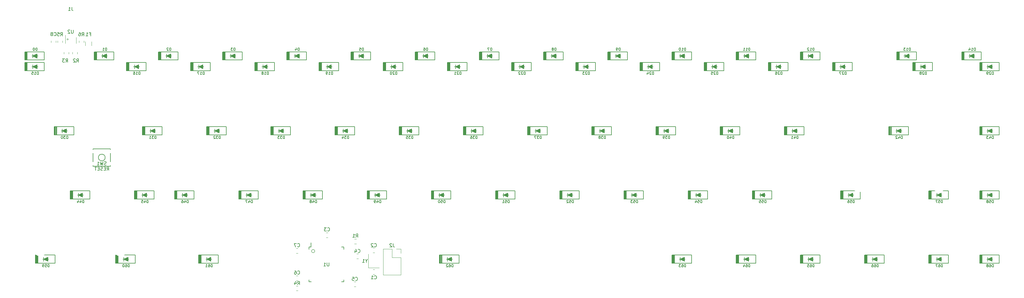
<source format=gbo>
G04 #@! TF.GenerationSoftware,KiCad,Pcbnew,(5.1.4)-1*
G04 #@! TF.CreationDate,2021-08-18T21:20:29+02:00*
G04 #@! TF.ProjectId,mini-eLiXiVy,6d696e69-2d65-44c6-9958-6956792e6b69,1a*
G04 #@! TF.SameCoordinates,Original*
G04 #@! TF.FileFunction,Legend,Bot*
G04 #@! TF.FilePolarity,Positive*
%FSLAX46Y46*%
G04 Gerber Fmt 4.6, Leading zero omitted, Abs format (unit mm)*
G04 Created by KiCad (PCBNEW (5.1.4)-1) date 2021-08-18 21:20:29*
%MOMM*%
%LPD*%
G04 APERTURE LIST*
%ADD10C,0.150000*%
%ADD11C,0.100000*%
%ADD12C,0.200000*%
%ADD13C,0.120000*%
%ADD14C,2.250000*%
%ADD15C,3.987800*%
%ADD16C,1.750000*%
%ADD17C,3.048000*%
%ADD18C,2.000000*%
%ADD19C,3.200000*%
%ADD20R,2.000000X2.000000*%
%ADD21R,1.200000X1.200000*%
%ADD22R,1.600000X1.600000*%
%ADD23C,1.600000*%
%ADD24R,0.650000X1.060000*%
%ADD25O,1.000000X1.600000*%
%ADD26O,1.000000X2.100000*%
%ADD27C,0.650000*%
%ADD28R,0.300000X2.450000*%
%ADD29R,0.600000X2.450000*%
%ADD30R,0.600000X2.150000*%
%ADD31R,1.700000X1.700000*%
%ADD32O,1.700000X1.700000*%
%ADD33R,1.800000X1.100000*%
%ADD34C,0.020000*%
%ADD35C,0.975000*%
%ADD36R,0.550000X1.500000*%
%ADD37R,1.500000X0.550000*%
%ADD38C,4.400000*%
%ADD39C,1.250000*%
%ADD40R,1.200000X1.400000*%
G04 APERTURE END LIST*
D10*
X41990780Y-66526670D02*
X42324114Y-66050480D01*
X42562209Y-66526670D02*
X42562209Y-65526670D01*
X42181257Y-65526670D01*
X42086019Y-65574290D01*
X42038400Y-65621909D01*
X41990780Y-65717147D01*
X41990780Y-65860004D01*
X42038400Y-65955242D01*
X42086019Y-66002861D01*
X42181257Y-66050480D01*
X42562209Y-66050480D01*
X41562209Y-66002861D02*
X41228876Y-66002861D01*
X41086019Y-66526670D02*
X41562209Y-66526670D01*
X41562209Y-65526670D01*
X41086019Y-65526670D01*
X40705066Y-66479051D02*
X40562209Y-66526670D01*
X40324114Y-66526670D01*
X40228876Y-66479051D01*
X40181257Y-66431432D01*
X40133638Y-66336194D01*
X40133638Y-66240956D01*
X40181257Y-66145718D01*
X40228876Y-66098099D01*
X40324114Y-66050480D01*
X40514590Y-66002861D01*
X40609828Y-65955242D01*
X40657447Y-65907623D01*
X40705066Y-65812385D01*
X40705066Y-65717147D01*
X40657447Y-65621909D01*
X40609828Y-65574290D01*
X40514590Y-65526670D01*
X40276495Y-65526670D01*
X40133638Y-65574290D01*
X39705066Y-66002861D02*
X39371733Y-66002861D01*
X39228876Y-66526670D02*
X39705066Y-66526670D01*
X39705066Y-65526670D01*
X39228876Y-65526670D01*
X38943161Y-65526670D02*
X38371733Y-65526670D01*
X38657447Y-66526670D02*
X38657447Y-65526670D01*
D11*
G36*
X213372700Y-33178750D02*
G01*
X212122700Y-32578750D01*
X213372700Y-31978750D01*
X213372700Y-33178750D01*
G37*
X213372700Y-33178750D02*
X212122700Y-32578750D01*
X213372700Y-31978750D01*
X213372700Y-33178750D01*
D12*
X212125000Y-32541850D02*
X213375000Y-33141850D01*
X211861400Y-32541850D02*
X212140800Y-32541850D01*
X213375000Y-31941850D02*
X212125000Y-32541850D01*
X213385400Y-32541850D02*
X213588600Y-32541850D01*
X213375000Y-33141850D02*
X213375000Y-31941850D01*
X212125000Y-31941850D02*
X212125000Y-33141850D01*
X215525000Y-33743750D02*
X209725000Y-33743750D01*
X215525000Y-31343750D02*
X215525000Y-33743750D01*
X209725000Y-31343750D02*
X215525000Y-31343750D01*
X209800000Y-31343750D02*
X209800000Y-33743750D01*
X209925000Y-31343750D02*
X209925000Y-33743750D01*
X209700000Y-33743750D02*
X209700000Y-31343750D01*
X210100000Y-31343750D02*
X210100000Y-33743750D01*
X210275000Y-31343750D02*
X210275000Y-33743750D01*
X210450000Y-31343750D02*
X210450000Y-33743750D01*
D11*
G36*
X304653950Y-93503750D02*
G01*
X303403950Y-92903750D01*
X304653950Y-92303750D01*
X304653950Y-93503750D01*
G37*
X304653950Y-93503750D02*
X303403950Y-92903750D01*
X304653950Y-92303750D01*
X304653950Y-93503750D01*
D12*
X303406250Y-92866850D02*
X304656250Y-93466850D01*
X303142650Y-92866850D02*
X303422050Y-92866850D01*
X304656250Y-92266850D02*
X303406250Y-92866850D01*
X304666650Y-92866850D02*
X304869850Y-92866850D01*
X304656250Y-93466850D02*
X304656250Y-92266850D01*
X303406250Y-92266850D02*
X303406250Y-93466850D01*
X306806250Y-94068750D02*
X301006250Y-94068750D01*
X306806250Y-91668750D02*
X306806250Y-94068750D01*
X301006250Y-91668750D02*
X306806250Y-91668750D01*
X301081250Y-91668750D02*
X301081250Y-94068750D01*
X301206250Y-91668750D02*
X301206250Y-94068750D01*
X300981250Y-94068750D02*
X300981250Y-91668750D01*
X301381250Y-91668750D02*
X301381250Y-94068750D01*
X301556250Y-91668750D02*
X301556250Y-94068750D01*
X301731250Y-91668750D02*
X301731250Y-94068750D01*
D11*
G36*
X289572700Y-93503750D02*
G01*
X288322700Y-92903750D01*
X289572700Y-92303750D01*
X289572700Y-93503750D01*
G37*
X289572700Y-93503750D02*
X288322700Y-92903750D01*
X289572700Y-92303750D01*
X289572700Y-93503750D01*
D12*
X288325000Y-92866850D02*
X289575000Y-93466850D01*
X288061400Y-92866850D02*
X288340800Y-92866850D01*
X289575000Y-92266850D02*
X288325000Y-92866850D01*
X289585400Y-92866850D02*
X289788600Y-92866850D01*
X289575000Y-93466850D02*
X289575000Y-92266850D01*
X288325000Y-92266850D02*
X288325000Y-93466850D01*
X291725000Y-94068750D02*
X285925000Y-94068750D01*
X291725000Y-91668750D02*
X291725000Y-94068750D01*
X285925000Y-91668750D02*
X291725000Y-91668750D01*
X286000000Y-91668750D02*
X286000000Y-94068750D01*
X286125000Y-91668750D02*
X286125000Y-94068750D01*
X285900000Y-94068750D02*
X285900000Y-91668750D01*
X286300000Y-91668750D02*
X286300000Y-94068750D01*
X286475000Y-91668750D02*
X286475000Y-94068750D01*
X286650000Y-91668750D02*
X286650000Y-94068750D01*
D11*
G36*
X270522700Y-93503750D02*
G01*
X269272700Y-92903750D01*
X270522700Y-92303750D01*
X270522700Y-93503750D01*
G37*
X270522700Y-93503750D02*
X269272700Y-92903750D01*
X270522700Y-92303750D01*
X270522700Y-93503750D01*
D12*
X269275000Y-92866850D02*
X270525000Y-93466850D01*
X269011400Y-92866850D02*
X269290800Y-92866850D01*
X270525000Y-92266850D02*
X269275000Y-92866850D01*
X270535400Y-92866850D02*
X270738600Y-92866850D01*
X270525000Y-93466850D02*
X270525000Y-92266850D01*
X269275000Y-92266850D02*
X269275000Y-93466850D01*
X272675000Y-94068750D02*
X266875000Y-94068750D01*
X272675000Y-91668750D02*
X272675000Y-94068750D01*
X266875000Y-91668750D02*
X272675000Y-91668750D01*
X266950000Y-91668750D02*
X266950000Y-94068750D01*
X267075000Y-91668750D02*
X267075000Y-94068750D01*
X266850000Y-94068750D02*
X266850000Y-91668750D01*
X267250000Y-91668750D02*
X267250000Y-94068750D01*
X267425000Y-91668750D02*
X267425000Y-94068750D01*
X267600000Y-91668750D02*
X267600000Y-94068750D01*
D11*
G36*
X251472700Y-93503750D02*
G01*
X250222700Y-92903750D01*
X251472700Y-92303750D01*
X251472700Y-93503750D01*
G37*
X251472700Y-93503750D02*
X250222700Y-92903750D01*
X251472700Y-92303750D01*
X251472700Y-93503750D01*
D12*
X250225000Y-92866850D02*
X251475000Y-93466850D01*
X249961400Y-92866850D02*
X250240800Y-92866850D01*
X251475000Y-92266850D02*
X250225000Y-92866850D01*
X251485400Y-92866850D02*
X251688600Y-92866850D01*
X251475000Y-93466850D02*
X251475000Y-92266850D01*
X250225000Y-92266850D02*
X250225000Y-93466850D01*
X253625000Y-94068750D02*
X247825000Y-94068750D01*
X253625000Y-91668750D02*
X253625000Y-94068750D01*
X247825000Y-91668750D02*
X253625000Y-91668750D01*
X247900000Y-91668750D02*
X247900000Y-94068750D01*
X248025000Y-91668750D02*
X248025000Y-94068750D01*
X247800000Y-94068750D02*
X247800000Y-91668750D01*
X248200000Y-91668750D02*
X248200000Y-94068750D01*
X248375000Y-91668750D02*
X248375000Y-94068750D01*
X248550000Y-91668750D02*
X248550000Y-94068750D01*
D11*
G36*
X232422700Y-93503750D02*
G01*
X231172700Y-92903750D01*
X232422700Y-92303750D01*
X232422700Y-93503750D01*
G37*
X232422700Y-93503750D02*
X231172700Y-92903750D01*
X232422700Y-92303750D01*
X232422700Y-93503750D01*
D12*
X231175000Y-92866850D02*
X232425000Y-93466850D01*
X230911400Y-92866850D02*
X231190800Y-92866850D01*
X232425000Y-92266850D02*
X231175000Y-92866850D01*
X232435400Y-92866850D02*
X232638600Y-92866850D01*
X232425000Y-93466850D02*
X232425000Y-92266850D01*
X231175000Y-92266850D02*
X231175000Y-93466850D01*
X234575000Y-94068750D02*
X228775000Y-94068750D01*
X234575000Y-91668750D02*
X234575000Y-94068750D01*
X228775000Y-91668750D02*
X234575000Y-91668750D01*
X228850000Y-91668750D02*
X228850000Y-94068750D01*
X228975000Y-91668750D02*
X228975000Y-94068750D01*
X228750000Y-94068750D02*
X228750000Y-91668750D01*
X229150000Y-91668750D02*
X229150000Y-94068750D01*
X229325000Y-91668750D02*
X229325000Y-94068750D01*
X229500000Y-91668750D02*
X229500000Y-94068750D01*
D11*
G36*
X213372700Y-93503750D02*
G01*
X212122700Y-92903750D01*
X213372700Y-92303750D01*
X213372700Y-93503750D01*
G37*
X213372700Y-93503750D02*
X212122700Y-92903750D01*
X213372700Y-92303750D01*
X213372700Y-93503750D01*
D12*
X212125000Y-92866850D02*
X213375000Y-93466850D01*
X211861400Y-92866850D02*
X212140800Y-92866850D01*
X213375000Y-92266850D02*
X212125000Y-92866850D01*
X213385400Y-92866850D02*
X213588600Y-92866850D01*
X213375000Y-93466850D02*
X213375000Y-92266850D01*
X212125000Y-92266850D02*
X212125000Y-93466850D01*
X215525000Y-94068750D02*
X209725000Y-94068750D01*
X215525000Y-91668750D02*
X215525000Y-94068750D01*
X209725000Y-91668750D02*
X215525000Y-91668750D01*
X209800000Y-91668750D02*
X209800000Y-94068750D01*
X209925000Y-91668750D02*
X209925000Y-94068750D01*
X209700000Y-94068750D02*
X209700000Y-91668750D01*
X210100000Y-91668750D02*
X210100000Y-94068750D01*
X210275000Y-91668750D02*
X210275000Y-94068750D01*
X210450000Y-91668750D02*
X210450000Y-94068750D01*
D11*
G36*
X144316450Y-93503750D02*
G01*
X143066450Y-92903750D01*
X144316450Y-92303750D01*
X144316450Y-93503750D01*
G37*
X144316450Y-93503750D02*
X143066450Y-92903750D01*
X144316450Y-92303750D01*
X144316450Y-93503750D01*
D12*
X143068750Y-92866850D02*
X144318750Y-93466850D01*
X142805150Y-92866850D02*
X143084550Y-92866850D01*
X144318750Y-92266850D02*
X143068750Y-92866850D01*
X144329150Y-92866850D02*
X144532350Y-92866850D01*
X144318750Y-93466850D02*
X144318750Y-92266850D01*
X143068750Y-92266850D02*
X143068750Y-93466850D01*
X146468750Y-94068750D02*
X140668750Y-94068750D01*
X146468750Y-91668750D02*
X146468750Y-94068750D01*
X140668750Y-91668750D02*
X146468750Y-91668750D01*
X140743750Y-91668750D02*
X140743750Y-94068750D01*
X140868750Y-91668750D02*
X140868750Y-94068750D01*
X140643750Y-94068750D02*
X140643750Y-91668750D01*
X141043750Y-91668750D02*
X141043750Y-94068750D01*
X141218750Y-91668750D02*
X141218750Y-94068750D01*
X141393750Y-91668750D02*
X141393750Y-94068750D01*
D11*
G36*
X72878950Y-93503750D02*
G01*
X71628950Y-92903750D01*
X72878950Y-92303750D01*
X72878950Y-93503750D01*
G37*
X72878950Y-93503750D02*
X71628950Y-92903750D01*
X72878950Y-92303750D01*
X72878950Y-93503750D01*
D12*
X71631250Y-92866850D02*
X72881250Y-93466850D01*
X71367650Y-92866850D02*
X71647050Y-92866850D01*
X72881250Y-92266850D02*
X71631250Y-92866850D01*
X72891650Y-92866850D02*
X73094850Y-92866850D01*
X72881250Y-93466850D02*
X72881250Y-92266850D01*
X71631250Y-92266850D02*
X71631250Y-93466850D01*
X75031250Y-94068750D02*
X69231250Y-94068750D01*
X75031250Y-91668750D02*
X75031250Y-94068750D01*
X69231250Y-91668750D02*
X75031250Y-91668750D01*
X69306250Y-91668750D02*
X69306250Y-94068750D01*
X69431250Y-91668750D02*
X69431250Y-94068750D01*
X69206250Y-94068750D02*
X69206250Y-91668750D01*
X69606250Y-91668750D02*
X69606250Y-94068750D01*
X69781250Y-91668750D02*
X69781250Y-94068750D01*
X69956250Y-91668750D02*
X69956250Y-94068750D01*
D11*
G36*
X48272700Y-93503750D02*
G01*
X47022700Y-92903750D01*
X48272700Y-92303750D01*
X48272700Y-93503750D01*
G37*
X48272700Y-93503750D02*
X47022700Y-92903750D01*
X48272700Y-92303750D01*
X48272700Y-93503750D01*
D12*
X47025000Y-92866850D02*
X48275000Y-93466850D01*
X46761400Y-92866850D02*
X47040800Y-92866850D01*
X48275000Y-92266850D02*
X47025000Y-92866850D01*
X48285400Y-92866850D02*
X48488600Y-92866850D01*
X48275000Y-93466850D02*
X48275000Y-92266850D01*
X47025000Y-92266850D02*
X47025000Y-93466850D01*
X50425000Y-94068750D02*
X44625000Y-94068750D01*
X50425000Y-91668750D02*
X50425000Y-94068750D01*
X44625000Y-91668750D02*
X50425000Y-91668750D01*
X44700000Y-91668750D02*
X44700000Y-94068750D01*
X44825000Y-91668750D02*
X44825000Y-94068750D01*
X44600000Y-94068750D02*
X44600000Y-91668750D01*
X45000000Y-91668750D02*
X45000000Y-94068750D01*
X45175000Y-91668750D02*
X45175000Y-94068750D01*
X45350000Y-91668750D02*
X45350000Y-94068750D01*
D11*
G36*
X24460200Y-93503750D02*
G01*
X23210200Y-92903750D01*
X24460200Y-92303750D01*
X24460200Y-93503750D01*
G37*
X24460200Y-93503750D02*
X23210200Y-92903750D01*
X24460200Y-92303750D01*
X24460200Y-93503750D01*
D12*
X23212500Y-92866850D02*
X24462500Y-93466850D01*
X22948900Y-92866850D02*
X23228300Y-92866850D01*
X24462500Y-92266850D02*
X23212500Y-92866850D01*
X24472900Y-92866850D02*
X24676100Y-92866850D01*
X24462500Y-93466850D02*
X24462500Y-92266850D01*
X23212500Y-92266850D02*
X23212500Y-93466850D01*
X26612500Y-94068750D02*
X20812500Y-94068750D01*
X26612500Y-91668750D02*
X26612500Y-94068750D01*
X20812500Y-91668750D02*
X26612500Y-91668750D01*
X20887500Y-91668750D02*
X20887500Y-94068750D01*
X21012500Y-91668750D02*
X21012500Y-94068750D01*
X20787500Y-94068750D02*
X20787500Y-91668750D01*
X21187500Y-91668750D02*
X21187500Y-94068750D01*
X21362500Y-91668750D02*
X21362500Y-94068750D01*
X21537500Y-91668750D02*
X21537500Y-94068750D01*
D11*
G36*
X304653950Y-74453750D02*
G01*
X303403950Y-73853750D01*
X304653950Y-73253750D01*
X304653950Y-74453750D01*
G37*
X304653950Y-74453750D02*
X303403950Y-73853750D01*
X304653950Y-73253750D01*
X304653950Y-74453750D01*
D12*
X303406250Y-73816850D02*
X304656250Y-74416850D01*
X303142650Y-73816850D02*
X303422050Y-73816850D01*
X304656250Y-73216850D02*
X303406250Y-73816850D01*
X304666650Y-73816850D02*
X304869850Y-73816850D01*
X304656250Y-74416850D02*
X304656250Y-73216850D01*
X303406250Y-73216850D02*
X303406250Y-74416850D01*
X306806250Y-75018750D02*
X301006250Y-75018750D01*
X306806250Y-72618750D02*
X306806250Y-75018750D01*
X301006250Y-72618750D02*
X306806250Y-72618750D01*
X301081250Y-72618750D02*
X301081250Y-75018750D01*
X301206250Y-72618750D02*
X301206250Y-75018750D01*
X300981250Y-75018750D02*
X300981250Y-72618750D01*
X301381250Y-72618750D02*
X301381250Y-75018750D01*
X301556250Y-72618750D02*
X301556250Y-75018750D01*
X301731250Y-72618750D02*
X301731250Y-75018750D01*
D11*
G36*
X289572700Y-74453750D02*
G01*
X288322700Y-73853750D01*
X289572700Y-73253750D01*
X289572700Y-74453750D01*
G37*
X289572700Y-74453750D02*
X288322700Y-73853750D01*
X289572700Y-73253750D01*
X289572700Y-74453750D01*
D12*
X288325000Y-73816850D02*
X289575000Y-74416850D01*
X288061400Y-73816850D02*
X288340800Y-73816850D01*
X289575000Y-73216850D02*
X288325000Y-73816850D01*
X289585400Y-73816850D02*
X289788600Y-73816850D01*
X289575000Y-74416850D02*
X289575000Y-73216850D01*
X288325000Y-73216850D02*
X288325000Y-74416850D01*
X291725000Y-75018750D02*
X285925000Y-75018750D01*
X291725000Y-72618750D02*
X291725000Y-75018750D01*
X285925000Y-72618750D02*
X291725000Y-72618750D01*
X286000000Y-72618750D02*
X286000000Y-75018750D01*
X286125000Y-72618750D02*
X286125000Y-75018750D01*
X285900000Y-75018750D02*
X285900000Y-72618750D01*
X286300000Y-72618750D02*
X286300000Y-75018750D01*
X286475000Y-72618750D02*
X286475000Y-75018750D01*
X286650000Y-72618750D02*
X286650000Y-75018750D01*
D11*
G36*
X263378950Y-74453750D02*
G01*
X262128950Y-73853750D01*
X263378950Y-73253750D01*
X263378950Y-74453750D01*
G37*
X263378950Y-74453750D02*
X262128950Y-73853750D01*
X263378950Y-73253750D01*
X263378950Y-74453750D01*
D12*
X262131250Y-73816850D02*
X263381250Y-74416850D01*
X261867650Y-73816850D02*
X262147050Y-73816850D01*
X263381250Y-73216850D02*
X262131250Y-73816850D01*
X263391650Y-73816850D02*
X263594850Y-73816850D01*
X263381250Y-74416850D02*
X263381250Y-73216850D01*
X262131250Y-73216850D02*
X262131250Y-74416850D01*
X265531250Y-75018750D02*
X259731250Y-75018750D01*
X265531250Y-72618750D02*
X265531250Y-75018750D01*
X259731250Y-72618750D02*
X265531250Y-72618750D01*
X259806250Y-72618750D02*
X259806250Y-75018750D01*
X259931250Y-72618750D02*
X259931250Y-75018750D01*
X259706250Y-75018750D02*
X259706250Y-72618750D01*
X260106250Y-72618750D02*
X260106250Y-75018750D01*
X260281250Y-72618750D02*
X260281250Y-75018750D01*
X260456250Y-72618750D02*
X260456250Y-75018750D01*
D11*
G36*
X237185200Y-74453750D02*
G01*
X235935200Y-73853750D01*
X237185200Y-73253750D01*
X237185200Y-74453750D01*
G37*
X237185200Y-74453750D02*
X235935200Y-73853750D01*
X237185200Y-73253750D01*
X237185200Y-74453750D01*
D12*
X235937500Y-73816850D02*
X237187500Y-74416850D01*
X235673900Y-73816850D02*
X235953300Y-73816850D01*
X237187500Y-73216850D02*
X235937500Y-73816850D01*
X237197900Y-73816850D02*
X237401100Y-73816850D01*
X237187500Y-74416850D02*
X237187500Y-73216850D01*
X235937500Y-73216850D02*
X235937500Y-74416850D01*
X239337500Y-75018750D02*
X233537500Y-75018750D01*
X239337500Y-72618750D02*
X239337500Y-75018750D01*
X233537500Y-72618750D02*
X239337500Y-72618750D01*
X233612500Y-72618750D02*
X233612500Y-75018750D01*
X233737500Y-72618750D02*
X233737500Y-75018750D01*
X233512500Y-75018750D02*
X233512500Y-72618750D01*
X233912500Y-72618750D02*
X233912500Y-75018750D01*
X234087500Y-72618750D02*
X234087500Y-75018750D01*
X234262500Y-72618750D02*
X234262500Y-75018750D01*
D11*
G36*
X218135200Y-74453750D02*
G01*
X216885200Y-73853750D01*
X218135200Y-73253750D01*
X218135200Y-74453750D01*
G37*
X218135200Y-74453750D02*
X216885200Y-73853750D01*
X218135200Y-73253750D01*
X218135200Y-74453750D01*
D12*
X216887500Y-73816850D02*
X218137500Y-74416850D01*
X216623900Y-73816850D02*
X216903300Y-73816850D01*
X218137500Y-73216850D02*
X216887500Y-73816850D01*
X218147900Y-73816850D02*
X218351100Y-73816850D01*
X218137500Y-74416850D02*
X218137500Y-73216850D01*
X216887500Y-73216850D02*
X216887500Y-74416850D01*
X220287500Y-75018750D02*
X214487500Y-75018750D01*
X220287500Y-72618750D02*
X220287500Y-75018750D01*
X214487500Y-72618750D02*
X220287500Y-72618750D01*
X214562500Y-72618750D02*
X214562500Y-75018750D01*
X214687500Y-72618750D02*
X214687500Y-75018750D01*
X214462500Y-75018750D02*
X214462500Y-72618750D01*
X214862500Y-72618750D02*
X214862500Y-75018750D01*
X215037500Y-72618750D02*
X215037500Y-75018750D01*
X215212500Y-72618750D02*
X215212500Y-75018750D01*
D11*
G36*
X199085200Y-74453750D02*
G01*
X197835200Y-73853750D01*
X199085200Y-73253750D01*
X199085200Y-74453750D01*
G37*
X199085200Y-74453750D02*
X197835200Y-73853750D01*
X199085200Y-73253750D01*
X199085200Y-74453750D01*
D12*
X197837500Y-73816850D02*
X199087500Y-74416850D01*
X197573900Y-73816850D02*
X197853300Y-73816850D01*
X199087500Y-73216850D02*
X197837500Y-73816850D01*
X199097900Y-73816850D02*
X199301100Y-73816850D01*
X199087500Y-74416850D02*
X199087500Y-73216850D01*
X197837500Y-73216850D02*
X197837500Y-74416850D01*
X201237500Y-75018750D02*
X195437500Y-75018750D01*
X201237500Y-72618750D02*
X201237500Y-75018750D01*
X195437500Y-72618750D02*
X201237500Y-72618750D01*
X195512500Y-72618750D02*
X195512500Y-75018750D01*
X195637500Y-72618750D02*
X195637500Y-75018750D01*
X195412500Y-75018750D02*
X195412500Y-72618750D01*
X195812500Y-72618750D02*
X195812500Y-75018750D01*
X195987500Y-72618750D02*
X195987500Y-75018750D01*
X196162500Y-72618750D02*
X196162500Y-75018750D01*
D11*
G36*
X180035200Y-74453750D02*
G01*
X178785200Y-73853750D01*
X180035200Y-73253750D01*
X180035200Y-74453750D01*
G37*
X180035200Y-74453750D02*
X178785200Y-73853750D01*
X180035200Y-73253750D01*
X180035200Y-74453750D01*
D12*
X178787500Y-73816850D02*
X180037500Y-74416850D01*
X178523900Y-73816850D02*
X178803300Y-73816850D01*
X180037500Y-73216850D02*
X178787500Y-73816850D01*
X180047900Y-73816850D02*
X180251100Y-73816850D01*
X180037500Y-74416850D02*
X180037500Y-73216850D01*
X178787500Y-73216850D02*
X178787500Y-74416850D01*
X182187500Y-75018750D02*
X176387500Y-75018750D01*
X182187500Y-72618750D02*
X182187500Y-75018750D01*
X176387500Y-72618750D02*
X182187500Y-72618750D01*
X176462500Y-72618750D02*
X176462500Y-75018750D01*
X176587500Y-72618750D02*
X176587500Y-75018750D01*
X176362500Y-75018750D02*
X176362500Y-72618750D01*
X176762500Y-72618750D02*
X176762500Y-75018750D01*
X176937500Y-72618750D02*
X176937500Y-75018750D01*
X177112500Y-72618750D02*
X177112500Y-75018750D01*
D11*
G36*
X160985200Y-74453750D02*
G01*
X159735200Y-73853750D01*
X160985200Y-73253750D01*
X160985200Y-74453750D01*
G37*
X160985200Y-74453750D02*
X159735200Y-73853750D01*
X160985200Y-73253750D01*
X160985200Y-74453750D01*
D12*
X159737500Y-73816850D02*
X160987500Y-74416850D01*
X159473900Y-73816850D02*
X159753300Y-73816850D01*
X160987500Y-73216850D02*
X159737500Y-73816850D01*
X160997900Y-73816850D02*
X161201100Y-73816850D01*
X160987500Y-74416850D02*
X160987500Y-73216850D01*
X159737500Y-73216850D02*
X159737500Y-74416850D01*
X163137500Y-75018750D02*
X157337500Y-75018750D01*
X163137500Y-72618750D02*
X163137500Y-75018750D01*
X157337500Y-72618750D02*
X163137500Y-72618750D01*
X157412500Y-72618750D02*
X157412500Y-75018750D01*
X157537500Y-72618750D02*
X157537500Y-75018750D01*
X157312500Y-75018750D02*
X157312500Y-72618750D01*
X157712500Y-72618750D02*
X157712500Y-75018750D01*
X157887500Y-72618750D02*
X157887500Y-75018750D01*
X158062500Y-72618750D02*
X158062500Y-75018750D01*
D11*
G36*
X141935200Y-74453750D02*
G01*
X140685200Y-73853750D01*
X141935200Y-73253750D01*
X141935200Y-74453750D01*
G37*
X141935200Y-74453750D02*
X140685200Y-73853750D01*
X141935200Y-73253750D01*
X141935200Y-74453750D01*
D12*
X140687500Y-73816850D02*
X141937500Y-74416850D01*
X140423900Y-73816850D02*
X140703300Y-73816850D01*
X141937500Y-73216850D02*
X140687500Y-73816850D01*
X141947900Y-73816850D02*
X142151100Y-73816850D01*
X141937500Y-74416850D02*
X141937500Y-73216850D01*
X140687500Y-73216850D02*
X140687500Y-74416850D01*
X144087500Y-75018750D02*
X138287500Y-75018750D01*
X144087500Y-72618750D02*
X144087500Y-75018750D01*
X138287500Y-72618750D02*
X144087500Y-72618750D01*
X138362500Y-72618750D02*
X138362500Y-75018750D01*
X138487500Y-72618750D02*
X138487500Y-75018750D01*
X138262500Y-75018750D02*
X138262500Y-72618750D01*
X138662500Y-72618750D02*
X138662500Y-75018750D01*
X138837500Y-72618750D02*
X138837500Y-75018750D01*
X139012500Y-72618750D02*
X139012500Y-75018750D01*
D11*
G36*
X122885200Y-74453750D02*
G01*
X121635200Y-73853750D01*
X122885200Y-73253750D01*
X122885200Y-74453750D01*
G37*
X122885200Y-74453750D02*
X121635200Y-73853750D01*
X122885200Y-73253750D01*
X122885200Y-74453750D01*
D12*
X121637500Y-73816850D02*
X122887500Y-74416850D01*
X121373900Y-73816850D02*
X121653300Y-73816850D01*
X122887500Y-73216850D02*
X121637500Y-73816850D01*
X122897900Y-73816850D02*
X123101100Y-73816850D01*
X122887500Y-74416850D02*
X122887500Y-73216850D01*
X121637500Y-73216850D02*
X121637500Y-74416850D01*
X125037500Y-75018750D02*
X119237500Y-75018750D01*
X125037500Y-72618750D02*
X125037500Y-75018750D01*
X119237500Y-72618750D02*
X125037500Y-72618750D01*
X119312500Y-72618750D02*
X119312500Y-75018750D01*
X119437500Y-72618750D02*
X119437500Y-75018750D01*
X119212500Y-75018750D02*
X119212500Y-72618750D01*
X119612500Y-72618750D02*
X119612500Y-75018750D01*
X119787500Y-72618750D02*
X119787500Y-75018750D01*
X119962500Y-72618750D02*
X119962500Y-75018750D01*
D11*
G36*
X103835200Y-74453750D02*
G01*
X102585200Y-73853750D01*
X103835200Y-73253750D01*
X103835200Y-74453750D01*
G37*
X103835200Y-74453750D02*
X102585200Y-73853750D01*
X103835200Y-73253750D01*
X103835200Y-74453750D01*
D12*
X102587500Y-73816850D02*
X103837500Y-74416850D01*
X102323900Y-73816850D02*
X102603300Y-73816850D01*
X103837500Y-73216850D02*
X102587500Y-73816850D01*
X103847900Y-73816850D02*
X104051100Y-73816850D01*
X103837500Y-74416850D02*
X103837500Y-73216850D01*
X102587500Y-73216850D02*
X102587500Y-74416850D01*
X105987500Y-75018750D02*
X100187500Y-75018750D01*
X105987500Y-72618750D02*
X105987500Y-75018750D01*
X100187500Y-72618750D02*
X105987500Y-72618750D01*
X100262500Y-72618750D02*
X100262500Y-75018750D01*
X100387500Y-72618750D02*
X100387500Y-75018750D01*
X100162500Y-75018750D02*
X100162500Y-72618750D01*
X100562500Y-72618750D02*
X100562500Y-75018750D01*
X100737500Y-72618750D02*
X100737500Y-75018750D01*
X100912500Y-72618750D02*
X100912500Y-75018750D01*
D11*
G36*
X84785200Y-74453750D02*
G01*
X83535200Y-73853750D01*
X84785200Y-73253750D01*
X84785200Y-74453750D01*
G37*
X84785200Y-74453750D02*
X83535200Y-73853750D01*
X84785200Y-73253750D01*
X84785200Y-74453750D01*
D12*
X83537500Y-73816850D02*
X84787500Y-74416850D01*
X83273900Y-73816850D02*
X83553300Y-73816850D01*
X84787500Y-73216850D02*
X83537500Y-73816850D01*
X84797900Y-73816850D02*
X85001100Y-73816850D01*
X84787500Y-74416850D02*
X84787500Y-73216850D01*
X83537500Y-73216850D02*
X83537500Y-74416850D01*
X86937500Y-75018750D02*
X81137500Y-75018750D01*
X86937500Y-72618750D02*
X86937500Y-75018750D01*
X81137500Y-72618750D02*
X86937500Y-72618750D01*
X81212500Y-72618750D02*
X81212500Y-75018750D01*
X81337500Y-72618750D02*
X81337500Y-75018750D01*
X81112500Y-75018750D02*
X81112500Y-72618750D01*
X81512500Y-72618750D02*
X81512500Y-75018750D01*
X81687500Y-72618750D02*
X81687500Y-75018750D01*
X81862500Y-72618750D02*
X81862500Y-75018750D01*
D11*
G36*
X65735200Y-74453750D02*
G01*
X64485200Y-73853750D01*
X65735200Y-73253750D01*
X65735200Y-74453750D01*
G37*
X65735200Y-74453750D02*
X64485200Y-73853750D01*
X65735200Y-73253750D01*
X65735200Y-74453750D01*
D12*
X64487500Y-73816850D02*
X65737500Y-74416850D01*
X64223900Y-73816850D02*
X64503300Y-73816850D01*
X65737500Y-73216850D02*
X64487500Y-73816850D01*
X65747900Y-73816850D02*
X65951100Y-73816850D01*
X65737500Y-74416850D02*
X65737500Y-73216850D01*
X64487500Y-73216850D02*
X64487500Y-74416850D01*
X67887500Y-75018750D02*
X62087500Y-75018750D01*
X67887500Y-72618750D02*
X67887500Y-75018750D01*
X62087500Y-72618750D02*
X67887500Y-72618750D01*
X62162500Y-72618750D02*
X62162500Y-75018750D01*
X62287500Y-72618750D02*
X62287500Y-75018750D01*
X62062500Y-75018750D02*
X62062500Y-72618750D01*
X62462500Y-72618750D02*
X62462500Y-75018750D01*
X62637500Y-72618750D02*
X62637500Y-75018750D01*
X62812500Y-72618750D02*
X62812500Y-75018750D01*
D11*
G36*
X53828950Y-74453750D02*
G01*
X52578950Y-73853750D01*
X53828950Y-73253750D01*
X53828950Y-74453750D01*
G37*
X53828950Y-74453750D02*
X52578950Y-73853750D01*
X53828950Y-73253750D01*
X53828950Y-74453750D01*
D12*
X52581250Y-73816850D02*
X53831250Y-74416850D01*
X52317650Y-73816850D02*
X52597050Y-73816850D01*
X53831250Y-73216850D02*
X52581250Y-73816850D01*
X53841650Y-73816850D02*
X54044850Y-73816850D01*
X53831250Y-74416850D02*
X53831250Y-73216850D01*
X52581250Y-73216850D02*
X52581250Y-74416850D01*
X55981250Y-75018750D02*
X50181250Y-75018750D01*
X55981250Y-72618750D02*
X55981250Y-75018750D01*
X50181250Y-72618750D02*
X55981250Y-72618750D01*
X50256250Y-72618750D02*
X50256250Y-75018750D01*
X50381250Y-72618750D02*
X50381250Y-75018750D01*
X50156250Y-75018750D02*
X50156250Y-72618750D01*
X50556250Y-72618750D02*
X50556250Y-75018750D01*
X50731250Y-72618750D02*
X50731250Y-75018750D01*
X50906250Y-72618750D02*
X50906250Y-75018750D01*
D11*
G36*
X34778950Y-74453750D02*
G01*
X33528950Y-73853750D01*
X34778950Y-73253750D01*
X34778950Y-74453750D01*
G37*
X34778950Y-74453750D02*
X33528950Y-73853750D01*
X34778950Y-73253750D01*
X34778950Y-74453750D01*
D12*
X33531250Y-73816850D02*
X34781250Y-74416850D01*
X33267650Y-73816850D02*
X33547050Y-73816850D01*
X34781250Y-73216850D02*
X33531250Y-73816850D01*
X34791650Y-73816850D02*
X34994850Y-73816850D01*
X34781250Y-74416850D02*
X34781250Y-73216850D01*
X33531250Y-73216850D02*
X33531250Y-74416850D01*
X36931250Y-75018750D02*
X31131250Y-75018750D01*
X36931250Y-72618750D02*
X36931250Y-75018750D01*
X31131250Y-72618750D02*
X36931250Y-72618750D01*
X31206250Y-72618750D02*
X31206250Y-75018750D01*
X31331250Y-72618750D02*
X31331250Y-75018750D01*
X31106250Y-75018750D02*
X31106250Y-72618750D01*
X31506250Y-72618750D02*
X31506250Y-75018750D01*
X31681250Y-72618750D02*
X31681250Y-75018750D01*
X31856250Y-72618750D02*
X31856250Y-75018750D01*
D11*
G36*
X304653950Y-55403750D02*
G01*
X303403950Y-54803750D01*
X304653950Y-54203750D01*
X304653950Y-55403750D01*
G37*
X304653950Y-55403750D02*
X303403950Y-54803750D01*
X304653950Y-54203750D01*
X304653950Y-55403750D01*
D12*
X303406250Y-54766850D02*
X304656250Y-55366850D01*
X303142650Y-54766850D02*
X303422050Y-54766850D01*
X304656250Y-54166850D02*
X303406250Y-54766850D01*
X304666650Y-54766850D02*
X304869850Y-54766850D01*
X304656250Y-55366850D02*
X304656250Y-54166850D01*
X303406250Y-54166850D02*
X303406250Y-55366850D01*
X306806250Y-55968750D02*
X301006250Y-55968750D01*
X306806250Y-53568750D02*
X306806250Y-55968750D01*
X301006250Y-53568750D02*
X306806250Y-53568750D01*
X301081250Y-53568750D02*
X301081250Y-55968750D01*
X301206250Y-53568750D02*
X301206250Y-55968750D01*
X300981250Y-55968750D02*
X300981250Y-53568750D01*
X301381250Y-53568750D02*
X301381250Y-55968750D01*
X301556250Y-53568750D02*
X301556250Y-55968750D01*
X301731250Y-53568750D02*
X301731250Y-55968750D01*
D11*
G36*
X277666450Y-55403750D02*
G01*
X276416450Y-54803750D01*
X277666450Y-54203750D01*
X277666450Y-55403750D01*
G37*
X277666450Y-55403750D02*
X276416450Y-54803750D01*
X277666450Y-54203750D01*
X277666450Y-55403750D01*
D12*
X276418750Y-54766850D02*
X277668750Y-55366850D01*
X276155150Y-54766850D02*
X276434550Y-54766850D01*
X277668750Y-54166850D02*
X276418750Y-54766850D01*
X277679150Y-54766850D02*
X277882350Y-54766850D01*
X277668750Y-55366850D02*
X277668750Y-54166850D01*
X276418750Y-54166850D02*
X276418750Y-55366850D01*
X279818750Y-55968750D02*
X274018750Y-55968750D01*
X279818750Y-53568750D02*
X279818750Y-55968750D01*
X274018750Y-53568750D02*
X279818750Y-53568750D01*
X274093750Y-53568750D02*
X274093750Y-55968750D01*
X274218750Y-53568750D02*
X274218750Y-55968750D01*
X273993750Y-55968750D02*
X273993750Y-53568750D01*
X274393750Y-53568750D02*
X274393750Y-55968750D01*
X274568750Y-53568750D02*
X274568750Y-55968750D01*
X274743750Y-53568750D02*
X274743750Y-55968750D01*
D11*
G36*
X246710200Y-55403750D02*
G01*
X245460200Y-54803750D01*
X246710200Y-54203750D01*
X246710200Y-55403750D01*
G37*
X246710200Y-55403750D02*
X245460200Y-54803750D01*
X246710200Y-54203750D01*
X246710200Y-55403750D01*
D12*
X245462500Y-54766850D02*
X246712500Y-55366850D01*
X245198900Y-54766850D02*
X245478300Y-54766850D01*
X246712500Y-54166850D02*
X245462500Y-54766850D01*
X246722900Y-54766850D02*
X246926100Y-54766850D01*
X246712500Y-55366850D02*
X246712500Y-54166850D01*
X245462500Y-54166850D02*
X245462500Y-55366850D01*
X248862500Y-55968750D02*
X243062500Y-55968750D01*
X248862500Y-53568750D02*
X248862500Y-55968750D01*
X243062500Y-53568750D02*
X248862500Y-53568750D01*
X243137500Y-53568750D02*
X243137500Y-55968750D01*
X243262500Y-53568750D02*
X243262500Y-55968750D01*
X243037500Y-55968750D02*
X243037500Y-53568750D01*
X243437500Y-53568750D02*
X243437500Y-55968750D01*
X243612500Y-53568750D02*
X243612500Y-55968750D01*
X243787500Y-53568750D02*
X243787500Y-55968750D01*
D11*
G36*
X227660200Y-55403750D02*
G01*
X226410200Y-54803750D01*
X227660200Y-54203750D01*
X227660200Y-55403750D01*
G37*
X227660200Y-55403750D02*
X226410200Y-54803750D01*
X227660200Y-54203750D01*
X227660200Y-55403750D01*
D12*
X226412500Y-54766850D02*
X227662500Y-55366850D01*
X226148900Y-54766850D02*
X226428300Y-54766850D01*
X227662500Y-54166850D02*
X226412500Y-54766850D01*
X227672900Y-54766850D02*
X227876100Y-54766850D01*
X227662500Y-55366850D02*
X227662500Y-54166850D01*
X226412500Y-54166850D02*
X226412500Y-55366850D01*
X229812500Y-55968750D02*
X224012500Y-55968750D01*
X229812500Y-53568750D02*
X229812500Y-55968750D01*
X224012500Y-53568750D02*
X229812500Y-53568750D01*
X224087500Y-53568750D02*
X224087500Y-55968750D01*
X224212500Y-53568750D02*
X224212500Y-55968750D01*
X223987500Y-55968750D02*
X223987500Y-53568750D01*
X224387500Y-53568750D02*
X224387500Y-55968750D01*
X224562500Y-53568750D02*
X224562500Y-55968750D01*
X224737500Y-53568750D02*
X224737500Y-55968750D01*
D11*
G36*
X208610200Y-55403750D02*
G01*
X207360200Y-54803750D01*
X208610200Y-54203750D01*
X208610200Y-55403750D01*
G37*
X208610200Y-55403750D02*
X207360200Y-54803750D01*
X208610200Y-54203750D01*
X208610200Y-55403750D01*
D12*
X207362500Y-54766850D02*
X208612500Y-55366850D01*
X207098900Y-54766850D02*
X207378300Y-54766850D01*
X208612500Y-54166850D02*
X207362500Y-54766850D01*
X208622900Y-54766850D02*
X208826100Y-54766850D01*
X208612500Y-55366850D02*
X208612500Y-54166850D01*
X207362500Y-54166850D02*
X207362500Y-55366850D01*
X210762500Y-55968750D02*
X204962500Y-55968750D01*
X210762500Y-53568750D02*
X210762500Y-55968750D01*
X204962500Y-53568750D02*
X210762500Y-53568750D01*
X205037500Y-53568750D02*
X205037500Y-55968750D01*
X205162500Y-53568750D02*
X205162500Y-55968750D01*
X204937500Y-55968750D02*
X204937500Y-53568750D01*
X205337500Y-53568750D02*
X205337500Y-55968750D01*
X205512500Y-53568750D02*
X205512500Y-55968750D01*
X205687500Y-53568750D02*
X205687500Y-55968750D01*
D11*
G36*
X189560200Y-55403750D02*
G01*
X188310200Y-54803750D01*
X189560200Y-54203750D01*
X189560200Y-55403750D01*
G37*
X189560200Y-55403750D02*
X188310200Y-54803750D01*
X189560200Y-54203750D01*
X189560200Y-55403750D01*
D12*
X188312500Y-54766850D02*
X189562500Y-55366850D01*
X188048900Y-54766850D02*
X188328300Y-54766850D01*
X189562500Y-54166850D02*
X188312500Y-54766850D01*
X189572900Y-54766850D02*
X189776100Y-54766850D01*
X189562500Y-55366850D02*
X189562500Y-54166850D01*
X188312500Y-54166850D02*
X188312500Y-55366850D01*
X191712500Y-55968750D02*
X185912500Y-55968750D01*
X191712500Y-53568750D02*
X191712500Y-55968750D01*
X185912500Y-53568750D02*
X191712500Y-53568750D01*
X185987500Y-53568750D02*
X185987500Y-55968750D01*
X186112500Y-53568750D02*
X186112500Y-55968750D01*
X185887500Y-55968750D02*
X185887500Y-53568750D01*
X186287500Y-53568750D02*
X186287500Y-55968750D01*
X186462500Y-53568750D02*
X186462500Y-55968750D01*
X186637500Y-53568750D02*
X186637500Y-55968750D01*
D11*
G36*
X170510200Y-55403750D02*
G01*
X169260200Y-54803750D01*
X170510200Y-54203750D01*
X170510200Y-55403750D01*
G37*
X170510200Y-55403750D02*
X169260200Y-54803750D01*
X170510200Y-54203750D01*
X170510200Y-55403750D01*
D12*
X169262500Y-54766850D02*
X170512500Y-55366850D01*
X168998900Y-54766850D02*
X169278300Y-54766850D01*
X170512500Y-54166850D02*
X169262500Y-54766850D01*
X170522900Y-54766850D02*
X170726100Y-54766850D01*
X170512500Y-55366850D02*
X170512500Y-54166850D01*
X169262500Y-54166850D02*
X169262500Y-55366850D01*
X172662500Y-55968750D02*
X166862500Y-55968750D01*
X172662500Y-53568750D02*
X172662500Y-55968750D01*
X166862500Y-53568750D02*
X172662500Y-53568750D01*
X166937500Y-53568750D02*
X166937500Y-55968750D01*
X167062500Y-53568750D02*
X167062500Y-55968750D01*
X166837500Y-55968750D02*
X166837500Y-53568750D01*
X167237500Y-53568750D02*
X167237500Y-55968750D01*
X167412500Y-53568750D02*
X167412500Y-55968750D01*
X167587500Y-53568750D02*
X167587500Y-55968750D01*
D11*
G36*
X151460200Y-55403750D02*
G01*
X150210200Y-54803750D01*
X151460200Y-54203750D01*
X151460200Y-55403750D01*
G37*
X151460200Y-55403750D02*
X150210200Y-54803750D01*
X151460200Y-54203750D01*
X151460200Y-55403750D01*
D12*
X150212500Y-54766850D02*
X151462500Y-55366850D01*
X149948900Y-54766850D02*
X150228300Y-54766850D01*
X151462500Y-54166850D02*
X150212500Y-54766850D01*
X151472900Y-54766850D02*
X151676100Y-54766850D01*
X151462500Y-55366850D02*
X151462500Y-54166850D01*
X150212500Y-54166850D02*
X150212500Y-55366850D01*
X153612500Y-55968750D02*
X147812500Y-55968750D01*
X153612500Y-53568750D02*
X153612500Y-55968750D01*
X147812500Y-53568750D02*
X153612500Y-53568750D01*
X147887500Y-53568750D02*
X147887500Y-55968750D01*
X148012500Y-53568750D02*
X148012500Y-55968750D01*
X147787500Y-55968750D02*
X147787500Y-53568750D01*
X148187500Y-53568750D02*
X148187500Y-55968750D01*
X148362500Y-53568750D02*
X148362500Y-55968750D01*
X148537500Y-53568750D02*
X148537500Y-55968750D01*
D11*
G36*
X132410200Y-55403750D02*
G01*
X131160200Y-54803750D01*
X132410200Y-54203750D01*
X132410200Y-55403750D01*
G37*
X132410200Y-55403750D02*
X131160200Y-54803750D01*
X132410200Y-54203750D01*
X132410200Y-55403750D01*
D12*
X131162500Y-54766850D02*
X132412500Y-55366850D01*
X130898900Y-54766850D02*
X131178300Y-54766850D01*
X132412500Y-54166850D02*
X131162500Y-54766850D01*
X132422900Y-54766850D02*
X132626100Y-54766850D01*
X132412500Y-55366850D02*
X132412500Y-54166850D01*
X131162500Y-54166850D02*
X131162500Y-55366850D01*
X134562500Y-55968750D02*
X128762500Y-55968750D01*
X134562500Y-53568750D02*
X134562500Y-55968750D01*
X128762500Y-53568750D02*
X134562500Y-53568750D01*
X128837500Y-53568750D02*
X128837500Y-55968750D01*
X128962500Y-53568750D02*
X128962500Y-55968750D01*
X128737500Y-55968750D02*
X128737500Y-53568750D01*
X129137500Y-53568750D02*
X129137500Y-55968750D01*
X129312500Y-53568750D02*
X129312500Y-55968750D01*
X129487500Y-53568750D02*
X129487500Y-55968750D01*
D11*
G36*
X113360200Y-55403750D02*
G01*
X112110200Y-54803750D01*
X113360200Y-54203750D01*
X113360200Y-55403750D01*
G37*
X113360200Y-55403750D02*
X112110200Y-54803750D01*
X113360200Y-54203750D01*
X113360200Y-55403750D01*
D12*
X112112500Y-54766850D02*
X113362500Y-55366850D01*
X111848900Y-54766850D02*
X112128300Y-54766850D01*
X113362500Y-54166850D02*
X112112500Y-54766850D01*
X113372900Y-54766850D02*
X113576100Y-54766850D01*
X113362500Y-55366850D02*
X113362500Y-54166850D01*
X112112500Y-54166850D02*
X112112500Y-55366850D01*
X115512500Y-55968750D02*
X109712500Y-55968750D01*
X115512500Y-53568750D02*
X115512500Y-55968750D01*
X109712500Y-53568750D02*
X115512500Y-53568750D01*
X109787500Y-53568750D02*
X109787500Y-55968750D01*
X109912500Y-53568750D02*
X109912500Y-55968750D01*
X109687500Y-55968750D02*
X109687500Y-53568750D01*
X110087500Y-53568750D02*
X110087500Y-55968750D01*
X110262500Y-53568750D02*
X110262500Y-55968750D01*
X110437500Y-53568750D02*
X110437500Y-55968750D01*
D11*
G36*
X94310200Y-55403750D02*
G01*
X93060200Y-54803750D01*
X94310200Y-54203750D01*
X94310200Y-55403750D01*
G37*
X94310200Y-55403750D02*
X93060200Y-54803750D01*
X94310200Y-54203750D01*
X94310200Y-55403750D01*
D12*
X93062500Y-54766850D02*
X94312500Y-55366850D01*
X92798900Y-54766850D02*
X93078300Y-54766850D01*
X94312500Y-54166850D02*
X93062500Y-54766850D01*
X94322900Y-54766850D02*
X94526100Y-54766850D01*
X94312500Y-55366850D02*
X94312500Y-54166850D01*
X93062500Y-54166850D02*
X93062500Y-55366850D01*
X96462500Y-55968750D02*
X90662500Y-55968750D01*
X96462500Y-53568750D02*
X96462500Y-55968750D01*
X90662500Y-53568750D02*
X96462500Y-53568750D01*
X90737500Y-53568750D02*
X90737500Y-55968750D01*
X90862500Y-53568750D02*
X90862500Y-55968750D01*
X90637500Y-55968750D02*
X90637500Y-53568750D01*
X91037500Y-53568750D02*
X91037500Y-55968750D01*
X91212500Y-53568750D02*
X91212500Y-55968750D01*
X91387500Y-53568750D02*
X91387500Y-55968750D01*
D11*
G36*
X75260200Y-55403750D02*
G01*
X74010200Y-54803750D01*
X75260200Y-54203750D01*
X75260200Y-55403750D01*
G37*
X75260200Y-55403750D02*
X74010200Y-54803750D01*
X75260200Y-54203750D01*
X75260200Y-55403750D01*
D12*
X74012500Y-54766850D02*
X75262500Y-55366850D01*
X73748900Y-54766850D02*
X74028300Y-54766850D01*
X75262500Y-54166850D02*
X74012500Y-54766850D01*
X75272900Y-54766850D02*
X75476100Y-54766850D01*
X75262500Y-55366850D02*
X75262500Y-54166850D01*
X74012500Y-54166850D02*
X74012500Y-55366850D01*
X77412500Y-55968750D02*
X71612500Y-55968750D01*
X77412500Y-53568750D02*
X77412500Y-55968750D01*
X71612500Y-53568750D02*
X77412500Y-53568750D01*
X71687500Y-53568750D02*
X71687500Y-55968750D01*
X71812500Y-53568750D02*
X71812500Y-55968750D01*
X71587500Y-55968750D02*
X71587500Y-53568750D01*
X71987500Y-53568750D02*
X71987500Y-55968750D01*
X72162500Y-53568750D02*
X72162500Y-55968750D01*
X72337500Y-53568750D02*
X72337500Y-55968750D01*
D11*
G36*
X56210200Y-55403750D02*
G01*
X54960200Y-54803750D01*
X56210200Y-54203750D01*
X56210200Y-55403750D01*
G37*
X56210200Y-55403750D02*
X54960200Y-54803750D01*
X56210200Y-54203750D01*
X56210200Y-55403750D01*
D12*
X54962500Y-54766850D02*
X56212500Y-55366850D01*
X54698900Y-54766850D02*
X54978300Y-54766850D01*
X56212500Y-54166850D02*
X54962500Y-54766850D01*
X56222900Y-54766850D02*
X56426100Y-54766850D01*
X56212500Y-55366850D02*
X56212500Y-54166850D01*
X54962500Y-54166850D02*
X54962500Y-55366850D01*
X58362500Y-55968750D02*
X52562500Y-55968750D01*
X58362500Y-53568750D02*
X58362500Y-55968750D01*
X52562500Y-53568750D02*
X58362500Y-53568750D01*
X52637500Y-53568750D02*
X52637500Y-55968750D01*
X52762500Y-53568750D02*
X52762500Y-55968750D01*
X52537500Y-55968750D02*
X52537500Y-53568750D01*
X52937500Y-53568750D02*
X52937500Y-55968750D01*
X53112500Y-53568750D02*
X53112500Y-55968750D01*
X53287500Y-53568750D02*
X53287500Y-55968750D01*
D11*
G36*
X30016450Y-55403750D02*
G01*
X28766450Y-54803750D01*
X30016450Y-54203750D01*
X30016450Y-55403750D01*
G37*
X30016450Y-55403750D02*
X28766450Y-54803750D01*
X30016450Y-54203750D01*
X30016450Y-55403750D01*
D12*
X28768750Y-54766850D02*
X30018750Y-55366850D01*
X28505150Y-54766850D02*
X28784550Y-54766850D01*
X30018750Y-54166850D02*
X28768750Y-54766850D01*
X30029150Y-54766850D02*
X30232350Y-54766850D01*
X30018750Y-55366850D02*
X30018750Y-54166850D01*
X28768750Y-54166850D02*
X28768750Y-55366850D01*
X32168750Y-55968750D02*
X26368750Y-55968750D01*
X32168750Y-53568750D02*
X32168750Y-55968750D01*
X26368750Y-53568750D02*
X32168750Y-53568750D01*
X26443750Y-53568750D02*
X26443750Y-55968750D01*
X26568750Y-53568750D02*
X26568750Y-55968750D01*
X26343750Y-55968750D02*
X26343750Y-53568750D01*
X26743750Y-53568750D02*
X26743750Y-55968750D01*
X26918750Y-53568750D02*
X26918750Y-55968750D01*
X27093750Y-53568750D02*
X27093750Y-55968750D01*
D11*
G36*
X304653950Y-36353750D02*
G01*
X303403950Y-35753750D01*
X304653950Y-35153750D01*
X304653950Y-36353750D01*
G37*
X304653950Y-36353750D02*
X303403950Y-35753750D01*
X304653950Y-35153750D01*
X304653950Y-36353750D01*
D12*
X303406250Y-35716850D02*
X304656250Y-36316850D01*
X303142650Y-35716850D02*
X303422050Y-35716850D01*
X304656250Y-35116850D02*
X303406250Y-35716850D01*
X304666650Y-35716850D02*
X304869850Y-35716850D01*
X304656250Y-36316850D02*
X304656250Y-35116850D01*
X303406250Y-35116850D02*
X303406250Y-36316850D01*
X306806250Y-36918750D02*
X301006250Y-36918750D01*
X306806250Y-34518750D02*
X306806250Y-36918750D01*
X301006250Y-34518750D02*
X306806250Y-34518750D01*
X301081250Y-34518750D02*
X301081250Y-36918750D01*
X301206250Y-34518750D02*
X301206250Y-36918750D01*
X300981250Y-36918750D02*
X300981250Y-34518750D01*
X301381250Y-34518750D02*
X301381250Y-36918750D01*
X301556250Y-34518750D02*
X301556250Y-36918750D01*
X301731250Y-34518750D02*
X301731250Y-36918750D01*
D11*
G36*
X284810200Y-36353750D02*
G01*
X283560200Y-35753750D01*
X284810200Y-35153750D01*
X284810200Y-36353750D01*
G37*
X284810200Y-36353750D02*
X283560200Y-35753750D01*
X284810200Y-35153750D01*
X284810200Y-36353750D01*
D12*
X283562500Y-35716850D02*
X284812500Y-36316850D01*
X283298900Y-35716850D02*
X283578300Y-35716850D01*
X284812500Y-35116850D02*
X283562500Y-35716850D01*
X284822900Y-35716850D02*
X285026100Y-35716850D01*
X284812500Y-36316850D02*
X284812500Y-35116850D01*
X283562500Y-35116850D02*
X283562500Y-36316850D01*
X286962500Y-36918750D02*
X281162500Y-36918750D01*
X286962500Y-34518750D02*
X286962500Y-36918750D01*
X281162500Y-34518750D02*
X286962500Y-34518750D01*
X281237500Y-34518750D02*
X281237500Y-36918750D01*
X281362500Y-34518750D02*
X281362500Y-36918750D01*
X281137500Y-36918750D02*
X281137500Y-34518750D01*
X281537500Y-34518750D02*
X281537500Y-36918750D01*
X281712500Y-34518750D02*
X281712500Y-36918750D01*
X281887500Y-34518750D02*
X281887500Y-36918750D01*
D11*
G36*
X260997700Y-36353750D02*
G01*
X259747700Y-35753750D01*
X260997700Y-35153750D01*
X260997700Y-36353750D01*
G37*
X260997700Y-36353750D02*
X259747700Y-35753750D01*
X260997700Y-35153750D01*
X260997700Y-36353750D01*
D12*
X259750000Y-35716850D02*
X261000000Y-36316850D01*
X259486400Y-35716850D02*
X259765800Y-35716850D01*
X261000000Y-35116850D02*
X259750000Y-35716850D01*
X261010400Y-35716850D02*
X261213600Y-35716850D01*
X261000000Y-36316850D02*
X261000000Y-35116850D01*
X259750000Y-35116850D02*
X259750000Y-36316850D01*
X263150000Y-36918750D02*
X257350000Y-36918750D01*
X263150000Y-34518750D02*
X263150000Y-36918750D01*
X257350000Y-34518750D02*
X263150000Y-34518750D01*
X257425000Y-34518750D02*
X257425000Y-36918750D01*
X257550000Y-34518750D02*
X257550000Y-36918750D01*
X257325000Y-36918750D02*
X257325000Y-34518750D01*
X257725000Y-34518750D02*
X257725000Y-36918750D01*
X257900000Y-34518750D02*
X257900000Y-36918750D01*
X258075000Y-34518750D02*
X258075000Y-36918750D01*
D11*
G36*
X241947700Y-36353750D02*
G01*
X240697700Y-35753750D01*
X241947700Y-35153750D01*
X241947700Y-36353750D01*
G37*
X241947700Y-36353750D02*
X240697700Y-35753750D01*
X241947700Y-35153750D01*
X241947700Y-36353750D01*
D12*
X240700000Y-35716850D02*
X241950000Y-36316850D01*
X240436400Y-35716850D02*
X240715800Y-35716850D01*
X241950000Y-35116850D02*
X240700000Y-35716850D01*
X241960400Y-35716850D02*
X242163600Y-35716850D01*
X241950000Y-36316850D02*
X241950000Y-35116850D01*
X240700000Y-35116850D02*
X240700000Y-36316850D01*
X244100000Y-36918750D02*
X238300000Y-36918750D01*
X244100000Y-34518750D02*
X244100000Y-36918750D01*
X238300000Y-34518750D02*
X244100000Y-34518750D01*
X238375000Y-34518750D02*
X238375000Y-36918750D01*
X238500000Y-34518750D02*
X238500000Y-36918750D01*
X238275000Y-36918750D02*
X238275000Y-34518750D01*
X238675000Y-34518750D02*
X238675000Y-36918750D01*
X238850000Y-34518750D02*
X238850000Y-36918750D01*
X239025000Y-34518750D02*
X239025000Y-36918750D01*
D11*
G36*
X222897700Y-36353750D02*
G01*
X221647700Y-35753750D01*
X222897700Y-35153750D01*
X222897700Y-36353750D01*
G37*
X222897700Y-36353750D02*
X221647700Y-35753750D01*
X222897700Y-35153750D01*
X222897700Y-36353750D01*
D12*
X221650000Y-35716850D02*
X222900000Y-36316850D01*
X221386400Y-35716850D02*
X221665800Y-35716850D01*
X222900000Y-35116850D02*
X221650000Y-35716850D01*
X222910400Y-35716850D02*
X223113600Y-35716850D01*
X222900000Y-36316850D02*
X222900000Y-35116850D01*
X221650000Y-35116850D02*
X221650000Y-36316850D01*
X225050000Y-36918750D02*
X219250000Y-36918750D01*
X225050000Y-34518750D02*
X225050000Y-36918750D01*
X219250000Y-34518750D02*
X225050000Y-34518750D01*
X219325000Y-34518750D02*
X219325000Y-36918750D01*
X219450000Y-34518750D02*
X219450000Y-36918750D01*
X219225000Y-36918750D02*
X219225000Y-34518750D01*
X219625000Y-34518750D02*
X219625000Y-36918750D01*
X219800000Y-34518750D02*
X219800000Y-36918750D01*
X219975000Y-34518750D02*
X219975000Y-36918750D01*
D11*
G36*
X203847700Y-36353750D02*
G01*
X202597700Y-35753750D01*
X203847700Y-35153750D01*
X203847700Y-36353750D01*
G37*
X203847700Y-36353750D02*
X202597700Y-35753750D01*
X203847700Y-35153750D01*
X203847700Y-36353750D01*
D12*
X202600000Y-35716850D02*
X203850000Y-36316850D01*
X202336400Y-35716850D02*
X202615800Y-35716850D01*
X203850000Y-35116850D02*
X202600000Y-35716850D01*
X203860400Y-35716850D02*
X204063600Y-35716850D01*
X203850000Y-36316850D02*
X203850000Y-35116850D01*
X202600000Y-35116850D02*
X202600000Y-36316850D01*
X206000000Y-36918750D02*
X200200000Y-36918750D01*
X206000000Y-34518750D02*
X206000000Y-36918750D01*
X200200000Y-34518750D02*
X206000000Y-34518750D01*
X200275000Y-34518750D02*
X200275000Y-36918750D01*
X200400000Y-34518750D02*
X200400000Y-36918750D01*
X200175000Y-36918750D02*
X200175000Y-34518750D01*
X200575000Y-34518750D02*
X200575000Y-36918750D01*
X200750000Y-34518750D02*
X200750000Y-36918750D01*
X200925000Y-34518750D02*
X200925000Y-36918750D01*
D11*
G36*
X184797700Y-36353750D02*
G01*
X183547700Y-35753750D01*
X184797700Y-35153750D01*
X184797700Y-36353750D01*
G37*
X184797700Y-36353750D02*
X183547700Y-35753750D01*
X184797700Y-35153750D01*
X184797700Y-36353750D01*
D12*
X183550000Y-35716850D02*
X184800000Y-36316850D01*
X183286400Y-35716850D02*
X183565800Y-35716850D01*
X184800000Y-35116850D02*
X183550000Y-35716850D01*
X184810400Y-35716850D02*
X185013600Y-35716850D01*
X184800000Y-36316850D02*
X184800000Y-35116850D01*
X183550000Y-35116850D02*
X183550000Y-36316850D01*
X186950000Y-36918750D02*
X181150000Y-36918750D01*
X186950000Y-34518750D02*
X186950000Y-36918750D01*
X181150000Y-34518750D02*
X186950000Y-34518750D01*
X181225000Y-34518750D02*
X181225000Y-36918750D01*
X181350000Y-34518750D02*
X181350000Y-36918750D01*
X181125000Y-36918750D02*
X181125000Y-34518750D01*
X181525000Y-34518750D02*
X181525000Y-36918750D01*
X181700000Y-34518750D02*
X181700000Y-36918750D01*
X181875000Y-34518750D02*
X181875000Y-36918750D01*
D11*
G36*
X165747700Y-36353750D02*
G01*
X164497700Y-35753750D01*
X165747700Y-35153750D01*
X165747700Y-36353750D01*
G37*
X165747700Y-36353750D02*
X164497700Y-35753750D01*
X165747700Y-35153750D01*
X165747700Y-36353750D01*
D12*
X164500000Y-35716850D02*
X165750000Y-36316850D01*
X164236400Y-35716850D02*
X164515800Y-35716850D01*
X165750000Y-35116850D02*
X164500000Y-35716850D01*
X165760400Y-35716850D02*
X165963600Y-35716850D01*
X165750000Y-36316850D02*
X165750000Y-35116850D01*
X164500000Y-35116850D02*
X164500000Y-36316850D01*
X167900000Y-36918750D02*
X162100000Y-36918750D01*
X167900000Y-34518750D02*
X167900000Y-36918750D01*
X162100000Y-34518750D02*
X167900000Y-34518750D01*
X162175000Y-34518750D02*
X162175000Y-36918750D01*
X162300000Y-34518750D02*
X162300000Y-36918750D01*
X162075000Y-36918750D02*
X162075000Y-34518750D01*
X162475000Y-34518750D02*
X162475000Y-36918750D01*
X162650000Y-34518750D02*
X162650000Y-36918750D01*
X162825000Y-34518750D02*
X162825000Y-36918750D01*
D11*
G36*
X146697700Y-36353750D02*
G01*
X145447700Y-35753750D01*
X146697700Y-35153750D01*
X146697700Y-36353750D01*
G37*
X146697700Y-36353750D02*
X145447700Y-35753750D01*
X146697700Y-35153750D01*
X146697700Y-36353750D01*
D12*
X145450000Y-35716850D02*
X146700000Y-36316850D01*
X145186400Y-35716850D02*
X145465800Y-35716850D01*
X146700000Y-35116850D02*
X145450000Y-35716850D01*
X146710400Y-35716850D02*
X146913600Y-35716850D01*
X146700000Y-36316850D02*
X146700000Y-35116850D01*
X145450000Y-35116850D02*
X145450000Y-36316850D01*
X148850000Y-36918750D02*
X143050000Y-36918750D01*
X148850000Y-34518750D02*
X148850000Y-36918750D01*
X143050000Y-34518750D02*
X148850000Y-34518750D01*
X143125000Y-34518750D02*
X143125000Y-36918750D01*
X143250000Y-34518750D02*
X143250000Y-36918750D01*
X143025000Y-36918750D02*
X143025000Y-34518750D01*
X143425000Y-34518750D02*
X143425000Y-36918750D01*
X143600000Y-34518750D02*
X143600000Y-36918750D01*
X143775000Y-34518750D02*
X143775000Y-36918750D01*
D11*
G36*
X127647700Y-36353750D02*
G01*
X126397700Y-35753750D01*
X127647700Y-35153750D01*
X127647700Y-36353750D01*
G37*
X127647700Y-36353750D02*
X126397700Y-35753750D01*
X127647700Y-35153750D01*
X127647700Y-36353750D01*
D12*
X126400000Y-35716850D02*
X127650000Y-36316850D01*
X126136400Y-35716850D02*
X126415800Y-35716850D01*
X127650000Y-35116850D02*
X126400000Y-35716850D01*
X127660400Y-35716850D02*
X127863600Y-35716850D01*
X127650000Y-36316850D02*
X127650000Y-35116850D01*
X126400000Y-35116850D02*
X126400000Y-36316850D01*
X129800000Y-36918750D02*
X124000000Y-36918750D01*
X129800000Y-34518750D02*
X129800000Y-36918750D01*
X124000000Y-34518750D02*
X129800000Y-34518750D01*
X124075000Y-34518750D02*
X124075000Y-36918750D01*
X124200000Y-34518750D02*
X124200000Y-36918750D01*
X123975000Y-36918750D02*
X123975000Y-34518750D01*
X124375000Y-34518750D02*
X124375000Y-36918750D01*
X124550000Y-34518750D02*
X124550000Y-36918750D01*
X124725000Y-34518750D02*
X124725000Y-36918750D01*
D11*
G36*
X108597700Y-36353750D02*
G01*
X107347700Y-35753750D01*
X108597700Y-35153750D01*
X108597700Y-36353750D01*
G37*
X108597700Y-36353750D02*
X107347700Y-35753750D01*
X108597700Y-35153750D01*
X108597700Y-36353750D01*
D12*
X107350000Y-35716850D02*
X108600000Y-36316850D01*
X107086400Y-35716850D02*
X107365800Y-35716850D01*
X108600000Y-35116850D02*
X107350000Y-35716850D01*
X108610400Y-35716850D02*
X108813600Y-35716850D01*
X108600000Y-36316850D02*
X108600000Y-35116850D01*
X107350000Y-35116850D02*
X107350000Y-36316850D01*
X110750000Y-36918750D02*
X104950000Y-36918750D01*
X110750000Y-34518750D02*
X110750000Y-36918750D01*
X104950000Y-34518750D02*
X110750000Y-34518750D01*
X105025000Y-34518750D02*
X105025000Y-36918750D01*
X105150000Y-34518750D02*
X105150000Y-36918750D01*
X104925000Y-36918750D02*
X104925000Y-34518750D01*
X105325000Y-34518750D02*
X105325000Y-36918750D01*
X105500000Y-34518750D02*
X105500000Y-36918750D01*
X105675000Y-34518750D02*
X105675000Y-36918750D01*
D11*
G36*
X89547700Y-36353750D02*
G01*
X88297700Y-35753750D01*
X89547700Y-35153750D01*
X89547700Y-36353750D01*
G37*
X89547700Y-36353750D02*
X88297700Y-35753750D01*
X89547700Y-35153750D01*
X89547700Y-36353750D01*
D12*
X88300000Y-35716850D02*
X89550000Y-36316850D01*
X88036400Y-35716850D02*
X88315800Y-35716850D01*
X89550000Y-35116850D02*
X88300000Y-35716850D01*
X89560400Y-35716850D02*
X89763600Y-35716850D01*
X89550000Y-36316850D02*
X89550000Y-35116850D01*
X88300000Y-35116850D02*
X88300000Y-36316850D01*
X91700000Y-36918750D02*
X85900000Y-36918750D01*
X91700000Y-34518750D02*
X91700000Y-36918750D01*
X85900000Y-34518750D02*
X91700000Y-34518750D01*
X85975000Y-34518750D02*
X85975000Y-36918750D01*
X86100000Y-34518750D02*
X86100000Y-36918750D01*
X85875000Y-36918750D02*
X85875000Y-34518750D01*
X86275000Y-34518750D02*
X86275000Y-36918750D01*
X86450000Y-34518750D02*
X86450000Y-36918750D01*
X86625000Y-34518750D02*
X86625000Y-36918750D01*
D11*
G36*
X70497700Y-36353750D02*
G01*
X69247700Y-35753750D01*
X70497700Y-35153750D01*
X70497700Y-36353750D01*
G37*
X70497700Y-36353750D02*
X69247700Y-35753750D01*
X70497700Y-35153750D01*
X70497700Y-36353750D01*
D12*
X69250000Y-35716850D02*
X70500000Y-36316850D01*
X68986400Y-35716850D02*
X69265800Y-35716850D01*
X70500000Y-35116850D02*
X69250000Y-35716850D01*
X70510400Y-35716850D02*
X70713600Y-35716850D01*
X70500000Y-36316850D02*
X70500000Y-35116850D01*
X69250000Y-35116850D02*
X69250000Y-36316850D01*
X72650000Y-36918750D02*
X66850000Y-36918750D01*
X72650000Y-34518750D02*
X72650000Y-36918750D01*
X66850000Y-34518750D02*
X72650000Y-34518750D01*
X66925000Y-34518750D02*
X66925000Y-36918750D01*
X67050000Y-34518750D02*
X67050000Y-36918750D01*
X66825000Y-36918750D02*
X66825000Y-34518750D01*
X67225000Y-34518750D02*
X67225000Y-36918750D01*
X67400000Y-34518750D02*
X67400000Y-36918750D01*
X67575000Y-34518750D02*
X67575000Y-36918750D01*
D11*
G36*
X51447700Y-36353750D02*
G01*
X50197700Y-35753750D01*
X51447700Y-35153750D01*
X51447700Y-36353750D01*
G37*
X51447700Y-36353750D02*
X50197700Y-35753750D01*
X51447700Y-35153750D01*
X51447700Y-36353750D01*
D12*
X50200000Y-35716850D02*
X51450000Y-36316850D01*
X49936400Y-35716850D02*
X50215800Y-35716850D01*
X51450000Y-35116850D02*
X50200000Y-35716850D01*
X51460400Y-35716850D02*
X51663600Y-35716850D01*
X51450000Y-36316850D02*
X51450000Y-35116850D01*
X50200000Y-35116850D02*
X50200000Y-36316850D01*
X53600000Y-36918750D02*
X47800000Y-36918750D01*
X53600000Y-34518750D02*
X53600000Y-36918750D01*
X47800000Y-34518750D02*
X53600000Y-34518750D01*
X47875000Y-34518750D02*
X47875000Y-36918750D01*
X48000000Y-34518750D02*
X48000000Y-36918750D01*
X47775000Y-36918750D02*
X47775000Y-34518750D01*
X48175000Y-34518750D02*
X48175000Y-36918750D01*
X48350000Y-34518750D02*
X48350000Y-36918750D01*
X48525000Y-34518750D02*
X48525000Y-36918750D01*
D11*
G36*
X21285200Y-36353750D02*
G01*
X20035200Y-35753750D01*
X21285200Y-35153750D01*
X21285200Y-36353750D01*
G37*
X21285200Y-36353750D02*
X20035200Y-35753750D01*
X21285200Y-35153750D01*
X21285200Y-36353750D01*
D12*
X20037500Y-35716850D02*
X21287500Y-36316850D01*
X19773900Y-35716850D02*
X20053300Y-35716850D01*
X21287500Y-35116850D02*
X20037500Y-35716850D01*
X21297900Y-35716850D02*
X21501100Y-35716850D01*
X21287500Y-36316850D02*
X21287500Y-35116850D01*
X20037500Y-35116850D02*
X20037500Y-36316850D01*
X23437500Y-36918750D02*
X17637500Y-36918750D01*
X23437500Y-34518750D02*
X23437500Y-36918750D01*
X17637500Y-34518750D02*
X23437500Y-34518750D01*
X17712500Y-34518750D02*
X17712500Y-36918750D01*
X17837500Y-34518750D02*
X17837500Y-36918750D01*
X17612500Y-36918750D02*
X17612500Y-34518750D01*
X18012500Y-34518750D02*
X18012500Y-36918750D01*
X18187500Y-34518750D02*
X18187500Y-36918750D01*
X18362500Y-34518750D02*
X18362500Y-36918750D01*
D11*
G36*
X299319950Y-33178750D02*
G01*
X298069950Y-32578750D01*
X299319950Y-31978750D01*
X299319950Y-33178750D01*
G37*
X299319950Y-33178750D02*
X298069950Y-32578750D01*
X299319950Y-31978750D01*
X299319950Y-33178750D01*
D12*
X298072250Y-32541850D02*
X299322250Y-33141850D01*
X297808650Y-32541850D02*
X298088050Y-32541850D01*
X299322250Y-31941850D02*
X298072250Y-32541850D01*
X299332650Y-32541850D02*
X299535850Y-32541850D01*
X299322250Y-33141850D02*
X299322250Y-31941850D01*
X298072250Y-31941850D02*
X298072250Y-33141850D01*
X301472250Y-33743750D02*
X295672250Y-33743750D01*
X301472250Y-31343750D02*
X301472250Y-33743750D01*
X295672250Y-31343750D02*
X301472250Y-31343750D01*
X295747250Y-31343750D02*
X295747250Y-33743750D01*
X295872250Y-31343750D02*
X295872250Y-33743750D01*
X295647250Y-33743750D02*
X295647250Y-31343750D01*
X296047250Y-31343750D02*
X296047250Y-33743750D01*
X296222250Y-31343750D02*
X296222250Y-33743750D01*
X296397250Y-31343750D02*
X296397250Y-33743750D01*
D11*
G36*
X280047700Y-33178750D02*
G01*
X278797700Y-32578750D01*
X280047700Y-31978750D01*
X280047700Y-33178750D01*
G37*
X280047700Y-33178750D02*
X278797700Y-32578750D01*
X280047700Y-31978750D01*
X280047700Y-33178750D01*
D12*
X278800000Y-32541850D02*
X280050000Y-33141850D01*
X278536400Y-32541850D02*
X278815800Y-32541850D01*
X280050000Y-31941850D02*
X278800000Y-32541850D01*
X280060400Y-32541850D02*
X280263600Y-32541850D01*
X280050000Y-33141850D02*
X280050000Y-31941850D01*
X278800000Y-31941850D02*
X278800000Y-33141850D01*
X282200000Y-33743750D02*
X276400000Y-33743750D01*
X282200000Y-31343750D02*
X282200000Y-33743750D01*
X276400000Y-31343750D02*
X282200000Y-31343750D01*
X276475000Y-31343750D02*
X276475000Y-33743750D01*
X276600000Y-31343750D02*
X276600000Y-33743750D01*
X276375000Y-33743750D02*
X276375000Y-31343750D01*
X276775000Y-31343750D02*
X276775000Y-33743750D01*
X276950000Y-31343750D02*
X276950000Y-33743750D01*
X277125000Y-31343750D02*
X277125000Y-33743750D01*
D11*
G36*
X251472700Y-33178750D02*
G01*
X250222700Y-32578750D01*
X251472700Y-31978750D01*
X251472700Y-33178750D01*
G37*
X251472700Y-33178750D02*
X250222700Y-32578750D01*
X251472700Y-31978750D01*
X251472700Y-33178750D01*
D12*
X250225000Y-32541850D02*
X251475000Y-33141850D01*
X249961400Y-32541850D02*
X250240800Y-32541850D01*
X251475000Y-31941850D02*
X250225000Y-32541850D01*
X251485400Y-32541850D02*
X251688600Y-32541850D01*
X251475000Y-33141850D02*
X251475000Y-31941850D01*
X250225000Y-31941850D02*
X250225000Y-33141850D01*
X253625000Y-33743750D02*
X247825000Y-33743750D01*
X253625000Y-31343750D02*
X253625000Y-33743750D01*
X247825000Y-31343750D02*
X253625000Y-31343750D01*
X247900000Y-31343750D02*
X247900000Y-33743750D01*
X248025000Y-31343750D02*
X248025000Y-33743750D01*
X247800000Y-33743750D02*
X247800000Y-31343750D01*
X248200000Y-31343750D02*
X248200000Y-33743750D01*
X248375000Y-31343750D02*
X248375000Y-33743750D01*
X248550000Y-31343750D02*
X248550000Y-33743750D01*
D11*
G36*
X232422700Y-33178750D02*
G01*
X231172700Y-32578750D01*
X232422700Y-31978750D01*
X232422700Y-33178750D01*
G37*
X232422700Y-33178750D02*
X231172700Y-32578750D01*
X232422700Y-31978750D01*
X232422700Y-33178750D01*
D12*
X231175000Y-32541850D02*
X232425000Y-33141850D01*
X230911400Y-32541850D02*
X231190800Y-32541850D01*
X232425000Y-31941850D02*
X231175000Y-32541850D01*
X232435400Y-32541850D02*
X232638600Y-32541850D01*
X232425000Y-33141850D02*
X232425000Y-31941850D01*
X231175000Y-31941850D02*
X231175000Y-33141850D01*
X234575000Y-33743750D02*
X228775000Y-33743750D01*
X234575000Y-31343750D02*
X234575000Y-33743750D01*
X228775000Y-31343750D02*
X234575000Y-31343750D01*
X228850000Y-31343750D02*
X228850000Y-33743750D01*
X228975000Y-31343750D02*
X228975000Y-33743750D01*
X228750000Y-33743750D02*
X228750000Y-31343750D01*
X229150000Y-31343750D02*
X229150000Y-33743750D01*
X229325000Y-31343750D02*
X229325000Y-33743750D01*
X229500000Y-31343750D02*
X229500000Y-33743750D01*
D11*
G36*
X194322700Y-33178750D02*
G01*
X193072700Y-32578750D01*
X194322700Y-31978750D01*
X194322700Y-33178750D01*
G37*
X194322700Y-33178750D02*
X193072700Y-32578750D01*
X194322700Y-31978750D01*
X194322700Y-33178750D01*
D12*
X193075000Y-32541850D02*
X194325000Y-33141850D01*
X192811400Y-32541850D02*
X193090800Y-32541850D01*
X194325000Y-31941850D02*
X193075000Y-32541850D01*
X194335400Y-32541850D02*
X194538600Y-32541850D01*
X194325000Y-33141850D02*
X194325000Y-31941850D01*
X193075000Y-31941850D02*
X193075000Y-33141850D01*
X196475000Y-33743750D02*
X190675000Y-33743750D01*
X196475000Y-31343750D02*
X196475000Y-33743750D01*
X190675000Y-31343750D02*
X196475000Y-31343750D01*
X190750000Y-31343750D02*
X190750000Y-33743750D01*
X190875000Y-31343750D02*
X190875000Y-33743750D01*
X190650000Y-33743750D02*
X190650000Y-31343750D01*
X191050000Y-31343750D02*
X191050000Y-33743750D01*
X191225000Y-31343750D02*
X191225000Y-33743750D01*
X191400000Y-31343750D02*
X191400000Y-33743750D01*
D11*
G36*
X175272700Y-33178750D02*
G01*
X174022700Y-32578750D01*
X175272700Y-31978750D01*
X175272700Y-33178750D01*
G37*
X175272700Y-33178750D02*
X174022700Y-32578750D01*
X175272700Y-31978750D01*
X175272700Y-33178750D01*
D12*
X174025000Y-32541850D02*
X175275000Y-33141850D01*
X173761400Y-32541850D02*
X174040800Y-32541850D01*
X175275000Y-31941850D02*
X174025000Y-32541850D01*
X175285400Y-32541850D02*
X175488600Y-32541850D01*
X175275000Y-33141850D02*
X175275000Y-31941850D01*
X174025000Y-31941850D02*
X174025000Y-33141850D01*
X177425000Y-33743750D02*
X171625000Y-33743750D01*
X177425000Y-31343750D02*
X177425000Y-33743750D01*
X171625000Y-31343750D02*
X177425000Y-31343750D01*
X171700000Y-31343750D02*
X171700000Y-33743750D01*
X171825000Y-31343750D02*
X171825000Y-33743750D01*
X171600000Y-33743750D02*
X171600000Y-31343750D01*
X172000000Y-31343750D02*
X172000000Y-33743750D01*
X172175000Y-31343750D02*
X172175000Y-33743750D01*
X172350000Y-31343750D02*
X172350000Y-33743750D01*
D11*
G36*
X156222700Y-33178750D02*
G01*
X154972700Y-32578750D01*
X156222700Y-31978750D01*
X156222700Y-33178750D01*
G37*
X156222700Y-33178750D02*
X154972700Y-32578750D01*
X156222700Y-31978750D01*
X156222700Y-33178750D01*
D12*
X154975000Y-32541850D02*
X156225000Y-33141850D01*
X154711400Y-32541850D02*
X154990800Y-32541850D01*
X156225000Y-31941850D02*
X154975000Y-32541850D01*
X156235400Y-32541850D02*
X156438600Y-32541850D01*
X156225000Y-33141850D02*
X156225000Y-31941850D01*
X154975000Y-31941850D02*
X154975000Y-33141850D01*
X158375000Y-33743750D02*
X152575000Y-33743750D01*
X158375000Y-31343750D02*
X158375000Y-33743750D01*
X152575000Y-31343750D02*
X158375000Y-31343750D01*
X152650000Y-31343750D02*
X152650000Y-33743750D01*
X152775000Y-31343750D02*
X152775000Y-33743750D01*
X152550000Y-33743750D02*
X152550000Y-31343750D01*
X152950000Y-31343750D02*
X152950000Y-33743750D01*
X153125000Y-31343750D02*
X153125000Y-33743750D01*
X153300000Y-31343750D02*
X153300000Y-33743750D01*
D11*
G36*
X137172700Y-33178750D02*
G01*
X135922700Y-32578750D01*
X137172700Y-31978750D01*
X137172700Y-33178750D01*
G37*
X137172700Y-33178750D02*
X135922700Y-32578750D01*
X137172700Y-31978750D01*
X137172700Y-33178750D01*
D12*
X135925000Y-32541850D02*
X137175000Y-33141850D01*
X135661400Y-32541850D02*
X135940800Y-32541850D01*
X137175000Y-31941850D02*
X135925000Y-32541850D01*
X137185400Y-32541850D02*
X137388600Y-32541850D01*
X137175000Y-33141850D02*
X137175000Y-31941850D01*
X135925000Y-31941850D02*
X135925000Y-33141850D01*
X139325000Y-33743750D02*
X133525000Y-33743750D01*
X139325000Y-31343750D02*
X139325000Y-33743750D01*
X133525000Y-31343750D02*
X139325000Y-31343750D01*
X133600000Y-31343750D02*
X133600000Y-33743750D01*
X133725000Y-31343750D02*
X133725000Y-33743750D01*
X133500000Y-33743750D02*
X133500000Y-31343750D01*
X133900000Y-31343750D02*
X133900000Y-33743750D01*
X134075000Y-31343750D02*
X134075000Y-33743750D01*
X134250000Y-31343750D02*
X134250000Y-33743750D01*
D11*
G36*
X118122700Y-33178750D02*
G01*
X116872700Y-32578750D01*
X118122700Y-31978750D01*
X118122700Y-33178750D01*
G37*
X118122700Y-33178750D02*
X116872700Y-32578750D01*
X118122700Y-31978750D01*
X118122700Y-33178750D01*
D12*
X116875000Y-32541850D02*
X118125000Y-33141850D01*
X116611400Y-32541850D02*
X116890800Y-32541850D01*
X118125000Y-31941850D02*
X116875000Y-32541850D01*
X118135400Y-32541850D02*
X118338600Y-32541850D01*
X118125000Y-33141850D02*
X118125000Y-31941850D01*
X116875000Y-31941850D02*
X116875000Y-33141850D01*
X120275000Y-33743750D02*
X114475000Y-33743750D01*
X120275000Y-31343750D02*
X120275000Y-33743750D01*
X114475000Y-31343750D02*
X120275000Y-31343750D01*
X114550000Y-31343750D02*
X114550000Y-33743750D01*
X114675000Y-31343750D02*
X114675000Y-33743750D01*
X114450000Y-33743750D02*
X114450000Y-31343750D01*
X114850000Y-31343750D02*
X114850000Y-33743750D01*
X115025000Y-31343750D02*
X115025000Y-33743750D01*
X115200000Y-31343750D02*
X115200000Y-33743750D01*
D11*
G36*
X99072700Y-33178750D02*
G01*
X97822700Y-32578750D01*
X99072700Y-31978750D01*
X99072700Y-33178750D01*
G37*
X99072700Y-33178750D02*
X97822700Y-32578750D01*
X99072700Y-31978750D01*
X99072700Y-33178750D01*
D12*
X97825000Y-32541850D02*
X99075000Y-33141850D01*
X97561400Y-32541850D02*
X97840800Y-32541850D01*
X99075000Y-31941850D02*
X97825000Y-32541850D01*
X99085400Y-32541850D02*
X99288600Y-32541850D01*
X99075000Y-33141850D02*
X99075000Y-31941850D01*
X97825000Y-31941850D02*
X97825000Y-33141850D01*
X101225000Y-33743750D02*
X95425000Y-33743750D01*
X101225000Y-31343750D02*
X101225000Y-33743750D01*
X95425000Y-31343750D02*
X101225000Y-31343750D01*
X95500000Y-31343750D02*
X95500000Y-33743750D01*
X95625000Y-31343750D02*
X95625000Y-33743750D01*
X95400000Y-33743750D02*
X95400000Y-31343750D01*
X95800000Y-31343750D02*
X95800000Y-33743750D01*
X95975000Y-31343750D02*
X95975000Y-33743750D01*
X96150000Y-31343750D02*
X96150000Y-33743750D01*
D11*
G36*
X80022700Y-33178750D02*
G01*
X78772700Y-32578750D01*
X80022700Y-31978750D01*
X80022700Y-33178750D01*
G37*
X80022700Y-33178750D02*
X78772700Y-32578750D01*
X80022700Y-31978750D01*
X80022700Y-33178750D01*
D12*
X78775000Y-32541850D02*
X80025000Y-33141850D01*
X78511400Y-32541850D02*
X78790800Y-32541850D01*
X80025000Y-31941850D02*
X78775000Y-32541850D01*
X80035400Y-32541850D02*
X80238600Y-32541850D01*
X80025000Y-33141850D02*
X80025000Y-31941850D01*
X78775000Y-31941850D02*
X78775000Y-33141850D01*
X82175000Y-33743750D02*
X76375000Y-33743750D01*
X82175000Y-31343750D02*
X82175000Y-33743750D01*
X76375000Y-31343750D02*
X82175000Y-31343750D01*
X76450000Y-31343750D02*
X76450000Y-33743750D01*
X76575000Y-31343750D02*
X76575000Y-33743750D01*
X76350000Y-33743750D02*
X76350000Y-31343750D01*
X76750000Y-31343750D02*
X76750000Y-33743750D01*
X76925000Y-31343750D02*
X76925000Y-33743750D01*
X77100000Y-31343750D02*
X77100000Y-33743750D01*
D11*
G36*
X60972700Y-33178750D02*
G01*
X59722700Y-32578750D01*
X60972700Y-31978750D01*
X60972700Y-33178750D01*
G37*
X60972700Y-33178750D02*
X59722700Y-32578750D01*
X60972700Y-31978750D01*
X60972700Y-33178750D01*
D12*
X59725000Y-32541850D02*
X60975000Y-33141850D01*
X59461400Y-32541850D02*
X59740800Y-32541850D01*
X60975000Y-31941850D02*
X59725000Y-32541850D01*
X60985400Y-32541850D02*
X61188600Y-32541850D01*
X60975000Y-33141850D02*
X60975000Y-31941850D01*
X59725000Y-31941850D02*
X59725000Y-33141850D01*
X63125000Y-33743750D02*
X57325000Y-33743750D01*
X63125000Y-31343750D02*
X63125000Y-33743750D01*
X57325000Y-31343750D02*
X63125000Y-31343750D01*
X57400000Y-31343750D02*
X57400000Y-33743750D01*
X57525000Y-31343750D02*
X57525000Y-33743750D01*
X57300000Y-33743750D02*
X57300000Y-31343750D01*
X57700000Y-31343750D02*
X57700000Y-33743750D01*
X57875000Y-31343750D02*
X57875000Y-33743750D01*
X58050000Y-31343750D02*
X58050000Y-33743750D01*
D11*
G36*
X41922700Y-33178750D02*
G01*
X40672700Y-32578750D01*
X41922700Y-31978750D01*
X41922700Y-33178750D01*
G37*
X41922700Y-33178750D02*
X40672700Y-32578750D01*
X41922700Y-31978750D01*
X41922700Y-33178750D01*
D12*
X40675000Y-32541850D02*
X41925000Y-33141850D01*
X40411400Y-32541850D02*
X40690800Y-32541850D01*
X41925000Y-31941850D02*
X40675000Y-32541850D01*
X41935400Y-32541850D02*
X42138600Y-32541850D01*
X41925000Y-33141850D02*
X41925000Y-31941850D01*
X40675000Y-31941850D02*
X40675000Y-33141850D01*
X44075000Y-33743750D02*
X38275000Y-33743750D01*
X44075000Y-31343750D02*
X44075000Y-33743750D01*
X38275000Y-31343750D02*
X44075000Y-31343750D01*
X38350000Y-31343750D02*
X38350000Y-33743750D01*
X38475000Y-31343750D02*
X38475000Y-33743750D01*
X38250000Y-33743750D02*
X38250000Y-31343750D01*
X38650000Y-31343750D02*
X38650000Y-33743750D01*
X38825000Y-31343750D02*
X38825000Y-33743750D01*
X39000000Y-31343750D02*
X39000000Y-33743750D01*
D11*
G36*
X21285200Y-33178750D02*
G01*
X20035200Y-32578750D01*
X21285200Y-31978750D01*
X21285200Y-33178750D01*
G37*
X21285200Y-33178750D02*
X20035200Y-32578750D01*
X21285200Y-31978750D01*
X21285200Y-33178750D01*
D12*
X20037500Y-32541850D02*
X21287500Y-33141850D01*
X19773900Y-32541850D02*
X20053300Y-32541850D01*
X21287500Y-31941850D02*
X20037500Y-32541850D01*
X21297900Y-32541850D02*
X21501100Y-32541850D01*
X21287500Y-33141850D02*
X21287500Y-31941850D01*
X20037500Y-31941850D02*
X20037500Y-33141850D01*
X23437500Y-33743750D02*
X17637500Y-33743750D01*
X23437500Y-31343750D02*
X23437500Y-33743750D01*
X17637500Y-31343750D02*
X23437500Y-31343750D01*
X17712500Y-31343750D02*
X17712500Y-33743750D01*
X17837500Y-31343750D02*
X17837500Y-33743750D01*
X17612500Y-33743750D02*
X17612500Y-31343750D01*
X18012500Y-31343750D02*
X18012500Y-33743750D01*
X18187500Y-31343750D02*
X18187500Y-33743750D01*
X18362500Y-31343750D02*
X18362500Y-33743750D01*
D13*
X32852000Y-27008250D02*
X32852000Y-28808250D01*
X29632000Y-28808250D02*
X29632000Y-26358250D01*
X129219000Y-97564250D02*
X124019000Y-97564250D01*
X129219000Y-92424250D02*
X129219000Y-97564250D01*
X124019000Y-89824250D02*
X124019000Y-97564250D01*
X129219000Y-92424250D02*
X126619000Y-92424250D01*
X126619000Y-92424250D02*
X126619000Y-89824250D01*
X126619000Y-89824250D02*
X124019000Y-89824250D01*
X129219000Y-91154250D02*
X129219000Y-89824250D01*
X129219000Y-89824250D02*
X127889000Y-89824250D01*
D10*
X43081250Y-60106250D02*
X37881250Y-60106250D01*
X37881250Y-60106250D02*
X37881250Y-65306250D01*
X37881250Y-65306250D02*
X43081250Y-65306250D01*
X43081250Y-65306250D02*
X43081250Y-60106250D01*
X41481250Y-62706250D02*
G75*
G03X41481250Y-62706250I-1000000J0D01*
G01*
D13*
X25452000Y-28547828D02*
X25452000Y-28030672D01*
X26872000Y-28547828D02*
X26872000Y-28030672D01*
D10*
X101981250Y-89281250D02*
X102556250Y-89281250D01*
X101981250Y-99631250D02*
X102656250Y-99631250D01*
X112331250Y-99631250D02*
X111656250Y-99631250D01*
X112331250Y-89281250D02*
X111656250Y-89281250D01*
X101981250Y-89281250D02*
X101981250Y-89956250D01*
X112331250Y-89281250D02*
X112331250Y-89956250D01*
X112331250Y-99631250D02*
X112331250Y-98956250D01*
X101981250Y-99631250D02*
X101981250Y-98956250D01*
X102556250Y-89281250D02*
X102556250Y-88006250D01*
D13*
X37435200Y-29490754D02*
X37435200Y-28286626D01*
X35615200Y-29490754D02*
X35615200Y-28286626D01*
X35127000Y-28547828D02*
X35127000Y-28030672D01*
X33707000Y-28547828D02*
X33707000Y-28030672D01*
X28777000Y-28547828D02*
X28777000Y-28030672D01*
X27357000Y-28547828D02*
X27357000Y-28030672D01*
X119539750Y-95405356D02*
X119539750Y-91405356D01*
X122839750Y-95405356D02*
X119539750Y-95405356D01*
X115987328Y-86881900D02*
X115470172Y-86881900D01*
X115987328Y-88301900D02*
X115470172Y-88301900D01*
X120931172Y-97357000D02*
X121448328Y-97357000D01*
X120931172Y-95937000D02*
X121448328Y-95937000D01*
X121448328Y-90943500D02*
X120931172Y-90943500D01*
X121448328Y-89523500D02*
X120931172Y-89523500D01*
X98166422Y-100826500D02*
X98683578Y-100826500D01*
X98166422Y-102246500D02*
X98683578Y-102246500D01*
X30682000Y-31951428D02*
X30682000Y-31434272D01*
X29262000Y-31951428D02*
X29262000Y-31434272D01*
X33222000Y-31951428D02*
X33222000Y-31434272D01*
X31802000Y-31951428D02*
X31802000Y-31434272D01*
X98683578Y-91134000D02*
X98166422Y-91134000D01*
X98683578Y-89714000D02*
X98166422Y-89714000D01*
X98683578Y-97842000D02*
X98166422Y-97842000D01*
X98683578Y-99262000D02*
X98166422Y-99262000D01*
X115311422Y-101008250D02*
X115828578Y-101008250D01*
X115311422Y-99588250D02*
X115828578Y-99588250D01*
X116073422Y-92721500D02*
X116590578Y-92721500D01*
X116073422Y-91301500D02*
X116590578Y-91301500D01*
X107573578Y-85015000D02*
X107056422Y-85015000D01*
X107573578Y-86435000D02*
X107056422Y-86435000D01*
D10*
X213766428Y-30928654D02*
X213766428Y-30128654D01*
X213575952Y-30128654D01*
X213461666Y-30166750D01*
X213385476Y-30242940D01*
X213347380Y-30319130D01*
X213309285Y-30471511D01*
X213309285Y-30585797D01*
X213347380Y-30738178D01*
X213385476Y-30814369D01*
X213461666Y-30890559D01*
X213575952Y-30928654D01*
X213766428Y-30928654D01*
X212547380Y-30928654D02*
X213004523Y-30928654D01*
X212775952Y-30928654D02*
X212775952Y-30128654D01*
X212852142Y-30242940D01*
X212928333Y-30319130D01*
X213004523Y-30357226D01*
X212052142Y-30128654D02*
X211975952Y-30128654D01*
X211899761Y-30166750D01*
X211861666Y-30204845D01*
X211823571Y-30281035D01*
X211785476Y-30433416D01*
X211785476Y-30623892D01*
X211823571Y-30776273D01*
X211861666Y-30852464D01*
X211899761Y-30890559D01*
X211975952Y-30928654D01*
X212052142Y-30928654D01*
X212128333Y-30890559D01*
X212166428Y-30852464D01*
X212204523Y-30776273D01*
X212242619Y-30623892D01*
X212242619Y-30433416D01*
X212204523Y-30281035D01*
X212166428Y-30204845D01*
X212128333Y-30166750D01*
X212052142Y-30128654D01*
X305047678Y-95190654D02*
X305047678Y-94390654D01*
X304857202Y-94390654D01*
X304742916Y-94428750D01*
X304666726Y-94504940D01*
X304628630Y-94581130D01*
X304590535Y-94733511D01*
X304590535Y-94847797D01*
X304628630Y-95000178D01*
X304666726Y-95076369D01*
X304742916Y-95152559D01*
X304857202Y-95190654D01*
X305047678Y-95190654D01*
X303904821Y-94390654D02*
X304057202Y-94390654D01*
X304133392Y-94428750D01*
X304171488Y-94466845D01*
X304247678Y-94581130D01*
X304285773Y-94733511D01*
X304285773Y-95038273D01*
X304247678Y-95114464D01*
X304209583Y-95152559D01*
X304133392Y-95190654D01*
X303981011Y-95190654D01*
X303904821Y-95152559D01*
X303866726Y-95114464D01*
X303828630Y-95038273D01*
X303828630Y-94847797D01*
X303866726Y-94771607D01*
X303904821Y-94733511D01*
X303981011Y-94695416D01*
X304133392Y-94695416D01*
X304209583Y-94733511D01*
X304247678Y-94771607D01*
X304285773Y-94847797D01*
X303371488Y-94733511D02*
X303447678Y-94695416D01*
X303485773Y-94657321D01*
X303523869Y-94581130D01*
X303523869Y-94543035D01*
X303485773Y-94466845D01*
X303447678Y-94428750D01*
X303371488Y-94390654D01*
X303219107Y-94390654D01*
X303142916Y-94428750D01*
X303104821Y-94466845D01*
X303066726Y-94543035D01*
X303066726Y-94581130D01*
X303104821Y-94657321D01*
X303142916Y-94695416D01*
X303219107Y-94733511D01*
X303371488Y-94733511D01*
X303447678Y-94771607D01*
X303485773Y-94809702D01*
X303523869Y-94885892D01*
X303523869Y-95038273D01*
X303485773Y-95114464D01*
X303447678Y-95152559D01*
X303371488Y-95190654D01*
X303219107Y-95190654D01*
X303142916Y-95152559D01*
X303104821Y-95114464D01*
X303066726Y-95038273D01*
X303066726Y-94885892D01*
X303104821Y-94809702D01*
X303142916Y-94771607D01*
X303219107Y-94733511D01*
X289966428Y-95190654D02*
X289966428Y-94390654D01*
X289775952Y-94390654D01*
X289661666Y-94428750D01*
X289585476Y-94504940D01*
X289547380Y-94581130D01*
X289509285Y-94733511D01*
X289509285Y-94847797D01*
X289547380Y-95000178D01*
X289585476Y-95076369D01*
X289661666Y-95152559D01*
X289775952Y-95190654D01*
X289966428Y-95190654D01*
X288823571Y-94390654D02*
X288975952Y-94390654D01*
X289052142Y-94428750D01*
X289090238Y-94466845D01*
X289166428Y-94581130D01*
X289204523Y-94733511D01*
X289204523Y-95038273D01*
X289166428Y-95114464D01*
X289128333Y-95152559D01*
X289052142Y-95190654D01*
X288899761Y-95190654D01*
X288823571Y-95152559D01*
X288785476Y-95114464D01*
X288747380Y-95038273D01*
X288747380Y-94847797D01*
X288785476Y-94771607D01*
X288823571Y-94733511D01*
X288899761Y-94695416D01*
X289052142Y-94695416D01*
X289128333Y-94733511D01*
X289166428Y-94771607D01*
X289204523Y-94847797D01*
X288480714Y-94390654D02*
X287947380Y-94390654D01*
X288290238Y-95190654D01*
X270916428Y-95190654D02*
X270916428Y-94390654D01*
X270725952Y-94390654D01*
X270611666Y-94428750D01*
X270535476Y-94504940D01*
X270497380Y-94581130D01*
X270459285Y-94733511D01*
X270459285Y-94847797D01*
X270497380Y-95000178D01*
X270535476Y-95076369D01*
X270611666Y-95152559D01*
X270725952Y-95190654D01*
X270916428Y-95190654D01*
X269773571Y-94390654D02*
X269925952Y-94390654D01*
X270002142Y-94428750D01*
X270040238Y-94466845D01*
X270116428Y-94581130D01*
X270154523Y-94733511D01*
X270154523Y-95038273D01*
X270116428Y-95114464D01*
X270078333Y-95152559D01*
X270002142Y-95190654D01*
X269849761Y-95190654D01*
X269773571Y-95152559D01*
X269735476Y-95114464D01*
X269697380Y-95038273D01*
X269697380Y-94847797D01*
X269735476Y-94771607D01*
X269773571Y-94733511D01*
X269849761Y-94695416D01*
X270002142Y-94695416D01*
X270078333Y-94733511D01*
X270116428Y-94771607D01*
X270154523Y-94847797D01*
X269011666Y-94390654D02*
X269164047Y-94390654D01*
X269240238Y-94428750D01*
X269278333Y-94466845D01*
X269354523Y-94581130D01*
X269392619Y-94733511D01*
X269392619Y-95038273D01*
X269354523Y-95114464D01*
X269316428Y-95152559D01*
X269240238Y-95190654D01*
X269087857Y-95190654D01*
X269011666Y-95152559D01*
X268973571Y-95114464D01*
X268935476Y-95038273D01*
X268935476Y-94847797D01*
X268973571Y-94771607D01*
X269011666Y-94733511D01*
X269087857Y-94695416D01*
X269240238Y-94695416D01*
X269316428Y-94733511D01*
X269354523Y-94771607D01*
X269392619Y-94847797D01*
X251866428Y-95190654D02*
X251866428Y-94390654D01*
X251675952Y-94390654D01*
X251561666Y-94428750D01*
X251485476Y-94504940D01*
X251447380Y-94581130D01*
X251409285Y-94733511D01*
X251409285Y-94847797D01*
X251447380Y-95000178D01*
X251485476Y-95076369D01*
X251561666Y-95152559D01*
X251675952Y-95190654D01*
X251866428Y-95190654D01*
X250723571Y-94390654D02*
X250875952Y-94390654D01*
X250952142Y-94428750D01*
X250990238Y-94466845D01*
X251066428Y-94581130D01*
X251104523Y-94733511D01*
X251104523Y-95038273D01*
X251066428Y-95114464D01*
X251028333Y-95152559D01*
X250952142Y-95190654D01*
X250799761Y-95190654D01*
X250723571Y-95152559D01*
X250685476Y-95114464D01*
X250647380Y-95038273D01*
X250647380Y-94847797D01*
X250685476Y-94771607D01*
X250723571Y-94733511D01*
X250799761Y-94695416D01*
X250952142Y-94695416D01*
X251028333Y-94733511D01*
X251066428Y-94771607D01*
X251104523Y-94847797D01*
X249923571Y-94390654D02*
X250304523Y-94390654D01*
X250342619Y-94771607D01*
X250304523Y-94733511D01*
X250228333Y-94695416D01*
X250037857Y-94695416D01*
X249961666Y-94733511D01*
X249923571Y-94771607D01*
X249885476Y-94847797D01*
X249885476Y-95038273D01*
X249923571Y-95114464D01*
X249961666Y-95152559D01*
X250037857Y-95190654D01*
X250228333Y-95190654D01*
X250304523Y-95152559D01*
X250342619Y-95114464D01*
X232816428Y-95190654D02*
X232816428Y-94390654D01*
X232625952Y-94390654D01*
X232511666Y-94428750D01*
X232435476Y-94504940D01*
X232397380Y-94581130D01*
X232359285Y-94733511D01*
X232359285Y-94847797D01*
X232397380Y-95000178D01*
X232435476Y-95076369D01*
X232511666Y-95152559D01*
X232625952Y-95190654D01*
X232816428Y-95190654D01*
X231673571Y-94390654D02*
X231825952Y-94390654D01*
X231902142Y-94428750D01*
X231940238Y-94466845D01*
X232016428Y-94581130D01*
X232054523Y-94733511D01*
X232054523Y-95038273D01*
X232016428Y-95114464D01*
X231978333Y-95152559D01*
X231902142Y-95190654D01*
X231749761Y-95190654D01*
X231673571Y-95152559D01*
X231635476Y-95114464D01*
X231597380Y-95038273D01*
X231597380Y-94847797D01*
X231635476Y-94771607D01*
X231673571Y-94733511D01*
X231749761Y-94695416D01*
X231902142Y-94695416D01*
X231978333Y-94733511D01*
X232016428Y-94771607D01*
X232054523Y-94847797D01*
X230911666Y-94657321D02*
X230911666Y-95190654D01*
X231102142Y-94352559D02*
X231292619Y-94923988D01*
X230797380Y-94923988D01*
X213766428Y-95190654D02*
X213766428Y-94390654D01*
X213575952Y-94390654D01*
X213461666Y-94428750D01*
X213385476Y-94504940D01*
X213347380Y-94581130D01*
X213309285Y-94733511D01*
X213309285Y-94847797D01*
X213347380Y-95000178D01*
X213385476Y-95076369D01*
X213461666Y-95152559D01*
X213575952Y-95190654D01*
X213766428Y-95190654D01*
X212623571Y-94390654D02*
X212775952Y-94390654D01*
X212852142Y-94428750D01*
X212890238Y-94466845D01*
X212966428Y-94581130D01*
X213004523Y-94733511D01*
X213004523Y-95038273D01*
X212966428Y-95114464D01*
X212928333Y-95152559D01*
X212852142Y-95190654D01*
X212699761Y-95190654D01*
X212623571Y-95152559D01*
X212585476Y-95114464D01*
X212547380Y-95038273D01*
X212547380Y-94847797D01*
X212585476Y-94771607D01*
X212623571Y-94733511D01*
X212699761Y-94695416D01*
X212852142Y-94695416D01*
X212928333Y-94733511D01*
X212966428Y-94771607D01*
X213004523Y-94847797D01*
X212280714Y-94390654D02*
X211785476Y-94390654D01*
X212052142Y-94695416D01*
X211937857Y-94695416D01*
X211861666Y-94733511D01*
X211823571Y-94771607D01*
X211785476Y-94847797D01*
X211785476Y-95038273D01*
X211823571Y-95114464D01*
X211861666Y-95152559D01*
X211937857Y-95190654D01*
X212166428Y-95190654D01*
X212242619Y-95152559D01*
X212280714Y-95114464D01*
X144710178Y-95190654D02*
X144710178Y-94390654D01*
X144519702Y-94390654D01*
X144405416Y-94428750D01*
X144329226Y-94504940D01*
X144291130Y-94581130D01*
X144253035Y-94733511D01*
X144253035Y-94847797D01*
X144291130Y-95000178D01*
X144329226Y-95076369D01*
X144405416Y-95152559D01*
X144519702Y-95190654D01*
X144710178Y-95190654D01*
X143567321Y-94390654D02*
X143719702Y-94390654D01*
X143795892Y-94428750D01*
X143833988Y-94466845D01*
X143910178Y-94581130D01*
X143948273Y-94733511D01*
X143948273Y-95038273D01*
X143910178Y-95114464D01*
X143872083Y-95152559D01*
X143795892Y-95190654D01*
X143643511Y-95190654D01*
X143567321Y-95152559D01*
X143529226Y-95114464D01*
X143491130Y-95038273D01*
X143491130Y-94847797D01*
X143529226Y-94771607D01*
X143567321Y-94733511D01*
X143643511Y-94695416D01*
X143795892Y-94695416D01*
X143872083Y-94733511D01*
X143910178Y-94771607D01*
X143948273Y-94847797D01*
X143186369Y-94466845D02*
X143148273Y-94428750D01*
X143072083Y-94390654D01*
X142881607Y-94390654D01*
X142805416Y-94428750D01*
X142767321Y-94466845D01*
X142729226Y-94543035D01*
X142729226Y-94619226D01*
X142767321Y-94733511D01*
X143224464Y-95190654D01*
X142729226Y-95190654D01*
X73272678Y-95190654D02*
X73272678Y-94390654D01*
X73082202Y-94390654D01*
X72967916Y-94428750D01*
X72891726Y-94504940D01*
X72853630Y-94581130D01*
X72815535Y-94733511D01*
X72815535Y-94847797D01*
X72853630Y-95000178D01*
X72891726Y-95076369D01*
X72967916Y-95152559D01*
X73082202Y-95190654D01*
X73272678Y-95190654D01*
X72129821Y-94390654D02*
X72282202Y-94390654D01*
X72358392Y-94428750D01*
X72396488Y-94466845D01*
X72472678Y-94581130D01*
X72510773Y-94733511D01*
X72510773Y-95038273D01*
X72472678Y-95114464D01*
X72434583Y-95152559D01*
X72358392Y-95190654D01*
X72206011Y-95190654D01*
X72129821Y-95152559D01*
X72091726Y-95114464D01*
X72053630Y-95038273D01*
X72053630Y-94847797D01*
X72091726Y-94771607D01*
X72129821Y-94733511D01*
X72206011Y-94695416D01*
X72358392Y-94695416D01*
X72434583Y-94733511D01*
X72472678Y-94771607D01*
X72510773Y-94847797D01*
X71291726Y-95190654D02*
X71748869Y-95190654D01*
X71520297Y-95190654D02*
X71520297Y-94390654D01*
X71596488Y-94504940D01*
X71672678Y-94581130D01*
X71748869Y-94619226D01*
X48666428Y-95190654D02*
X48666428Y-94390654D01*
X48475952Y-94390654D01*
X48361666Y-94428750D01*
X48285476Y-94504940D01*
X48247380Y-94581130D01*
X48209285Y-94733511D01*
X48209285Y-94847797D01*
X48247380Y-95000178D01*
X48285476Y-95076369D01*
X48361666Y-95152559D01*
X48475952Y-95190654D01*
X48666428Y-95190654D01*
X47523571Y-94390654D02*
X47675952Y-94390654D01*
X47752142Y-94428750D01*
X47790238Y-94466845D01*
X47866428Y-94581130D01*
X47904523Y-94733511D01*
X47904523Y-95038273D01*
X47866428Y-95114464D01*
X47828333Y-95152559D01*
X47752142Y-95190654D01*
X47599761Y-95190654D01*
X47523571Y-95152559D01*
X47485476Y-95114464D01*
X47447380Y-95038273D01*
X47447380Y-94847797D01*
X47485476Y-94771607D01*
X47523571Y-94733511D01*
X47599761Y-94695416D01*
X47752142Y-94695416D01*
X47828333Y-94733511D01*
X47866428Y-94771607D01*
X47904523Y-94847797D01*
X46952142Y-94390654D02*
X46875952Y-94390654D01*
X46799761Y-94428750D01*
X46761666Y-94466845D01*
X46723571Y-94543035D01*
X46685476Y-94695416D01*
X46685476Y-94885892D01*
X46723571Y-95038273D01*
X46761666Y-95114464D01*
X46799761Y-95152559D01*
X46875952Y-95190654D01*
X46952142Y-95190654D01*
X47028333Y-95152559D01*
X47066428Y-95114464D01*
X47104523Y-95038273D01*
X47142619Y-94885892D01*
X47142619Y-94695416D01*
X47104523Y-94543035D01*
X47066428Y-94466845D01*
X47028333Y-94428750D01*
X46952142Y-94390654D01*
X24853928Y-95190654D02*
X24853928Y-94390654D01*
X24663452Y-94390654D01*
X24549166Y-94428750D01*
X24472976Y-94504940D01*
X24434880Y-94581130D01*
X24396785Y-94733511D01*
X24396785Y-94847797D01*
X24434880Y-95000178D01*
X24472976Y-95076369D01*
X24549166Y-95152559D01*
X24663452Y-95190654D01*
X24853928Y-95190654D01*
X23672976Y-94390654D02*
X24053928Y-94390654D01*
X24092023Y-94771607D01*
X24053928Y-94733511D01*
X23977738Y-94695416D01*
X23787261Y-94695416D01*
X23711071Y-94733511D01*
X23672976Y-94771607D01*
X23634880Y-94847797D01*
X23634880Y-95038273D01*
X23672976Y-95114464D01*
X23711071Y-95152559D01*
X23787261Y-95190654D01*
X23977738Y-95190654D01*
X24053928Y-95152559D01*
X24092023Y-95114464D01*
X23253928Y-95190654D02*
X23101547Y-95190654D01*
X23025357Y-95152559D01*
X22987261Y-95114464D01*
X22911071Y-95000178D01*
X22872976Y-94847797D01*
X22872976Y-94543035D01*
X22911071Y-94466845D01*
X22949166Y-94428750D01*
X23025357Y-94390654D01*
X23177738Y-94390654D01*
X23253928Y-94428750D01*
X23292023Y-94466845D01*
X23330119Y-94543035D01*
X23330119Y-94733511D01*
X23292023Y-94809702D01*
X23253928Y-94847797D01*
X23177738Y-94885892D01*
X23025357Y-94885892D01*
X22949166Y-94847797D01*
X22911071Y-94809702D01*
X22872976Y-94733511D01*
X305047678Y-76140654D02*
X305047678Y-75340654D01*
X304857202Y-75340654D01*
X304742916Y-75378750D01*
X304666726Y-75454940D01*
X304628630Y-75531130D01*
X304590535Y-75683511D01*
X304590535Y-75797797D01*
X304628630Y-75950178D01*
X304666726Y-76026369D01*
X304742916Y-76102559D01*
X304857202Y-76140654D01*
X305047678Y-76140654D01*
X303866726Y-75340654D02*
X304247678Y-75340654D01*
X304285773Y-75721607D01*
X304247678Y-75683511D01*
X304171488Y-75645416D01*
X303981011Y-75645416D01*
X303904821Y-75683511D01*
X303866726Y-75721607D01*
X303828630Y-75797797D01*
X303828630Y-75988273D01*
X303866726Y-76064464D01*
X303904821Y-76102559D01*
X303981011Y-76140654D01*
X304171488Y-76140654D01*
X304247678Y-76102559D01*
X304285773Y-76064464D01*
X303371488Y-75683511D02*
X303447678Y-75645416D01*
X303485773Y-75607321D01*
X303523869Y-75531130D01*
X303523869Y-75493035D01*
X303485773Y-75416845D01*
X303447678Y-75378750D01*
X303371488Y-75340654D01*
X303219107Y-75340654D01*
X303142916Y-75378750D01*
X303104821Y-75416845D01*
X303066726Y-75493035D01*
X303066726Y-75531130D01*
X303104821Y-75607321D01*
X303142916Y-75645416D01*
X303219107Y-75683511D01*
X303371488Y-75683511D01*
X303447678Y-75721607D01*
X303485773Y-75759702D01*
X303523869Y-75835892D01*
X303523869Y-75988273D01*
X303485773Y-76064464D01*
X303447678Y-76102559D01*
X303371488Y-76140654D01*
X303219107Y-76140654D01*
X303142916Y-76102559D01*
X303104821Y-76064464D01*
X303066726Y-75988273D01*
X303066726Y-75835892D01*
X303104821Y-75759702D01*
X303142916Y-75721607D01*
X303219107Y-75683511D01*
X289966428Y-76140654D02*
X289966428Y-75340654D01*
X289775952Y-75340654D01*
X289661666Y-75378750D01*
X289585476Y-75454940D01*
X289547380Y-75531130D01*
X289509285Y-75683511D01*
X289509285Y-75797797D01*
X289547380Y-75950178D01*
X289585476Y-76026369D01*
X289661666Y-76102559D01*
X289775952Y-76140654D01*
X289966428Y-76140654D01*
X288785476Y-75340654D02*
X289166428Y-75340654D01*
X289204523Y-75721607D01*
X289166428Y-75683511D01*
X289090238Y-75645416D01*
X288899761Y-75645416D01*
X288823571Y-75683511D01*
X288785476Y-75721607D01*
X288747380Y-75797797D01*
X288747380Y-75988273D01*
X288785476Y-76064464D01*
X288823571Y-76102559D01*
X288899761Y-76140654D01*
X289090238Y-76140654D01*
X289166428Y-76102559D01*
X289204523Y-76064464D01*
X288480714Y-75340654D02*
X287947380Y-75340654D01*
X288290238Y-76140654D01*
X263772678Y-76140654D02*
X263772678Y-75340654D01*
X263582202Y-75340654D01*
X263467916Y-75378750D01*
X263391726Y-75454940D01*
X263353630Y-75531130D01*
X263315535Y-75683511D01*
X263315535Y-75797797D01*
X263353630Y-75950178D01*
X263391726Y-76026369D01*
X263467916Y-76102559D01*
X263582202Y-76140654D01*
X263772678Y-76140654D01*
X262591726Y-75340654D02*
X262972678Y-75340654D01*
X263010773Y-75721607D01*
X262972678Y-75683511D01*
X262896488Y-75645416D01*
X262706011Y-75645416D01*
X262629821Y-75683511D01*
X262591726Y-75721607D01*
X262553630Y-75797797D01*
X262553630Y-75988273D01*
X262591726Y-76064464D01*
X262629821Y-76102559D01*
X262706011Y-76140654D01*
X262896488Y-76140654D01*
X262972678Y-76102559D01*
X263010773Y-76064464D01*
X261867916Y-75340654D02*
X262020297Y-75340654D01*
X262096488Y-75378750D01*
X262134583Y-75416845D01*
X262210773Y-75531130D01*
X262248869Y-75683511D01*
X262248869Y-75988273D01*
X262210773Y-76064464D01*
X262172678Y-76102559D01*
X262096488Y-76140654D01*
X261944107Y-76140654D01*
X261867916Y-76102559D01*
X261829821Y-76064464D01*
X261791726Y-75988273D01*
X261791726Y-75797797D01*
X261829821Y-75721607D01*
X261867916Y-75683511D01*
X261944107Y-75645416D01*
X262096488Y-75645416D01*
X262172678Y-75683511D01*
X262210773Y-75721607D01*
X262248869Y-75797797D01*
X237578928Y-76140654D02*
X237578928Y-75340654D01*
X237388452Y-75340654D01*
X237274166Y-75378750D01*
X237197976Y-75454940D01*
X237159880Y-75531130D01*
X237121785Y-75683511D01*
X237121785Y-75797797D01*
X237159880Y-75950178D01*
X237197976Y-76026369D01*
X237274166Y-76102559D01*
X237388452Y-76140654D01*
X237578928Y-76140654D01*
X236397976Y-75340654D02*
X236778928Y-75340654D01*
X236817023Y-75721607D01*
X236778928Y-75683511D01*
X236702738Y-75645416D01*
X236512261Y-75645416D01*
X236436071Y-75683511D01*
X236397976Y-75721607D01*
X236359880Y-75797797D01*
X236359880Y-75988273D01*
X236397976Y-76064464D01*
X236436071Y-76102559D01*
X236512261Y-76140654D01*
X236702738Y-76140654D01*
X236778928Y-76102559D01*
X236817023Y-76064464D01*
X235636071Y-75340654D02*
X236017023Y-75340654D01*
X236055119Y-75721607D01*
X236017023Y-75683511D01*
X235940833Y-75645416D01*
X235750357Y-75645416D01*
X235674166Y-75683511D01*
X235636071Y-75721607D01*
X235597976Y-75797797D01*
X235597976Y-75988273D01*
X235636071Y-76064464D01*
X235674166Y-76102559D01*
X235750357Y-76140654D01*
X235940833Y-76140654D01*
X236017023Y-76102559D01*
X236055119Y-76064464D01*
X218528928Y-76140654D02*
X218528928Y-75340654D01*
X218338452Y-75340654D01*
X218224166Y-75378750D01*
X218147976Y-75454940D01*
X218109880Y-75531130D01*
X218071785Y-75683511D01*
X218071785Y-75797797D01*
X218109880Y-75950178D01*
X218147976Y-76026369D01*
X218224166Y-76102559D01*
X218338452Y-76140654D01*
X218528928Y-76140654D01*
X217347976Y-75340654D02*
X217728928Y-75340654D01*
X217767023Y-75721607D01*
X217728928Y-75683511D01*
X217652738Y-75645416D01*
X217462261Y-75645416D01*
X217386071Y-75683511D01*
X217347976Y-75721607D01*
X217309880Y-75797797D01*
X217309880Y-75988273D01*
X217347976Y-76064464D01*
X217386071Y-76102559D01*
X217462261Y-76140654D01*
X217652738Y-76140654D01*
X217728928Y-76102559D01*
X217767023Y-76064464D01*
X216624166Y-75607321D02*
X216624166Y-76140654D01*
X216814642Y-75302559D02*
X217005119Y-75873988D01*
X216509880Y-75873988D01*
X199478928Y-76140654D02*
X199478928Y-75340654D01*
X199288452Y-75340654D01*
X199174166Y-75378750D01*
X199097976Y-75454940D01*
X199059880Y-75531130D01*
X199021785Y-75683511D01*
X199021785Y-75797797D01*
X199059880Y-75950178D01*
X199097976Y-76026369D01*
X199174166Y-76102559D01*
X199288452Y-76140654D01*
X199478928Y-76140654D01*
X198297976Y-75340654D02*
X198678928Y-75340654D01*
X198717023Y-75721607D01*
X198678928Y-75683511D01*
X198602738Y-75645416D01*
X198412261Y-75645416D01*
X198336071Y-75683511D01*
X198297976Y-75721607D01*
X198259880Y-75797797D01*
X198259880Y-75988273D01*
X198297976Y-76064464D01*
X198336071Y-76102559D01*
X198412261Y-76140654D01*
X198602738Y-76140654D01*
X198678928Y-76102559D01*
X198717023Y-76064464D01*
X197993214Y-75340654D02*
X197497976Y-75340654D01*
X197764642Y-75645416D01*
X197650357Y-75645416D01*
X197574166Y-75683511D01*
X197536071Y-75721607D01*
X197497976Y-75797797D01*
X197497976Y-75988273D01*
X197536071Y-76064464D01*
X197574166Y-76102559D01*
X197650357Y-76140654D01*
X197878928Y-76140654D01*
X197955119Y-76102559D01*
X197993214Y-76064464D01*
X180428928Y-76140654D02*
X180428928Y-75340654D01*
X180238452Y-75340654D01*
X180124166Y-75378750D01*
X180047976Y-75454940D01*
X180009880Y-75531130D01*
X179971785Y-75683511D01*
X179971785Y-75797797D01*
X180009880Y-75950178D01*
X180047976Y-76026369D01*
X180124166Y-76102559D01*
X180238452Y-76140654D01*
X180428928Y-76140654D01*
X179247976Y-75340654D02*
X179628928Y-75340654D01*
X179667023Y-75721607D01*
X179628928Y-75683511D01*
X179552738Y-75645416D01*
X179362261Y-75645416D01*
X179286071Y-75683511D01*
X179247976Y-75721607D01*
X179209880Y-75797797D01*
X179209880Y-75988273D01*
X179247976Y-76064464D01*
X179286071Y-76102559D01*
X179362261Y-76140654D01*
X179552738Y-76140654D01*
X179628928Y-76102559D01*
X179667023Y-76064464D01*
X178905119Y-75416845D02*
X178867023Y-75378750D01*
X178790833Y-75340654D01*
X178600357Y-75340654D01*
X178524166Y-75378750D01*
X178486071Y-75416845D01*
X178447976Y-75493035D01*
X178447976Y-75569226D01*
X178486071Y-75683511D01*
X178943214Y-76140654D01*
X178447976Y-76140654D01*
X161378928Y-76140654D02*
X161378928Y-75340654D01*
X161188452Y-75340654D01*
X161074166Y-75378750D01*
X160997976Y-75454940D01*
X160959880Y-75531130D01*
X160921785Y-75683511D01*
X160921785Y-75797797D01*
X160959880Y-75950178D01*
X160997976Y-76026369D01*
X161074166Y-76102559D01*
X161188452Y-76140654D01*
X161378928Y-76140654D01*
X160197976Y-75340654D02*
X160578928Y-75340654D01*
X160617023Y-75721607D01*
X160578928Y-75683511D01*
X160502738Y-75645416D01*
X160312261Y-75645416D01*
X160236071Y-75683511D01*
X160197976Y-75721607D01*
X160159880Y-75797797D01*
X160159880Y-75988273D01*
X160197976Y-76064464D01*
X160236071Y-76102559D01*
X160312261Y-76140654D01*
X160502738Y-76140654D01*
X160578928Y-76102559D01*
X160617023Y-76064464D01*
X159397976Y-76140654D02*
X159855119Y-76140654D01*
X159626547Y-76140654D02*
X159626547Y-75340654D01*
X159702738Y-75454940D01*
X159778928Y-75531130D01*
X159855119Y-75569226D01*
X142328928Y-76140654D02*
X142328928Y-75340654D01*
X142138452Y-75340654D01*
X142024166Y-75378750D01*
X141947976Y-75454940D01*
X141909880Y-75531130D01*
X141871785Y-75683511D01*
X141871785Y-75797797D01*
X141909880Y-75950178D01*
X141947976Y-76026369D01*
X142024166Y-76102559D01*
X142138452Y-76140654D01*
X142328928Y-76140654D01*
X141147976Y-75340654D02*
X141528928Y-75340654D01*
X141567023Y-75721607D01*
X141528928Y-75683511D01*
X141452738Y-75645416D01*
X141262261Y-75645416D01*
X141186071Y-75683511D01*
X141147976Y-75721607D01*
X141109880Y-75797797D01*
X141109880Y-75988273D01*
X141147976Y-76064464D01*
X141186071Y-76102559D01*
X141262261Y-76140654D01*
X141452738Y-76140654D01*
X141528928Y-76102559D01*
X141567023Y-76064464D01*
X140614642Y-75340654D02*
X140538452Y-75340654D01*
X140462261Y-75378750D01*
X140424166Y-75416845D01*
X140386071Y-75493035D01*
X140347976Y-75645416D01*
X140347976Y-75835892D01*
X140386071Y-75988273D01*
X140424166Y-76064464D01*
X140462261Y-76102559D01*
X140538452Y-76140654D01*
X140614642Y-76140654D01*
X140690833Y-76102559D01*
X140728928Y-76064464D01*
X140767023Y-75988273D01*
X140805119Y-75835892D01*
X140805119Y-75645416D01*
X140767023Y-75493035D01*
X140728928Y-75416845D01*
X140690833Y-75378750D01*
X140614642Y-75340654D01*
X123278928Y-76140654D02*
X123278928Y-75340654D01*
X123088452Y-75340654D01*
X122974166Y-75378750D01*
X122897976Y-75454940D01*
X122859880Y-75531130D01*
X122821785Y-75683511D01*
X122821785Y-75797797D01*
X122859880Y-75950178D01*
X122897976Y-76026369D01*
X122974166Y-76102559D01*
X123088452Y-76140654D01*
X123278928Y-76140654D01*
X122136071Y-75607321D02*
X122136071Y-76140654D01*
X122326547Y-75302559D02*
X122517023Y-75873988D01*
X122021785Y-75873988D01*
X121678928Y-76140654D02*
X121526547Y-76140654D01*
X121450357Y-76102559D01*
X121412261Y-76064464D01*
X121336071Y-75950178D01*
X121297976Y-75797797D01*
X121297976Y-75493035D01*
X121336071Y-75416845D01*
X121374166Y-75378750D01*
X121450357Y-75340654D01*
X121602738Y-75340654D01*
X121678928Y-75378750D01*
X121717023Y-75416845D01*
X121755119Y-75493035D01*
X121755119Y-75683511D01*
X121717023Y-75759702D01*
X121678928Y-75797797D01*
X121602738Y-75835892D01*
X121450357Y-75835892D01*
X121374166Y-75797797D01*
X121336071Y-75759702D01*
X121297976Y-75683511D01*
X104228928Y-76140654D02*
X104228928Y-75340654D01*
X104038452Y-75340654D01*
X103924166Y-75378750D01*
X103847976Y-75454940D01*
X103809880Y-75531130D01*
X103771785Y-75683511D01*
X103771785Y-75797797D01*
X103809880Y-75950178D01*
X103847976Y-76026369D01*
X103924166Y-76102559D01*
X104038452Y-76140654D01*
X104228928Y-76140654D01*
X103086071Y-75607321D02*
X103086071Y-76140654D01*
X103276547Y-75302559D02*
X103467023Y-75873988D01*
X102971785Y-75873988D01*
X102552738Y-75683511D02*
X102628928Y-75645416D01*
X102667023Y-75607321D01*
X102705119Y-75531130D01*
X102705119Y-75493035D01*
X102667023Y-75416845D01*
X102628928Y-75378750D01*
X102552738Y-75340654D01*
X102400357Y-75340654D01*
X102324166Y-75378750D01*
X102286071Y-75416845D01*
X102247976Y-75493035D01*
X102247976Y-75531130D01*
X102286071Y-75607321D01*
X102324166Y-75645416D01*
X102400357Y-75683511D01*
X102552738Y-75683511D01*
X102628928Y-75721607D01*
X102667023Y-75759702D01*
X102705119Y-75835892D01*
X102705119Y-75988273D01*
X102667023Y-76064464D01*
X102628928Y-76102559D01*
X102552738Y-76140654D01*
X102400357Y-76140654D01*
X102324166Y-76102559D01*
X102286071Y-76064464D01*
X102247976Y-75988273D01*
X102247976Y-75835892D01*
X102286071Y-75759702D01*
X102324166Y-75721607D01*
X102400357Y-75683511D01*
X85178928Y-76140654D02*
X85178928Y-75340654D01*
X84988452Y-75340654D01*
X84874166Y-75378750D01*
X84797976Y-75454940D01*
X84759880Y-75531130D01*
X84721785Y-75683511D01*
X84721785Y-75797797D01*
X84759880Y-75950178D01*
X84797976Y-76026369D01*
X84874166Y-76102559D01*
X84988452Y-76140654D01*
X85178928Y-76140654D01*
X84036071Y-75607321D02*
X84036071Y-76140654D01*
X84226547Y-75302559D02*
X84417023Y-75873988D01*
X83921785Y-75873988D01*
X83693214Y-75340654D02*
X83159880Y-75340654D01*
X83502738Y-76140654D01*
X66128928Y-76140654D02*
X66128928Y-75340654D01*
X65938452Y-75340654D01*
X65824166Y-75378750D01*
X65747976Y-75454940D01*
X65709880Y-75531130D01*
X65671785Y-75683511D01*
X65671785Y-75797797D01*
X65709880Y-75950178D01*
X65747976Y-76026369D01*
X65824166Y-76102559D01*
X65938452Y-76140654D01*
X66128928Y-76140654D01*
X64986071Y-75607321D02*
X64986071Y-76140654D01*
X65176547Y-75302559D02*
X65367023Y-75873988D01*
X64871785Y-75873988D01*
X64224166Y-75340654D02*
X64376547Y-75340654D01*
X64452738Y-75378750D01*
X64490833Y-75416845D01*
X64567023Y-75531130D01*
X64605119Y-75683511D01*
X64605119Y-75988273D01*
X64567023Y-76064464D01*
X64528928Y-76102559D01*
X64452738Y-76140654D01*
X64300357Y-76140654D01*
X64224166Y-76102559D01*
X64186071Y-76064464D01*
X64147976Y-75988273D01*
X64147976Y-75797797D01*
X64186071Y-75721607D01*
X64224166Y-75683511D01*
X64300357Y-75645416D01*
X64452738Y-75645416D01*
X64528928Y-75683511D01*
X64567023Y-75721607D01*
X64605119Y-75797797D01*
X54222678Y-76140654D02*
X54222678Y-75340654D01*
X54032202Y-75340654D01*
X53917916Y-75378750D01*
X53841726Y-75454940D01*
X53803630Y-75531130D01*
X53765535Y-75683511D01*
X53765535Y-75797797D01*
X53803630Y-75950178D01*
X53841726Y-76026369D01*
X53917916Y-76102559D01*
X54032202Y-76140654D01*
X54222678Y-76140654D01*
X53079821Y-75607321D02*
X53079821Y-76140654D01*
X53270297Y-75302559D02*
X53460773Y-75873988D01*
X52965535Y-75873988D01*
X52279821Y-75340654D02*
X52660773Y-75340654D01*
X52698869Y-75721607D01*
X52660773Y-75683511D01*
X52584583Y-75645416D01*
X52394107Y-75645416D01*
X52317916Y-75683511D01*
X52279821Y-75721607D01*
X52241726Y-75797797D01*
X52241726Y-75988273D01*
X52279821Y-76064464D01*
X52317916Y-76102559D01*
X52394107Y-76140654D01*
X52584583Y-76140654D01*
X52660773Y-76102559D01*
X52698869Y-76064464D01*
X35172678Y-76140654D02*
X35172678Y-75340654D01*
X34982202Y-75340654D01*
X34867916Y-75378750D01*
X34791726Y-75454940D01*
X34753630Y-75531130D01*
X34715535Y-75683511D01*
X34715535Y-75797797D01*
X34753630Y-75950178D01*
X34791726Y-76026369D01*
X34867916Y-76102559D01*
X34982202Y-76140654D01*
X35172678Y-76140654D01*
X34029821Y-75607321D02*
X34029821Y-76140654D01*
X34220297Y-75302559D02*
X34410773Y-75873988D01*
X33915535Y-75873988D01*
X33267916Y-75607321D02*
X33267916Y-76140654D01*
X33458392Y-75302559D02*
X33648869Y-75873988D01*
X33153630Y-75873988D01*
X305047678Y-57090654D02*
X305047678Y-56290654D01*
X304857202Y-56290654D01*
X304742916Y-56328750D01*
X304666726Y-56404940D01*
X304628630Y-56481130D01*
X304590535Y-56633511D01*
X304590535Y-56747797D01*
X304628630Y-56900178D01*
X304666726Y-56976369D01*
X304742916Y-57052559D01*
X304857202Y-57090654D01*
X305047678Y-57090654D01*
X303904821Y-56557321D02*
X303904821Y-57090654D01*
X304095297Y-56252559D02*
X304285773Y-56823988D01*
X303790535Y-56823988D01*
X303561964Y-56290654D02*
X303066726Y-56290654D01*
X303333392Y-56595416D01*
X303219107Y-56595416D01*
X303142916Y-56633511D01*
X303104821Y-56671607D01*
X303066726Y-56747797D01*
X303066726Y-56938273D01*
X303104821Y-57014464D01*
X303142916Y-57052559D01*
X303219107Y-57090654D01*
X303447678Y-57090654D01*
X303523869Y-57052559D01*
X303561964Y-57014464D01*
X278060178Y-57090654D02*
X278060178Y-56290654D01*
X277869702Y-56290654D01*
X277755416Y-56328750D01*
X277679226Y-56404940D01*
X277641130Y-56481130D01*
X277603035Y-56633511D01*
X277603035Y-56747797D01*
X277641130Y-56900178D01*
X277679226Y-56976369D01*
X277755416Y-57052559D01*
X277869702Y-57090654D01*
X278060178Y-57090654D01*
X276917321Y-56557321D02*
X276917321Y-57090654D01*
X277107797Y-56252559D02*
X277298273Y-56823988D01*
X276803035Y-56823988D01*
X276536369Y-56366845D02*
X276498273Y-56328750D01*
X276422083Y-56290654D01*
X276231607Y-56290654D01*
X276155416Y-56328750D01*
X276117321Y-56366845D01*
X276079226Y-56443035D01*
X276079226Y-56519226D01*
X276117321Y-56633511D01*
X276574464Y-57090654D01*
X276079226Y-57090654D01*
X247103928Y-57090654D02*
X247103928Y-56290654D01*
X246913452Y-56290654D01*
X246799166Y-56328750D01*
X246722976Y-56404940D01*
X246684880Y-56481130D01*
X246646785Y-56633511D01*
X246646785Y-56747797D01*
X246684880Y-56900178D01*
X246722976Y-56976369D01*
X246799166Y-57052559D01*
X246913452Y-57090654D01*
X247103928Y-57090654D01*
X245961071Y-56557321D02*
X245961071Y-57090654D01*
X246151547Y-56252559D02*
X246342023Y-56823988D01*
X245846785Y-56823988D01*
X245122976Y-57090654D02*
X245580119Y-57090654D01*
X245351547Y-57090654D02*
X245351547Y-56290654D01*
X245427738Y-56404940D01*
X245503928Y-56481130D01*
X245580119Y-56519226D01*
X228053928Y-57090654D02*
X228053928Y-56290654D01*
X227863452Y-56290654D01*
X227749166Y-56328750D01*
X227672976Y-56404940D01*
X227634880Y-56481130D01*
X227596785Y-56633511D01*
X227596785Y-56747797D01*
X227634880Y-56900178D01*
X227672976Y-56976369D01*
X227749166Y-57052559D01*
X227863452Y-57090654D01*
X228053928Y-57090654D01*
X226911071Y-56557321D02*
X226911071Y-57090654D01*
X227101547Y-56252559D02*
X227292023Y-56823988D01*
X226796785Y-56823988D01*
X226339642Y-56290654D02*
X226263452Y-56290654D01*
X226187261Y-56328750D01*
X226149166Y-56366845D01*
X226111071Y-56443035D01*
X226072976Y-56595416D01*
X226072976Y-56785892D01*
X226111071Y-56938273D01*
X226149166Y-57014464D01*
X226187261Y-57052559D01*
X226263452Y-57090654D01*
X226339642Y-57090654D01*
X226415833Y-57052559D01*
X226453928Y-57014464D01*
X226492023Y-56938273D01*
X226530119Y-56785892D01*
X226530119Y-56595416D01*
X226492023Y-56443035D01*
X226453928Y-56366845D01*
X226415833Y-56328750D01*
X226339642Y-56290654D01*
X209003928Y-57090654D02*
X209003928Y-56290654D01*
X208813452Y-56290654D01*
X208699166Y-56328750D01*
X208622976Y-56404940D01*
X208584880Y-56481130D01*
X208546785Y-56633511D01*
X208546785Y-56747797D01*
X208584880Y-56900178D01*
X208622976Y-56976369D01*
X208699166Y-57052559D01*
X208813452Y-57090654D01*
X209003928Y-57090654D01*
X208280119Y-56290654D02*
X207784880Y-56290654D01*
X208051547Y-56595416D01*
X207937261Y-56595416D01*
X207861071Y-56633511D01*
X207822976Y-56671607D01*
X207784880Y-56747797D01*
X207784880Y-56938273D01*
X207822976Y-57014464D01*
X207861071Y-57052559D01*
X207937261Y-57090654D01*
X208165833Y-57090654D01*
X208242023Y-57052559D01*
X208280119Y-57014464D01*
X207403928Y-57090654D02*
X207251547Y-57090654D01*
X207175357Y-57052559D01*
X207137261Y-57014464D01*
X207061071Y-56900178D01*
X207022976Y-56747797D01*
X207022976Y-56443035D01*
X207061071Y-56366845D01*
X207099166Y-56328750D01*
X207175357Y-56290654D01*
X207327738Y-56290654D01*
X207403928Y-56328750D01*
X207442023Y-56366845D01*
X207480119Y-56443035D01*
X207480119Y-56633511D01*
X207442023Y-56709702D01*
X207403928Y-56747797D01*
X207327738Y-56785892D01*
X207175357Y-56785892D01*
X207099166Y-56747797D01*
X207061071Y-56709702D01*
X207022976Y-56633511D01*
X189953928Y-57090654D02*
X189953928Y-56290654D01*
X189763452Y-56290654D01*
X189649166Y-56328750D01*
X189572976Y-56404940D01*
X189534880Y-56481130D01*
X189496785Y-56633511D01*
X189496785Y-56747797D01*
X189534880Y-56900178D01*
X189572976Y-56976369D01*
X189649166Y-57052559D01*
X189763452Y-57090654D01*
X189953928Y-57090654D01*
X189230119Y-56290654D02*
X188734880Y-56290654D01*
X189001547Y-56595416D01*
X188887261Y-56595416D01*
X188811071Y-56633511D01*
X188772976Y-56671607D01*
X188734880Y-56747797D01*
X188734880Y-56938273D01*
X188772976Y-57014464D01*
X188811071Y-57052559D01*
X188887261Y-57090654D01*
X189115833Y-57090654D01*
X189192023Y-57052559D01*
X189230119Y-57014464D01*
X188277738Y-56633511D02*
X188353928Y-56595416D01*
X188392023Y-56557321D01*
X188430119Y-56481130D01*
X188430119Y-56443035D01*
X188392023Y-56366845D01*
X188353928Y-56328750D01*
X188277738Y-56290654D01*
X188125357Y-56290654D01*
X188049166Y-56328750D01*
X188011071Y-56366845D01*
X187972976Y-56443035D01*
X187972976Y-56481130D01*
X188011071Y-56557321D01*
X188049166Y-56595416D01*
X188125357Y-56633511D01*
X188277738Y-56633511D01*
X188353928Y-56671607D01*
X188392023Y-56709702D01*
X188430119Y-56785892D01*
X188430119Y-56938273D01*
X188392023Y-57014464D01*
X188353928Y-57052559D01*
X188277738Y-57090654D01*
X188125357Y-57090654D01*
X188049166Y-57052559D01*
X188011071Y-57014464D01*
X187972976Y-56938273D01*
X187972976Y-56785892D01*
X188011071Y-56709702D01*
X188049166Y-56671607D01*
X188125357Y-56633511D01*
X170903928Y-57090654D02*
X170903928Y-56290654D01*
X170713452Y-56290654D01*
X170599166Y-56328750D01*
X170522976Y-56404940D01*
X170484880Y-56481130D01*
X170446785Y-56633511D01*
X170446785Y-56747797D01*
X170484880Y-56900178D01*
X170522976Y-56976369D01*
X170599166Y-57052559D01*
X170713452Y-57090654D01*
X170903928Y-57090654D01*
X170180119Y-56290654D02*
X169684880Y-56290654D01*
X169951547Y-56595416D01*
X169837261Y-56595416D01*
X169761071Y-56633511D01*
X169722976Y-56671607D01*
X169684880Y-56747797D01*
X169684880Y-56938273D01*
X169722976Y-57014464D01*
X169761071Y-57052559D01*
X169837261Y-57090654D01*
X170065833Y-57090654D01*
X170142023Y-57052559D01*
X170180119Y-57014464D01*
X169418214Y-56290654D02*
X168884880Y-56290654D01*
X169227738Y-57090654D01*
X151853928Y-57090654D02*
X151853928Y-56290654D01*
X151663452Y-56290654D01*
X151549166Y-56328750D01*
X151472976Y-56404940D01*
X151434880Y-56481130D01*
X151396785Y-56633511D01*
X151396785Y-56747797D01*
X151434880Y-56900178D01*
X151472976Y-56976369D01*
X151549166Y-57052559D01*
X151663452Y-57090654D01*
X151853928Y-57090654D01*
X151130119Y-56290654D02*
X150634880Y-56290654D01*
X150901547Y-56595416D01*
X150787261Y-56595416D01*
X150711071Y-56633511D01*
X150672976Y-56671607D01*
X150634880Y-56747797D01*
X150634880Y-56938273D01*
X150672976Y-57014464D01*
X150711071Y-57052559D01*
X150787261Y-57090654D01*
X151015833Y-57090654D01*
X151092023Y-57052559D01*
X151130119Y-57014464D01*
X149949166Y-56290654D02*
X150101547Y-56290654D01*
X150177738Y-56328750D01*
X150215833Y-56366845D01*
X150292023Y-56481130D01*
X150330119Y-56633511D01*
X150330119Y-56938273D01*
X150292023Y-57014464D01*
X150253928Y-57052559D01*
X150177738Y-57090654D01*
X150025357Y-57090654D01*
X149949166Y-57052559D01*
X149911071Y-57014464D01*
X149872976Y-56938273D01*
X149872976Y-56747797D01*
X149911071Y-56671607D01*
X149949166Y-56633511D01*
X150025357Y-56595416D01*
X150177738Y-56595416D01*
X150253928Y-56633511D01*
X150292023Y-56671607D01*
X150330119Y-56747797D01*
X132803928Y-57090654D02*
X132803928Y-56290654D01*
X132613452Y-56290654D01*
X132499166Y-56328750D01*
X132422976Y-56404940D01*
X132384880Y-56481130D01*
X132346785Y-56633511D01*
X132346785Y-56747797D01*
X132384880Y-56900178D01*
X132422976Y-56976369D01*
X132499166Y-57052559D01*
X132613452Y-57090654D01*
X132803928Y-57090654D01*
X132080119Y-56290654D02*
X131584880Y-56290654D01*
X131851547Y-56595416D01*
X131737261Y-56595416D01*
X131661071Y-56633511D01*
X131622976Y-56671607D01*
X131584880Y-56747797D01*
X131584880Y-56938273D01*
X131622976Y-57014464D01*
X131661071Y-57052559D01*
X131737261Y-57090654D01*
X131965833Y-57090654D01*
X132042023Y-57052559D01*
X132080119Y-57014464D01*
X130861071Y-56290654D02*
X131242023Y-56290654D01*
X131280119Y-56671607D01*
X131242023Y-56633511D01*
X131165833Y-56595416D01*
X130975357Y-56595416D01*
X130899166Y-56633511D01*
X130861071Y-56671607D01*
X130822976Y-56747797D01*
X130822976Y-56938273D01*
X130861071Y-57014464D01*
X130899166Y-57052559D01*
X130975357Y-57090654D01*
X131165833Y-57090654D01*
X131242023Y-57052559D01*
X131280119Y-57014464D01*
X113753928Y-57090654D02*
X113753928Y-56290654D01*
X113563452Y-56290654D01*
X113449166Y-56328750D01*
X113372976Y-56404940D01*
X113334880Y-56481130D01*
X113296785Y-56633511D01*
X113296785Y-56747797D01*
X113334880Y-56900178D01*
X113372976Y-56976369D01*
X113449166Y-57052559D01*
X113563452Y-57090654D01*
X113753928Y-57090654D01*
X113030119Y-56290654D02*
X112534880Y-56290654D01*
X112801547Y-56595416D01*
X112687261Y-56595416D01*
X112611071Y-56633511D01*
X112572976Y-56671607D01*
X112534880Y-56747797D01*
X112534880Y-56938273D01*
X112572976Y-57014464D01*
X112611071Y-57052559D01*
X112687261Y-57090654D01*
X112915833Y-57090654D01*
X112992023Y-57052559D01*
X113030119Y-57014464D01*
X111849166Y-56557321D02*
X111849166Y-57090654D01*
X112039642Y-56252559D02*
X112230119Y-56823988D01*
X111734880Y-56823988D01*
X94703928Y-57090654D02*
X94703928Y-56290654D01*
X94513452Y-56290654D01*
X94399166Y-56328750D01*
X94322976Y-56404940D01*
X94284880Y-56481130D01*
X94246785Y-56633511D01*
X94246785Y-56747797D01*
X94284880Y-56900178D01*
X94322976Y-56976369D01*
X94399166Y-57052559D01*
X94513452Y-57090654D01*
X94703928Y-57090654D01*
X93980119Y-56290654D02*
X93484880Y-56290654D01*
X93751547Y-56595416D01*
X93637261Y-56595416D01*
X93561071Y-56633511D01*
X93522976Y-56671607D01*
X93484880Y-56747797D01*
X93484880Y-56938273D01*
X93522976Y-57014464D01*
X93561071Y-57052559D01*
X93637261Y-57090654D01*
X93865833Y-57090654D01*
X93942023Y-57052559D01*
X93980119Y-57014464D01*
X93218214Y-56290654D02*
X92722976Y-56290654D01*
X92989642Y-56595416D01*
X92875357Y-56595416D01*
X92799166Y-56633511D01*
X92761071Y-56671607D01*
X92722976Y-56747797D01*
X92722976Y-56938273D01*
X92761071Y-57014464D01*
X92799166Y-57052559D01*
X92875357Y-57090654D01*
X93103928Y-57090654D01*
X93180119Y-57052559D01*
X93218214Y-57014464D01*
X75653928Y-57090654D02*
X75653928Y-56290654D01*
X75463452Y-56290654D01*
X75349166Y-56328750D01*
X75272976Y-56404940D01*
X75234880Y-56481130D01*
X75196785Y-56633511D01*
X75196785Y-56747797D01*
X75234880Y-56900178D01*
X75272976Y-56976369D01*
X75349166Y-57052559D01*
X75463452Y-57090654D01*
X75653928Y-57090654D01*
X74930119Y-56290654D02*
X74434880Y-56290654D01*
X74701547Y-56595416D01*
X74587261Y-56595416D01*
X74511071Y-56633511D01*
X74472976Y-56671607D01*
X74434880Y-56747797D01*
X74434880Y-56938273D01*
X74472976Y-57014464D01*
X74511071Y-57052559D01*
X74587261Y-57090654D01*
X74815833Y-57090654D01*
X74892023Y-57052559D01*
X74930119Y-57014464D01*
X74130119Y-56366845D02*
X74092023Y-56328750D01*
X74015833Y-56290654D01*
X73825357Y-56290654D01*
X73749166Y-56328750D01*
X73711071Y-56366845D01*
X73672976Y-56443035D01*
X73672976Y-56519226D01*
X73711071Y-56633511D01*
X74168214Y-57090654D01*
X73672976Y-57090654D01*
X56603928Y-57090654D02*
X56603928Y-56290654D01*
X56413452Y-56290654D01*
X56299166Y-56328750D01*
X56222976Y-56404940D01*
X56184880Y-56481130D01*
X56146785Y-56633511D01*
X56146785Y-56747797D01*
X56184880Y-56900178D01*
X56222976Y-56976369D01*
X56299166Y-57052559D01*
X56413452Y-57090654D01*
X56603928Y-57090654D01*
X55880119Y-56290654D02*
X55384880Y-56290654D01*
X55651547Y-56595416D01*
X55537261Y-56595416D01*
X55461071Y-56633511D01*
X55422976Y-56671607D01*
X55384880Y-56747797D01*
X55384880Y-56938273D01*
X55422976Y-57014464D01*
X55461071Y-57052559D01*
X55537261Y-57090654D01*
X55765833Y-57090654D01*
X55842023Y-57052559D01*
X55880119Y-57014464D01*
X54622976Y-57090654D02*
X55080119Y-57090654D01*
X54851547Y-57090654D02*
X54851547Y-56290654D01*
X54927738Y-56404940D01*
X55003928Y-56481130D01*
X55080119Y-56519226D01*
X30410178Y-57090654D02*
X30410178Y-56290654D01*
X30219702Y-56290654D01*
X30105416Y-56328750D01*
X30029226Y-56404940D01*
X29991130Y-56481130D01*
X29953035Y-56633511D01*
X29953035Y-56747797D01*
X29991130Y-56900178D01*
X30029226Y-56976369D01*
X30105416Y-57052559D01*
X30219702Y-57090654D01*
X30410178Y-57090654D01*
X29686369Y-56290654D02*
X29191130Y-56290654D01*
X29457797Y-56595416D01*
X29343511Y-56595416D01*
X29267321Y-56633511D01*
X29229226Y-56671607D01*
X29191130Y-56747797D01*
X29191130Y-56938273D01*
X29229226Y-57014464D01*
X29267321Y-57052559D01*
X29343511Y-57090654D01*
X29572083Y-57090654D01*
X29648273Y-57052559D01*
X29686369Y-57014464D01*
X28695892Y-56290654D02*
X28619702Y-56290654D01*
X28543511Y-56328750D01*
X28505416Y-56366845D01*
X28467321Y-56443035D01*
X28429226Y-56595416D01*
X28429226Y-56785892D01*
X28467321Y-56938273D01*
X28505416Y-57014464D01*
X28543511Y-57052559D01*
X28619702Y-57090654D01*
X28695892Y-57090654D01*
X28772083Y-57052559D01*
X28810178Y-57014464D01*
X28848273Y-56938273D01*
X28886369Y-56785892D01*
X28886369Y-56595416D01*
X28848273Y-56443035D01*
X28810178Y-56366845D01*
X28772083Y-56328750D01*
X28695892Y-56290654D01*
X305047678Y-38040654D02*
X305047678Y-37240654D01*
X304857202Y-37240654D01*
X304742916Y-37278750D01*
X304666726Y-37354940D01*
X304628630Y-37431130D01*
X304590535Y-37583511D01*
X304590535Y-37697797D01*
X304628630Y-37850178D01*
X304666726Y-37926369D01*
X304742916Y-38002559D01*
X304857202Y-38040654D01*
X305047678Y-38040654D01*
X304285773Y-37316845D02*
X304247678Y-37278750D01*
X304171488Y-37240654D01*
X303981011Y-37240654D01*
X303904821Y-37278750D01*
X303866726Y-37316845D01*
X303828630Y-37393035D01*
X303828630Y-37469226D01*
X303866726Y-37583511D01*
X304323869Y-38040654D01*
X303828630Y-38040654D01*
X303447678Y-38040654D02*
X303295297Y-38040654D01*
X303219107Y-38002559D01*
X303181011Y-37964464D01*
X303104821Y-37850178D01*
X303066726Y-37697797D01*
X303066726Y-37393035D01*
X303104821Y-37316845D01*
X303142916Y-37278750D01*
X303219107Y-37240654D01*
X303371488Y-37240654D01*
X303447678Y-37278750D01*
X303485773Y-37316845D01*
X303523869Y-37393035D01*
X303523869Y-37583511D01*
X303485773Y-37659702D01*
X303447678Y-37697797D01*
X303371488Y-37735892D01*
X303219107Y-37735892D01*
X303142916Y-37697797D01*
X303104821Y-37659702D01*
X303066726Y-37583511D01*
X285203928Y-38040654D02*
X285203928Y-37240654D01*
X285013452Y-37240654D01*
X284899166Y-37278750D01*
X284822976Y-37354940D01*
X284784880Y-37431130D01*
X284746785Y-37583511D01*
X284746785Y-37697797D01*
X284784880Y-37850178D01*
X284822976Y-37926369D01*
X284899166Y-38002559D01*
X285013452Y-38040654D01*
X285203928Y-38040654D01*
X284442023Y-37316845D02*
X284403928Y-37278750D01*
X284327738Y-37240654D01*
X284137261Y-37240654D01*
X284061071Y-37278750D01*
X284022976Y-37316845D01*
X283984880Y-37393035D01*
X283984880Y-37469226D01*
X284022976Y-37583511D01*
X284480119Y-38040654D01*
X283984880Y-38040654D01*
X283527738Y-37583511D02*
X283603928Y-37545416D01*
X283642023Y-37507321D01*
X283680119Y-37431130D01*
X283680119Y-37393035D01*
X283642023Y-37316845D01*
X283603928Y-37278750D01*
X283527738Y-37240654D01*
X283375357Y-37240654D01*
X283299166Y-37278750D01*
X283261071Y-37316845D01*
X283222976Y-37393035D01*
X283222976Y-37431130D01*
X283261071Y-37507321D01*
X283299166Y-37545416D01*
X283375357Y-37583511D01*
X283527738Y-37583511D01*
X283603928Y-37621607D01*
X283642023Y-37659702D01*
X283680119Y-37735892D01*
X283680119Y-37888273D01*
X283642023Y-37964464D01*
X283603928Y-38002559D01*
X283527738Y-38040654D01*
X283375357Y-38040654D01*
X283299166Y-38002559D01*
X283261071Y-37964464D01*
X283222976Y-37888273D01*
X283222976Y-37735892D01*
X283261071Y-37659702D01*
X283299166Y-37621607D01*
X283375357Y-37583511D01*
X261391428Y-38040654D02*
X261391428Y-37240654D01*
X261200952Y-37240654D01*
X261086666Y-37278750D01*
X261010476Y-37354940D01*
X260972380Y-37431130D01*
X260934285Y-37583511D01*
X260934285Y-37697797D01*
X260972380Y-37850178D01*
X261010476Y-37926369D01*
X261086666Y-38002559D01*
X261200952Y-38040654D01*
X261391428Y-38040654D01*
X260629523Y-37316845D02*
X260591428Y-37278750D01*
X260515238Y-37240654D01*
X260324761Y-37240654D01*
X260248571Y-37278750D01*
X260210476Y-37316845D01*
X260172380Y-37393035D01*
X260172380Y-37469226D01*
X260210476Y-37583511D01*
X260667619Y-38040654D01*
X260172380Y-38040654D01*
X259905714Y-37240654D02*
X259372380Y-37240654D01*
X259715238Y-38040654D01*
X242341428Y-38040654D02*
X242341428Y-37240654D01*
X242150952Y-37240654D01*
X242036666Y-37278750D01*
X241960476Y-37354940D01*
X241922380Y-37431130D01*
X241884285Y-37583511D01*
X241884285Y-37697797D01*
X241922380Y-37850178D01*
X241960476Y-37926369D01*
X242036666Y-38002559D01*
X242150952Y-38040654D01*
X242341428Y-38040654D01*
X241579523Y-37316845D02*
X241541428Y-37278750D01*
X241465238Y-37240654D01*
X241274761Y-37240654D01*
X241198571Y-37278750D01*
X241160476Y-37316845D01*
X241122380Y-37393035D01*
X241122380Y-37469226D01*
X241160476Y-37583511D01*
X241617619Y-38040654D01*
X241122380Y-38040654D01*
X240436666Y-37240654D02*
X240589047Y-37240654D01*
X240665238Y-37278750D01*
X240703333Y-37316845D01*
X240779523Y-37431130D01*
X240817619Y-37583511D01*
X240817619Y-37888273D01*
X240779523Y-37964464D01*
X240741428Y-38002559D01*
X240665238Y-38040654D01*
X240512857Y-38040654D01*
X240436666Y-38002559D01*
X240398571Y-37964464D01*
X240360476Y-37888273D01*
X240360476Y-37697797D01*
X240398571Y-37621607D01*
X240436666Y-37583511D01*
X240512857Y-37545416D01*
X240665238Y-37545416D01*
X240741428Y-37583511D01*
X240779523Y-37621607D01*
X240817619Y-37697797D01*
X223291428Y-38040654D02*
X223291428Y-37240654D01*
X223100952Y-37240654D01*
X222986666Y-37278750D01*
X222910476Y-37354940D01*
X222872380Y-37431130D01*
X222834285Y-37583511D01*
X222834285Y-37697797D01*
X222872380Y-37850178D01*
X222910476Y-37926369D01*
X222986666Y-38002559D01*
X223100952Y-38040654D01*
X223291428Y-38040654D01*
X222529523Y-37316845D02*
X222491428Y-37278750D01*
X222415238Y-37240654D01*
X222224761Y-37240654D01*
X222148571Y-37278750D01*
X222110476Y-37316845D01*
X222072380Y-37393035D01*
X222072380Y-37469226D01*
X222110476Y-37583511D01*
X222567619Y-38040654D01*
X222072380Y-38040654D01*
X221348571Y-37240654D02*
X221729523Y-37240654D01*
X221767619Y-37621607D01*
X221729523Y-37583511D01*
X221653333Y-37545416D01*
X221462857Y-37545416D01*
X221386666Y-37583511D01*
X221348571Y-37621607D01*
X221310476Y-37697797D01*
X221310476Y-37888273D01*
X221348571Y-37964464D01*
X221386666Y-38002559D01*
X221462857Y-38040654D01*
X221653333Y-38040654D01*
X221729523Y-38002559D01*
X221767619Y-37964464D01*
X204241428Y-38040654D02*
X204241428Y-37240654D01*
X204050952Y-37240654D01*
X203936666Y-37278750D01*
X203860476Y-37354940D01*
X203822380Y-37431130D01*
X203784285Y-37583511D01*
X203784285Y-37697797D01*
X203822380Y-37850178D01*
X203860476Y-37926369D01*
X203936666Y-38002559D01*
X204050952Y-38040654D01*
X204241428Y-38040654D01*
X203479523Y-37316845D02*
X203441428Y-37278750D01*
X203365238Y-37240654D01*
X203174761Y-37240654D01*
X203098571Y-37278750D01*
X203060476Y-37316845D01*
X203022380Y-37393035D01*
X203022380Y-37469226D01*
X203060476Y-37583511D01*
X203517619Y-38040654D01*
X203022380Y-38040654D01*
X202336666Y-37507321D02*
X202336666Y-38040654D01*
X202527142Y-37202559D02*
X202717619Y-37773988D01*
X202222380Y-37773988D01*
X185191428Y-38040654D02*
X185191428Y-37240654D01*
X185000952Y-37240654D01*
X184886666Y-37278750D01*
X184810476Y-37354940D01*
X184772380Y-37431130D01*
X184734285Y-37583511D01*
X184734285Y-37697797D01*
X184772380Y-37850178D01*
X184810476Y-37926369D01*
X184886666Y-38002559D01*
X185000952Y-38040654D01*
X185191428Y-38040654D01*
X184429523Y-37316845D02*
X184391428Y-37278750D01*
X184315238Y-37240654D01*
X184124761Y-37240654D01*
X184048571Y-37278750D01*
X184010476Y-37316845D01*
X183972380Y-37393035D01*
X183972380Y-37469226D01*
X184010476Y-37583511D01*
X184467619Y-38040654D01*
X183972380Y-38040654D01*
X183705714Y-37240654D02*
X183210476Y-37240654D01*
X183477142Y-37545416D01*
X183362857Y-37545416D01*
X183286666Y-37583511D01*
X183248571Y-37621607D01*
X183210476Y-37697797D01*
X183210476Y-37888273D01*
X183248571Y-37964464D01*
X183286666Y-38002559D01*
X183362857Y-38040654D01*
X183591428Y-38040654D01*
X183667619Y-38002559D01*
X183705714Y-37964464D01*
X166141428Y-38040654D02*
X166141428Y-37240654D01*
X165950952Y-37240654D01*
X165836666Y-37278750D01*
X165760476Y-37354940D01*
X165722380Y-37431130D01*
X165684285Y-37583511D01*
X165684285Y-37697797D01*
X165722380Y-37850178D01*
X165760476Y-37926369D01*
X165836666Y-38002559D01*
X165950952Y-38040654D01*
X166141428Y-38040654D01*
X165379523Y-37316845D02*
X165341428Y-37278750D01*
X165265238Y-37240654D01*
X165074761Y-37240654D01*
X164998571Y-37278750D01*
X164960476Y-37316845D01*
X164922380Y-37393035D01*
X164922380Y-37469226D01*
X164960476Y-37583511D01*
X165417619Y-38040654D01*
X164922380Y-38040654D01*
X164617619Y-37316845D02*
X164579523Y-37278750D01*
X164503333Y-37240654D01*
X164312857Y-37240654D01*
X164236666Y-37278750D01*
X164198571Y-37316845D01*
X164160476Y-37393035D01*
X164160476Y-37469226D01*
X164198571Y-37583511D01*
X164655714Y-38040654D01*
X164160476Y-38040654D01*
X147091428Y-38040654D02*
X147091428Y-37240654D01*
X146900952Y-37240654D01*
X146786666Y-37278750D01*
X146710476Y-37354940D01*
X146672380Y-37431130D01*
X146634285Y-37583511D01*
X146634285Y-37697797D01*
X146672380Y-37850178D01*
X146710476Y-37926369D01*
X146786666Y-38002559D01*
X146900952Y-38040654D01*
X147091428Y-38040654D01*
X146329523Y-37316845D02*
X146291428Y-37278750D01*
X146215238Y-37240654D01*
X146024761Y-37240654D01*
X145948571Y-37278750D01*
X145910476Y-37316845D01*
X145872380Y-37393035D01*
X145872380Y-37469226D01*
X145910476Y-37583511D01*
X146367619Y-38040654D01*
X145872380Y-38040654D01*
X145110476Y-38040654D02*
X145567619Y-38040654D01*
X145339047Y-38040654D02*
X145339047Y-37240654D01*
X145415238Y-37354940D01*
X145491428Y-37431130D01*
X145567619Y-37469226D01*
X128041428Y-38040654D02*
X128041428Y-37240654D01*
X127850952Y-37240654D01*
X127736666Y-37278750D01*
X127660476Y-37354940D01*
X127622380Y-37431130D01*
X127584285Y-37583511D01*
X127584285Y-37697797D01*
X127622380Y-37850178D01*
X127660476Y-37926369D01*
X127736666Y-38002559D01*
X127850952Y-38040654D01*
X128041428Y-38040654D01*
X127279523Y-37316845D02*
X127241428Y-37278750D01*
X127165238Y-37240654D01*
X126974761Y-37240654D01*
X126898571Y-37278750D01*
X126860476Y-37316845D01*
X126822380Y-37393035D01*
X126822380Y-37469226D01*
X126860476Y-37583511D01*
X127317619Y-38040654D01*
X126822380Y-38040654D01*
X126327142Y-37240654D02*
X126250952Y-37240654D01*
X126174761Y-37278750D01*
X126136666Y-37316845D01*
X126098571Y-37393035D01*
X126060476Y-37545416D01*
X126060476Y-37735892D01*
X126098571Y-37888273D01*
X126136666Y-37964464D01*
X126174761Y-38002559D01*
X126250952Y-38040654D01*
X126327142Y-38040654D01*
X126403333Y-38002559D01*
X126441428Y-37964464D01*
X126479523Y-37888273D01*
X126517619Y-37735892D01*
X126517619Y-37545416D01*
X126479523Y-37393035D01*
X126441428Y-37316845D01*
X126403333Y-37278750D01*
X126327142Y-37240654D01*
X108991428Y-38040654D02*
X108991428Y-37240654D01*
X108800952Y-37240654D01*
X108686666Y-37278750D01*
X108610476Y-37354940D01*
X108572380Y-37431130D01*
X108534285Y-37583511D01*
X108534285Y-37697797D01*
X108572380Y-37850178D01*
X108610476Y-37926369D01*
X108686666Y-38002559D01*
X108800952Y-38040654D01*
X108991428Y-38040654D01*
X107772380Y-38040654D02*
X108229523Y-38040654D01*
X108000952Y-38040654D02*
X108000952Y-37240654D01*
X108077142Y-37354940D01*
X108153333Y-37431130D01*
X108229523Y-37469226D01*
X107391428Y-38040654D02*
X107239047Y-38040654D01*
X107162857Y-38002559D01*
X107124761Y-37964464D01*
X107048571Y-37850178D01*
X107010476Y-37697797D01*
X107010476Y-37393035D01*
X107048571Y-37316845D01*
X107086666Y-37278750D01*
X107162857Y-37240654D01*
X107315238Y-37240654D01*
X107391428Y-37278750D01*
X107429523Y-37316845D01*
X107467619Y-37393035D01*
X107467619Y-37583511D01*
X107429523Y-37659702D01*
X107391428Y-37697797D01*
X107315238Y-37735892D01*
X107162857Y-37735892D01*
X107086666Y-37697797D01*
X107048571Y-37659702D01*
X107010476Y-37583511D01*
X89941428Y-38040654D02*
X89941428Y-37240654D01*
X89750952Y-37240654D01*
X89636666Y-37278750D01*
X89560476Y-37354940D01*
X89522380Y-37431130D01*
X89484285Y-37583511D01*
X89484285Y-37697797D01*
X89522380Y-37850178D01*
X89560476Y-37926369D01*
X89636666Y-38002559D01*
X89750952Y-38040654D01*
X89941428Y-38040654D01*
X88722380Y-38040654D02*
X89179523Y-38040654D01*
X88950952Y-38040654D02*
X88950952Y-37240654D01*
X89027142Y-37354940D01*
X89103333Y-37431130D01*
X89179523Y-37469226D01*
X88265238Y-37583511D02*
X88341428Y-37545416D01*
X88379523Y-37507321D01*
X88417619Y-37431130D01*
X88417619Y-37393035D01*
X88379523Y-37316845D01*
X88341428Y-37278750D01*
X88265238Y-37240654D01*
X88112857Y-37240654D01*
X88036666Y-37278750D01*
X87998571Y-37316845D01*
X87960476Y-37393035D01*
X87960476Y-37431130D01*
X87998571Y-37507321D01*
X88036666Y-37545416D01*
X88112857Y-37583511D01*
X88265238Y-37583511D01*
X88341428Y-37621607D01*
X88379523Y-37659702D01*
X88417619Y-37735892D01*
X88417619Y-37888273D01*
X88379523Y-37964464D01*
X88341428Y-38002559D01*
X88265238Y-38040654D01*
X88112857Y-38040654D01*
X88036666Y-38002559D01*
X87998571Y-37964464D01*
X87960476Y-37888273D01*
X87960476Y-37735892D01*
X87998571Y-37659702D01*
X88036666Y-37621607D01*
X88112857Y-37583511D01*
X70891428Y-38040654D02*
X70891428Y-37240654D01*
X70700952Y-37240654D01*
X70586666Y-37278750D01*
X70510476Y-37354940D01*
X70472380Y-37431130D01*
X70434285Y-37583511D01*
X70434285Y-37697797D01*
X70472380Y-37850178D01*
X70510476Y-37926369D01*
X70586666Y-38002559D01*
X70700952Y-38040654D01*
X70891428Y-38040654D01*
X69672380Y-38040654D02*
X70129523Y-38040654D01*
X69900952Y-38040654D02*
X69900952Y-37240654D01*
X69977142Y-37354940D01*
X70053333Y-37431130D01*
X70129523Y-37469226D01*
X69405714Y-37240654D02*
X68872380Y-37240654D01*
X69215238Y-38040654D01*
X51841428Y-38040654D02*
X51841428Y-37240654D01*
X51650952Y-37240654D01*
X51536666Y-37278750D01*
X51460476Y-37354940D01*
X51422380Y-37431130D01*
X51384285Y-37583511D01*
X51384285Y-37697797D01*
X51422380Y-37850178D01*
X51460476Y-37926369D01*
X51536666Y-38002559D01*
X51650952Y-38040654D01*
X51841428Y-38040654D01*
X50622380Y-38040654D02*
X51079523Y-38040654D01*
X50850952Y-38040654D02*
X50850952Y-37240654D01*
X50927142Y-37354940D01*
X51003333Y-37431130D01*
X51079523Y-37469226D01*
X49936666Y-37240654D02*
X50089047Y-37240654D01*
X50165238Y-37278750D01*
X50203333Y-37316845D01*
X50279523Y-37431130D01*
X50317619Y-37583511D01*
X50317619Y-37888273D01*
X50279523Y-37964464D01*
X50241428Y-38002559D01*
X50165238Y-38040654D01*
X50012857Y-38040654D01*
X49936666Y-38002559D01*
X49898571Y-37964464D01*
X49860476Y-37888273D01*
X49860476Y-37697797D01*
X49898571Y-37621607D01*
X49936666Y-37583511D01*
X50012857Y-37545416D01*
X50165238Y-37545416D01*
X50241428Y-37583511D01*
X50279523Y-37621607D01*
X50317619Y-37697797D01*
X21678928Y-38040654D02*
X21678928Y-37240654D01*
X21488452Y-37240654D01*
X21374166Y-37278750D01*
X21297976Y-37354940D01*
X21259880Y-37431130D01*
X21221785Y-37583511D01*
X21221785Y-37697797D01*
X21259880Y-37850178D01*
X21297976Y-37926369D01*
X21374166Y-38002559D01*
X21488452Y-38040654D01*
X21678928Y-38040654D01*
X20459880Y-38040654D02*
X20917023Y-38040654D01*
X20688452Y-38040654D02*
X20688452Y-37240654D01*
X20764642Y-37354940D01*
X20840833Y-37431130D01*
X20917023Y-37469226D01*
X19736071Y-37240654D02*
X20117023Y-37240654D01*
X20155119Y-37621607D01*
X20117023Y-37583511D01*
X20040833Y-37545416D01*
X19850357Y-37545416D01*
X19774166Y-37583511D01*
X19736071Y-37621607D01*
X19697976Y-37697797D01*
X19697976Y-37888273D01*
X19736071Y-37964464D01*
X19774166Y-38002559D01*
X19850357Y-38040654D01*
X20040833Y-38040654D01*
X20117023Y-38002559D01*
X20155119Y-37964464D01*
X299713678Y-30928654D02*
X299713678Y-30128654D01*
X299523202Y-30128654D01*
X299408916Y-30166750D01*
X299332726Y-30242940D01*
X299294630Y-30319130D01*
X299256535Y-30471511D01*
X299256535Y-30585797D01*
X299294630Y-30738178D01*
X299332726Y-30814369D01*
X299408916Y-30890559D01*
X299523202Y-30928654D01*
X299713678Y-30928654D01*
X298494630Y-30928654D02*
X298951773Y-30928654D01*
X298723202Y-30928654D02*
X298723202Y-30128654D01*
X298799392Y-30242940D01*
X298875583Y-30319130D01*
X298951773Y-30357226D01*
X297808916Y-30395321D02*
X297808916Y-30928654D01*
X297999392Y-30090559D02*
X298189869Y-30661988D01*
X297694630Y-30661988D01*
X280441428Y-30928654D02*
X280441428Y-30128654D01*
X280250952Y-30128654D01*
X280136666Y-30166750D01*
X280060476Y-30242940D01*
X280022380Y-30319130D01*
X279984285Y-30471511D01*
X279984285Y-30585797D01*
X280022380Y-30738178D01*
X280060476Y-30814369D01*
X280136666Y-30890559D01*
X280250952Y-30928654D01*
X280441428Y-30928654D01*
X279222380Y-30928654D02*
X279679523Y-30928654D01*
X279450952Y-30928654D02*
X279450952Y-30128654D01*
X279527142Y-30242940D01*
X279603333Y-30319130D01*
X279679523Y-30357226D01*
X278955714Y-30128654D02*
X278460476Y-30128654D01*
X278727142Y-30433416D01*
X278612857Y-30433416D01*
X278536666Y-30471511D01*
X278498571Y-30509607D01*
X278460476Y-30585797D01*
X278460476Y-30776273D01*
X278498571Y-30852464D01*
X278536666Y-30890559D01*
X278612857Y-30928654D01*
X278841428Y-30928654D01*
X278917619Y-30890559D01*
X278955714Y-30852464D01*
X251866428Y-30928654D02*
X251866428Y-30128654D01*
X251675952Y-30128654D01*
X251561666Y-30166750D01*
X251485476Y-30242940D01*
X251447380Y-30319130D01*
X251409285Y-30471511D01*
X251409285Y-30585797D01*
X251447380Y-30738178D01*
X251485476Y-30814369D01*
X251561666Y-30890559D01*
X251675952Y-30928654D01*
X251866428Y-30928654D01*
X250647380Y-30928654D02*
X251104523Y-30928654D01*
X250875952Y-30928654D02*
X250875952Y-30128654D01*
X250952142Y-30242940D01*
X251028333Y-30319130D01*
X251104523Y-30357226D01*
X250342619Y-30204845D02*
X250304523Y-30166750D01*
X250228333Y-30128654D01*
X250037857Y-30128654D01*
X249961666Y-30166750D01*
X249923571Y-30204845D01*
X249885476Y-30281035D01*
X249885476Y-30357226D01*
X249923571Y-30471511D01*
X250380714Y-30928654D01*
X249885476Y-30928654D01*
X232816428Y-30928654D02*
X232816428Y-30128654D01*
X232625952Y-30128654D01*
X232511666Y-30166750D01*
X232435476Y-30242940D01*
X232397380Y-30319130D01*
X232359285Y-30471511D01*
X232359285Y-30585797D01*
X232397380Y-30738178D01*
X232435476Y-30814369D01*
X232511666Y-30890559D01*
X232625952Y-30928654D01*
X232816428Y-30928654D01*
X231597380Y-30928654D02*
X232054523Y-30928654D01*
X231825952Y-30928654D02*
X231825952Y-30128654D01*
X231902142Y-30242940D01*
X231978333Y-30319130D01*
X232054523Y-30357226D01*
X230835476Y-30928654D02*
X231292619Y-30928654D01*
X231064047Y-30928654D02*
X231064047Y-30128654D01*
X231140238Y-30242940D01*
X231216428Y-30319130D01*
X231292619Y-30357226D01*
X194335476Y-30928654D02*
X194335476Y-30128654D01*
X194145000Y-30128654D01*
X194030714Y-30166750D01*
X193954523Y-30242940D01*
X193916428Y-30319130D01*
X193878333Y-30471511D01*
X193878333Y-30585797D01*
X193916428Y-30738178D01*
X193954523Y-30814369D01*
X194030714Y-30890559D01*
X194145000Y-30928654D01*
X194335476Y-30928654D01*
X193497380Y-30928654D02*
X193345000Y-30928654D01*
X193268809Y-30890559D01*
X193230714Y-30852464D01*
X193154523Y-30738178D01*
X193116428Y-30585797D01*
X193116428Y-30281035D01*
X193154523Y-30204845D01*
X193192619Y-30166750D01*
X193268809Y-30128654D01*
X193421190Y-30128654D01*
X193497380Y-30166750D01*
X193535476Y-30204845D01*
X193573571Y-30281035D01*
X193573571Y-30471511D01*
X193535476Y-30547702D01*
X193497380Y-30585797D01*
X193421190Y-30623892D01*
X193268809Y-30623892D01*
X193192619Y-30585797D01*
X193154523Y-30547702D01*
X193116428Y-30471511D01*
X175285476Y-30928654D02*
X175285476Y-30128654D01*
X175095000Y-30128654D01*
X174980714Y-30166750D01*
X174904523Y-30242940D01*
X174866428Y-30319130D01*
X174828333Y-30471511D01*
X174828333Y-30585797D01*
X174866428Y-30738178D01*
X174904523Y-30814369D01*
X174980714Y-30890559D01*
X175095000Y-30928654D01*
X175285476Y-30928654D01*
X174371190Y-30471511D02*
X174447380Y-30433416D01*
X174485476Y-30395321D01*
X174523571Y-30319130D01*
X174523571Y-30281035D01*
X174485476Y-30204845D01*
X174447380Y-30166750D01*
X174371190Y-30128654D01*
X174218809Y-30128654D01*
X174142619Y-30166750D01*
X174104523Y-30204845D01*
X174066428Y-30281035D01*
X174066428Y-30319130D01*
X174104523Y-30395321D01*
X174142619Y-30433416D01*
X174218809Y-30471511D01*
X174371190Y-30471511D01*
X174447380Y-30509607D01*
X174485476Y-30547702D01*
X174523571Y-30623892D01*
X174523571Y-30776273D01*
X174485476Y-30852464D01*
X174447380Y-30890559D01*
X174371190Y-30928654D01*
X174218809Y-30928654D01*
X174142619Y-30890559D01*
X174104523Y-30852464D01*
X174066428Y-30776273D01*
X174066428Y-30623892D01*
X174104523Y-30547702D01*
X174142619Y-30509607D01*
X174218809Y-30471511D01*
X156235476Y-30928654D02*
X156235476Y-30128654D01*
X156045000Y-30128654D01*
X155930714Y-30166750D01*
X155854523Y-30242940D01*
X155816428Y-30319130D01*
X155778333Y-30471511D01*
X155778333Y-30585797D01*
X155816428Y-30738178D01*
X155854523Y-30814369D01*
X155930714Y-30890559D01*
X156045000Y-30928654D01*
X156235476Y-30928654D01*
X155511666Y-30128654D02*
X154978333Y-30128654D01*
X155321190Y-30928654D01*
X137185476Y-30928654D02*
X137185476Y-30128654D01*
X136995000Y-30128654D01*
X136880714Y-30166750D01*
X136804523Y-30242940D01*
X136766428Y-30319130D01*
X136728333Y-30471511D01*
X136728333Y-30585797D01*
X136766428Y-30738178D01*
X136804523Y-30814369D01*
X136880714Y-30890559D01*
X136995000Y-30928654D01*
X137185476Y-30928654D01*
X136042619Y-30128654D02*
X136195000Y-30128654D01*
X136271190Y-30166750D01*
X136309285Y-30204845D01*
X136385476Y-30319130D01*
X136423571Y-30471511D01*
X136423571Y-30776273D01*
X136385476Y-30852464D01*
X136347380Y-30890559D01*
X136271190Y-30928654D01*
X136118809Y-30928654D01*
X136042619Y-30890559D01*
X136004523Y-30852464D01*
X135966428Y-30776273D01*
X135966428Y-30585797D01*
X136004523Y-30509607D01*
X136042619Y-30471511D01*
X136118809Y-30433416D01*
X136271190Y-30433416D01*
X136347380Y-30471511D01*
X136385476Y-30509607D01*
X136423571Y-30585797D01*
X118135476Y-30928654D02*
X118135476Y-30128654D01*
X117945000Y-30128654D01*
X117830714Y-30166750D01*
X117754523Y-30242940D01*
X117716428Y-30319130D01*
X117678333Y-30471511D01*
X117678333Y-30585797D01*
X117716428Y-30738178D01*
X117754523Y-30814369D01*
X117830714Y-30890559D01*
X117945000Y-30928654D01*
X118135476Y-30928654D01*
X116954523Y-30128654D02*
X117335476Y-30128654D01*
X117373571Y-30509607D01*
X117335476Y-30471511D01*
X117259285Y-30433416D01*
X117068809Y-30433416D01*
X116992619Y-30471511D01*
X116954523Y-30509607D01*
X116916428Y-30585797D01*
X116916428Y-30776273D01*
X116954523Y-30852464D01*
X116992619Y-30890559D01*
X117068809Y-30928654D01*
X117259285Y-30928654D01*
X117335476Y-30890559D01*
X117373571Y-30852464D01*
X99085476Y-30928654D02*
X99085476Y-30128654D01*
X98895000Y-30128654D01*
X98780714Y-30166750D01*
X98704523Y-30242940D01*
X98666428Y-30319130D01*
X98628333Y-30471511D01*
X98628333Y-30585797D01*
X98666428Y-30738178D01*
X98704523Y-30814369D01*
X98780714Y-30890559D01*
X98895000Y-30928654D01*
X99085476Y-30928654D01*
X97942619Y-30395321D02*
X97942619Y-30928654D01*
X98133095Y-30090559D02*
X98323571Y-30661988D01*
X97828333Y-30661988D01*
X80035476Y-30928654D02*
X80035476Y-30128654D01*
X79845000Y-30128654D01*
X79730714Y-30166750D01*
X79654523Y-30242940D01*
X79616428Y-30319130D01*
X79578333Y-30471511D01*
X79578333Y-30585797D01*
X79616428Y-30738178D01*
X79654523Y-30814369D01*
X79730714Y-30890559D01*
X79845000Y-30928654D01*
X80035476Y-30928654D01*
X79311666Y-30128654D02*
X78816428Y-30128654D01*
X79083095Y-30433416D01*
X78968809Y-30433416D01*
X78892619Y-30471511D01*
X78854523Y-30509607D01*
X78816428Y-30585797D01*
X78816428Y-30776273D01*
X78854523Y-30852464D01*
X78892619Y-30890559D01*
X78968809Y-30928654D01*
X79197380Y-30928654D01*
X79273571Y-30890559D01*
X79311666Y-30852464D01*
X60985476Y-30928654D02*
X60985476Y-30128654D01*
X60795000Y-30128654D01*
X60680714Y-30166750D01*
X60604523Y-30242940D01*
X60566428Y-30319130D01*
X60528333Y-30471511D01*
X60528333Y-30585797D01*
X60566428Y-30738178D01*
X60604523Y-30814369D01*
X60680714Y-30890559D01*
X60795000Y-30928654D01*
X60985476Y-30928654D01*
X60223571Y-30204845D02*
X60185476Y-30166750D01*
X60109285Y-30128654D01*
X59918809Y-30128654D01*
X59842619Y-30166750D01*
X59804523Y-30204845D01*
X59766428Y-30281035D01*
X59766428Y-30357226D01*
X59804523Y-30471511D01*
X60261666Y-30928654D01*
X59766428Y-30928654D01*
X41935476Y-30928654D02*
X41935476Y-30128654D01*
X41745000Y-30128654D01*
X41630714Y-30166750D01*
X41554523Y-30242940D01*
X41516428Y-30319130D01*
X41478333Y-30471511D01*
X41478333Y-30585797D01*
X41516428Y-30738178D01*
X41554523Y-30814369D01*
X41630714Y-30890559D01*
X41745000Y-30928654D01*
X41935476Y-30928654D01*
X40716428Y-30928654D02*
X41173571Y-30928654D01*
X40945000Y-30928654D02*
X40945000Y-30128654D01*
X41021190Y-30242940D01*
X41097380Y-30319130D01*
X41173571Y-30357226D01*
X21297976Y-30928654D02*
X21297976Y-30128654D01*
X21107500Y-30128654D01*
X20993214Y-30166750D01*
X20917023Y-30242940D01*
X20878928Y-30319130D01*
X20840833Y-30471511D01*
X20840833Y-30585797D01*
X20878928Y-30738178D01*
X20917023Y-30814369D01*
X20993214Y-30890559D01*
X21107500Y-30928654D01*
X21297976Y-30928654D01*
X20345595Y-30128654D02*
X20269404Y-30128654D01*
X20193214Y-30166750D01*
X20155119Y-30204845D01*
X20117023Y-30281035D01*
X20078928Y-30433416D01*
X20078928Y-30623892D01*
X20117023Y-30776273D01*
X20155119Y-30852464D01*
X20193214Y-30890559D01*
X20269404Y-30928654D01*
X20345595Y-30928654D01*
X20421785Y-30890559D01*
X20459880Y-30852464D01*
X20497976Y-30776273D01*
X20536071Y-30623892D01*
X20536071Y-30433416D01*
X20497976Y-30281035D01*
X20459880Y-30204845D01*
X20421785Y-30166750D01*
X20345595Y-30128654D01*
X32003904Y-24820630D02*
X32003904Y-25630154D01*
X31956285Y-25725392D01*
X31908666Y-25773011D01*
X31813428Y-25820630D01*
X31622952Y-25820630D01*
X31527714Y-25773011D01*
X31480095Y-25725392D01*
X31432476Y-25630154D01*
X31432476Y-24820630D01*
X31003904Y-24915869D02*
X30956285Y-24868250D01*
X30861047Y-24820630D01*
X30622952Y-24820630D01*
X30527714Y-24868250D01*
X30480095Y-24915869D01*
X30432476Y-25011107D01*
X30432476Y-25106345D01*
X30480095Y-25249202D01*
X31051523Y-25820630D01*
X30432476Y-25820630D01*
D11*
X30094333Y-27603450D02*
X30161000Y-27470116D01*
X30294333Y-27403450D01*
X30427666Y-27470116D01*
X30494333Y-27603450D01*
X30427666Y-27736783D01*
X30294333Y-27803450D01*
X30161000Y-27736783D01*
X30094333Y-27603450D01*
D10*
X31575333Y-18064230D02*
X31575333Y-18778516D01*
X31622952Y-18921373D01*
X31718190Y-19016611D01*
X31861047Y-19064230D01*
X31956285Y-19064230D01*
X30575333Y-19064230D02*
X31146761Y-19064230D01*
X30861047Y-19064230D02*
X30861047Y-18064230D01*
X30956285Y-18207088D01*
X31051523Y-18302326D01*
X31146761Y-18349945D01*
X126952333Y-88276630D02*
X126952333Y-88990916D01*
X126999952Y-89133773D01*
X127095190Y-89229011D01*
X127238047Y-89276630D01*
X127333285Y-89276630D01*
X126523761Y-88371869D02*
X126476142Y-88324250D01*
X126380904Y-88276630D01*
X126142809Y-88276630D01*
X126047571Y-88324250D01*
X125999952Y-88371869D01*
X125952333Y-88467107D01*
X125952333Y-88562345D01*
X125999952Y-88705202D01*
X126571380Y-89276630D01*
X125952333Y-89276630D01*
X41782833Y-64889011D02*
X41639976Y-64936630D01*
X41401880Y-64936630D01*
X41306642Y-64889011D01*
X41259023Y-64841392D01*
X41211404Y-64746154D01*
X41211404Y-64650916D01*
X41259023Y-64555678D01*
X41306642Y-64508059D01*
X41401880Y-64460440D01*
X41592357Y-64412821D01*
X41687595Y-64365202D01*
X41735214Y-64317583D01*
X41782833Y-64222345D01*
X41782833Y-64127107D01*
X41735214Y-64031869D01*
X41687595Y-63984250D01*
X41592357Y-63936630D01*
X41354261Y-63936630D01*
X41211404Y-63984250D01*
X40878071Y-63936630D02*
X40639976Y-64936630D01*
X40449500Y-64222345D01*
X40259023Y-64936630D01*
X40020928Y-63936630D01*
X39116166Y-64936630D02*
X39687595Y-64936630D01*
X39401880Y-64936630D02*
X39401880Y-63936630D01*
X39497119Y-64079488D01*
X39592357Y-64174726D01*
X39687595Y-64222345D01*
X26328666Y-26467072D02*
X26376285Y-26514691D01*
X26519142Y-26562310D01*
X26614380Y-26562310D01*
X26757238Y-26514691D01*
X26852476Y-26419453D01*
X26900095Y-26324215D01*
X26947714Y-26133739D01*
X26947714Y-25990882D01*
X26900095Y-25800406D01*
X26852476Y-25705168D01*
X26757238Y-25609930D01*
X26614380Y-25562310D01*
X26519142Y-25562310D01*
X26376285Y-25609930D01*
X26328666Y-25657549D01*
X25757238Y-25990882D02*
X25852476Y-25943263D01*
X25900095Y-25895644D01*
X25947714Y-25800406D01*
X25947714Y-25752787D01*
X25900095Y-25657549D01*
X25852476Y-25609930D01*
X25757238Y-25562310D01*
X25566761Y-25562310D01*
X25471523Y-25609930D01*
X25423904Y-25657549D01*
X25376285Y-25752787D01*
X25376285Y-25800406D01*
X25423904Y-25895644D01*
X25471523Y-25943263D01*
X25566761Y-25990882D01*
X25757238Y-25990882D01*
X25852476Y-26038501D01*
X25900095Y-26086120D01*
X25947714Y-26181358D01*
X25947714Y-26371834D01*
X25900095Y-26467072D01*
X25852476Y-26514691D01*
X25757238Y-26562310D01*
X25566761Y-26562310D01*
X25471523Y-26514691D01*
X25423904Y-26467072D01*
X25376285Y-26371834D01*
X25376285Y-26181358D01*
X25423904Y-26086120D01*
X25471523Y-26038501D01*
X25566761Y-25990882D01*
X107918154Y-93908630D02*
X107918154Y-94718154D01*
X107870535Y-94813392D01*
X107822916Y-94861011D01*
X107727678Y-94908630D01*
X107537202Y-94908630D01*
X107441964Y-94861011D01*
X107394345Y-94813392D01*
X107346726Y-94718154D01*
X107346726Y-93908630D01*
X106346726Y-94908630D02*
X106918154Y-94908630D01*
X106632440Y-94908630D02*
X106632440Y-93908630D01*
X106727678Y-94051488D01*
X106822916Y-94146726D01*
X106918154Y-94194345D01*
D13*
X102659583Y-90446250D02*
X102826250Y-90112916D01*
X103159583Y-89946250D01*
X103492916Y-90112916D01*
X103659583Y-90446250D01*
X103492916Y-90779583D01*
X103159583Y-90946250D01*
X102826250Y-90779583D01*
X102659583Y-90446250D01*
D10*
X36825513Y-26041041D02*
X37158846Y-26041041D01*
X37158846Y-26564850D02*
X37158846Y-25564850D01*
X36682656Y-25564850D01*
X35777894Y-26564850D02*
X36349322Y-26564850D01*
X36063608Y-26564850D02*
X36063608Y-25564850D01*
X36158846Y-25707708D01*
X36254084Y-25802946D01*
X36349322Y-25850565D01*
X34583666Y-26577550D02*
X34917000Y-26101360D01*
X35155095Y-26577550D02*
X35155095Y-25577550D01*
X34774142Y-25577550D01*
X34678904Y-25625170D01*
X34631285Y-25672789D01*
X34583666Y-25768027D01*
X34583666Y-25910884D01*
X34631285Y-26006122D01*
X34678904Y-26053741D01*
X34774142Y-26101360D01*
X35155095Y-26101360D01*
X33726523Y-25577550D02*
X33917000Y-25577550D01*
X34012238Y-25625170D01*
X34059857Y-25672789D01*
X34155095Y-25815646D01*
X34202714Y-26006122D01*
X34202714Y-26387074D01*
X34155095Y-26482312D01*
X34107476Y-26529931D01*
X34012238Y-26577550D01*
X33821761Y-26577550D01*
X33726523Y-26529931D01*
X33678904Y-26482312D01*
X33631285Y-26387074D01*
X33631285Y-26148979D01*
X33678904Y-26053741D01*
X33726523Y-26006122D01*
X33821761Y-25958503D01*
X34012238Y-25958503D01*
X34107476Y-26006122D01*
X34155095Y-26053741D01*
X34202714Y-26148979D01*
X28233666Y-26572470D02*
X28567000Y-26096280D01*
X28805095Y-26572470D02*
X28805095Y-25572470D01*
X28424142Y-25572470D01*
X28328904Y-25620090D01*
X28281285Y-25667709D01*
X28233666Y-25762947D01*
X28233666Y-25905804D01*
X28281285Y-26001042D01*
X28328904Y-26048661D01*
X28424142Y-26096280D01*
X28805095Y-26096280D01*
X27328904Y-25572470D02*
X27805095Y-25572470D01*
X27852714Y-26048661D01*
X27805095Y-26001042D01*
X27709857Y-25953423D01*
X27471761Y-25953423D01*
X27376523Y-26001042D01*
X27328904Y-26048661D01*
X27281285Y-26143899D01*
X27281285Y-26381994D01*
X27328904Y-26477232D01*
X27376523Y-26524851D01*
X27471761Y-26572470D01*
X27709857Y-26572470D01*
X27805095Y-26524851D01*
X27852714Y-26477232D01*
X119030690Y-93384690D02*
X119030690Y-93860880D01*
X119364023Y-92860880D02*
X119030690Y-93384690D01*
X118697357Y-92860880D01*
X117840214Y-93860880D02*
X118411642Y-93860880D01*
X118125928Y-93860880D02*
X118125928Y-92860880D01*
X118221166Y-93003738D01*
X118316404Y-93098976D01*
X118411642Y-93146595D01*
X115895416Y-86393280D02*
X116228750Y-85917090D01*
X116466845Y-86393280D02*
X116466845Y-85393280D01*
X116085892Y-85393280D01*
X115990654Y-85440900D01*
X115943035Y-85488519D01*
X115895416Y-85583757D01*
X115895416Y-85726614D01*
X115943035Y-85821852D01*
X115990654Y-85869471D01*
X116085892Y-85917090D01*
X116466845Y-85917090D01*
X114943035Y-86393280D02*
X115514464Y-86393280D01*
X115228750Y-86393280D02*
X115228750Y-85393280D01*
X115323988Y-85536138D01*
X115419226Y-85631376D01*
X115514464Y-85678995D01*
X121388166Y-98686892D02*
X121435785Y-98734511D01*
X121578642Y-98782130D01*
X121673880Y-98782130D01*
X121816738Y-98734511D01*
X121911976Y-98639273D01*
X121959595Y-98544035D01*
X122007214Y-98353559D01*
X122007214Y-98210702D01*
X121959595Y-98020226D01*
X121911976Y-97924988D01*
X121816738Y-97829750D01*
X121673880Y-97782130D01*
X121578642Y-97782130D01*
X121435785Y-97829750D01*
X121388166Y-97877369D01*
X120435785Y-98782130D02*
X121007214Y-98782130D01*
X120721500Y-98782130D02*
X120721500Y-97782130D01*
X120816738Y-97924988D01*
X120911976Y-98020226D01*
X121007214Y-98067845D01*
X121362766Y-89130142D02*
X121410385Y-89177761D01*
X121553242Y-89225380D01*
X121648480Y-89225380D01*
X121791338Y-89177761D01*
X121886576Y-89082523D01*
X121934195Y-88987285D01*
X121981814Y-88796809D01*
X121981814Y-88653952D01*
X121934195Y-88463476D01*
X121886576Y-88368238D01*
X121791338Y-88273000D01*
X121648480Y-88225380D01*
X121553242Y-88225380D01*
X121410385Y-88273000D01*
X121362766Y-88320619D01*
X120981814Y-88320619D02*
X120934195Y-88273000D01*
X120838957Y-88225380D01*
X120600861Y-88225380D01*
X120505623Y-88273000D01*
X120458004Y-88320619D01*
X120410385Y-88415857D01*
X120410385Y-88511095D01*
X120458004Y-88653952D01*
X121029433Y-89225380D01*
X120410385Y-89225380D01*
X98591666Y-100464880D02*
X98925000Y-99988690D01*
X99163095Y-100464880D02*
X99163095Y-99464880D01*
X98782142Y-99464880D01*
X98686904Y-99512500D01*
X98639285Y-99560119D01*
X98591666Y-99655357D01*
X98591666Y-99798214D01*
X98639285Y-99893452D01*
X98686904Y-99941071D01*
X98782142Y-99988690D01*
X99163095Y-99988690D01*
X97734523Y-99798214D02*
X97734523Y-100464880D01*
X97972619Y-99417261D02*
X98210714Y-100131547D01*
X97591666Y-100131547D01*
X29808466Y-34405830D02*
X30141800Y-33929640D01*
X30379895Y-34405830D02*
X30379895Y-33405830D01*
X29998942Y-33405830D01*
X29903704Y-33453450D01*
X29856085Y-33501069D01*
X29808466Y-33596307D01*
X29808466Y-33739164D01*
X29856085Y-33834402D01*
X29903704Y-33882021D01*
X29998942Y-33929640D01*
X30379895Y-33929640D01*
X29475133Y-33405830D02*
X28856085Y-33405830D01*
X29189419Y-33786783D01*
X29046561Y-33786783D01*
X28951323Y-33834402D01*
X28903704Y-33882021D01*
X28856085Y-33977259D01*
X28856085Y-34215354D01*
X28903704Y-34310592D01*
X28951323Y-34358211D01*
X29046561Y-34405830D01*
X29332276Y-34405830D01*
X29427514Y-34358211D01*
X29475133Y-34310592D01*
X33008866Y-34405830D02*
X33342200Y-33929640D01*
X33580295Y-34405830D02*
X33580295Y-33405830D01*
X33199342Y-33405830D01*
X33104104Y-33453450D01*
X33056485Y-33501069D01*
X33008866Y-33596307D01*
X33008866Y-33739164D01*
X33056485Y-33834402D01*
X33104104Y-33882021D01*
X33199342Y-33929640D01*
X33580295Y-33929640D01*
X32627914Y-33501069D02*
X32580295Y-33453450D01*
X32485057Y-33405830D01*
X32246961Y-33405830D01*
X32151723Y-33453450D01*
X32104104Y-33501069D01*
X32056485Y-33596307D01*
X32056485Y-33691545D01*
X32104104Y-33834402D01*
X32675533Y-34405830D01*
X32056485Y-34405830D01*
X98591666Y-89131142D02*
X98639285Y-89178761D01*
X98782142Y-89226380D01*
X98877380Y-89226380D01*
X99020238Y-89178761D01*
X99115476Y-89083523D01*
X99163095Y-88988285D01*
X99210714Y-88797809D01*
X99210714Y-88654952D01*
X99163095Y-88464476D01*
X99115476Y-88369238D01*
X99020238Y-88274000D01*
X98877380Y-88226380D01*
X98782142Y-88226380D01*
X98639285Y-88274000D01*
X98591666Y-88321619D01*
X98258333Y-88226380D02*
X97591666Y-88226380D01*
X98020238Y-89226380D01*
X98591666Y-97259142D02*
X98639285Y-97306761D01*
X98782142Y-97354380D01*
X98877380Y-97354380D01*
X99020238Y-97306761D01*
X99115476Y-97211523D01*
X99163095Y-97116285D01*
X99210714Y-96925809D01*
X99210714Y-96782952D01*
X99163095Y-96592476D01*
X99115476Y-96497238D01*
X99020238Y-96402000D01*
X98877380Y-96354380D01*
X98782142Y-96354380D01*
X98639285Y-96402000D01*
X98591666Y-96449619D01*
X97734523Y-96354380D02*
X97925000Y-96354380D01*
X98020238Y-96402000D01*
X98067857Y-96449619D01*
X98163095Y-96592476D01*
X98210714Y-96782952D01*
X98210714Y-97163904D01*
X98163095Y-97259142D01*
X98115476Y-97306761D01*
X98020238Y-97354380D01*
X97829761Y-97354380D01*
X97734523Y-97306761D01*
X97686904Y-97259142D01*
X97639285Y-97163904D01*
X97639285Y-96925809D01*
X97686904Y-96830571D01*
X97734523Y-96782952D01*
X97829761Y-96735333D01*
X98020238Y-96735333D01*
X98115476Y-96782952D01*
X98163095Y-96830571D01*
X98210714Y-96925809D01*
X115736666Y-99131392D02*
X115784285Y-99179011D01*
X115927142Y-99226630D01*
X116022380Y-99226630D01*
X116165238Y-99179011D01*
X116260476Y-99083773D01*
X116308095Y-98988535D01*
X116355714Y-98798059D01*
X116355714Y-98655202D01*
X116308095Y-98464726D01*
X116260476Y-98369488D01*
X116165238Y-98274250D01*
X116022380Y-98226630D01*
X115927142Y-98226630D01*
X115784285Y-98274250D01*
X115736666Y-98321869D01*
X114831904Y-98226630D02*
X115308095Y-98226630D01*
X115355714Y-98702821D01*
X115308095Y-98655202D01*
X115212857Y-98607583D01*
X114974761Y-98607583D01*
X114879523Y-98655202D01*
X114831904Y-98702821D01*
X114784285Y-98798059D01*
X114784285Y-99036154D01*
X114831904Y-99131392D01*
X114879523Y-99179011D01*
X114974761Y-99226630D01*
X115212857Y-99226630D01*
X115308095Y-99179011D01*
X115355714Y-99131392D01*
X116498666Y-90844642D02*
X116546285Y-90892261D01*
X116689142Y-90939880D01*
X116784380Y-90939880D01*
X116927238Y-90892261D01*
X117022476Y-90797023D01*
X117070095Y-90701785D01*
X117117714Y-90511309D01*
X117117714Y-90368452D01*
X117070095Y-90177976D01*
X117022476Y-90082738D01*
X116927238Y-89987500D01*
X116784380Y-89939880D01*
X116689142Y-89939880D01*
X116546285Y-89987500D01*
X116498666Y-90035119D01*
X115641523Y-90273214D02*
X115641523Y-90939880D01*
X115879619Y-89892261D02*
X116117714Y-90606547D01*
X115498666Y-90606547D01*
X107481666Y-84432142D02*
X107529285Y-84479761D01*
X107672142Y-84527380D01*
X107767380Y-84527380D01*
X107910238Y-84479761D01*
X108005476Y-84384523D01*
X108053095Y-84289285D01*
X108100714Y-84098809D01*
X108100714Y-83955952D01*
X108053095Y-83765476D01*
X108005476Y-83670238D01*
X107910238Y-83575000D01*
X107767380Y-83527380D01*
X107672142Y-83527380D01*
X107529285Y-83575000D01*
X107481666Y-83622619D01*
X107148333Y-83527380D02*
X106529285Y-83527380D01*
X106862619Y-83908333D01*
X106719761Y-83908333D01*
X106624523Y-83955952D01*
X106576904Y-84003571D01*
X106529285Y-84098809D01*
X106529285Y-84336904D01*
X106576904Y-84432142D01*
X106624523Y-84479761D01*
X106719761Y-84527380D01*
X107005476Y-84527380D01*
X107100714Y-84479761D01*
X107148333Y-84432142D01*
%LPC*%
D14*
X304165000Y-22066250D03*
D15*
X307975000Y-24606250D03*
D14*
X310515000Y-19526250D03*
X291623750Y-55721250D03*
D15*
X286543750Y-53181250D03*
D14*
X289083750Y-49371250D03*
D16*
X286543750Y-48101250D03*
X286543750Y-58261250D03*
D17*
X293528750Y-65119250D03*
X293528750Y-41243250D03*
D15*
X278288750Y-65119250D03*
X278288750Y-41243250D03*
D16*
X32067500Y-43656250D03*
X21907500Y-43656250D03*
D14*
X23177500Y-41116250D03*
D15*
X26987500Y-43656250D03*
D14*
X29527500Y-38576250D03*
D15*
X288925000Y-70961250D03*
X265112500Y-70961250D03*
D17*
X288925000Y-55721250D03*
X265112500Y-55721250D03*
D16*
X282098750Y-62706250D03*
X271938750Y-62706250D03*
D14*
X273208750Y-60166250D03*
D15*
X277018750Y-62706250D03*
D14*
X279558750Y-57626250D03*
D16*
X313055000Y-43656250D03*
X302895000Y-43656250D03*
D14*
X304165000Y-41116250D03*
D15*
X307975000Y-43656250D03*
D14*
X310515000Y-38576250D03*
D18*
X310454050Y-17631000D03*
X305454050Y-17631000D03*
D19*
X313554050Y-24631000D03*
X302354050Y-24631000D03*
D18*
X310454050Y-32131000D03*
X307954050Y-32131000D03*
D20*
X305454050Y-32131000D03*
D21*
X211150000Y-32543750D03*
X214300000Y-32543750D03*
D22*
X208825000Y-32543750D03*
D23*
X216625000Y-32543750D03*
D21*
X302431250Y-92868750D03*
X305581250Y-92868750D03*
D22*
X300106250Y-92868750D03*
D23*
X307906250Y-92868750D03*
D21*
X287350000Y-92868750D03*
X290500000Y-92868750D03*
D22*
X285025000Y-92868750D03*
D23*
X292825000Y-92868750D03*
D21*
X268300000Y-92868750D03*
X271450000Y-92868750D03*
D22*
X265975000Y-92868750D03*
D23*
X273775000Y-92868750D03*
D21*
X249250000Y-92868750D03*
X252400000Y-92868750D03*
D22*
X246925000Y-92868750D03*
D23*
X254725000Y-92868750D03*
D21*
X230200000Y-92868750D03*
X233350000Y-92868750D03*
D22*
X227875000Y-92868750D03*
D23*
X235675000Y-92868750D03*
D21*
X211150000Y-92868750D03*
X214300000Y-92868750D03*
D22*
X208825000Y-92868750D03*
D23*
X216625000Y-92868750D03*
D21*
X142093750Y-92868750D03*
X145243750Y-92868750D03*
D22*
X139768750Y-92868750D03*
D23*
X147568750Y-92868750D03*
D21*
X70656250Y-92868750D03*
X73806250Y-92868750D03*
D22*
X68331250Y-92868750D03*
D23*
X76131250Y-92868750D03*
D21*
X46050000Y-92868750D03*
X49200000Y-92868750D03*
D22*
X43725000Y-92868750D03*
D23*
X51525000Y-92868750D03*
D21*
X22237500Y-92868750D03*
X25387500Y-92868750D03*
D22*
X19912500Y-92868750D03*
D23*
X27712500Y-92868750D03*
D21*
X302431250Y-73818750D03*
X305581250Y-73818750D03*
D22*
X300106250Y-73818750D03*
D23*
X307906250Y-73818750D03*
D21*
X287350000Y-73818750D03*
X290500000Y-73818750D03*
D22*
X285025000Y-73818750D03*
D23*
X292825000Y-73818750D03*
D21*
X261156250Y-73818750D03*
X264306250Y-73818750D03*
D22*
X258831250Y-73818750D03*
D23*
X266631250Y-73818750D03*
D21*
X234962500Y-73818750D03*
X238112500Y-73818750D03*
D22*
X232637500Y-73818750D03*
D23*
X240437500Y-73818750D03*
D21*
X215912500Y-73818750D03*
X219062500Y-73818750D03*
D22*
X213587500Y-73818750D03*
D23*
X221387500Y-73818750D03*
D21*
X196862500Y-73818750D03*
X200012500Y-73818750D03*
D22*
X194537500Y-73818750D03*
D23*
X202337500Y-73818750D03*
D21*
X177812500Y-73818750D03*
X180962500Y-73818750D03*
D22*
X175487500Y-73818750D03*
D23*
X183287500Y-73818750D03*
D21*
X158762500Y-73818750D03*
X161912500Y-73818750D03*
D22*
X156437500Y-73818750D03*
D23*
X164237500Y-73818750D03*
D21*
X139712500Y-73818750D03*
X142862500Y-73818750D03*
D22*
X137387500Y-73818750D03*
D23*
X145187500Y-73818750D03*
D21*
X120662500Y-73818750D03*
X123812500Y-73818750D03*
D22*
X118337500Y-73818750D03*
D23*
X126137500Y-73818750D03*
D21*
X101612500Y-73818750D03*
X104762500Y-73818750D03*
D22*
X99287500Y-73818750D03*
D23*
X107087500Y-73818750D03*
D21*
X82562500Y-73818750D03*
X85712500Y-73818750D03*
D22*
X80237500Y-73818750D03*
D23*
X88037500Y-73818750D03*
D21*
X63512500Y-73818750D03*
X66662500Y-73818750D03*
D22*
X61187500Y-73818750D03*
D23*
X68987500Y-73818750D03*
D21*
X51606250Y-73818750D03*
X54756250Y-73818750D03*
D22*
X49281250Y-73818750D03*
D23*
X57081250Y-73818750D03*
D21*
X32556250Y-73818750D03*
X35706250Y-73818750D03*
D22*
X30231250Y-73818750D03*
D23*
X38031250Y-73818750D03*
D21*
X302431250Y-54768750D03*
X305581250Y-54768750D03*
D22*
X300106250Y-54768750D03*
D23*
X307906250Y-54768750D03*
D21*
X275443750Y-54768750D03*
X278593750Y-54768750D03*
D22*
X273118750Y-54768750D03*
D23*
X280918750Y-54768750D03*
D21*
X244487500Y-54768750D03*
X247637500Y-54768750D03*
D22*
X242162500Y-54768750D03*
D23*
X249962500Y-54768750D03*
D21*
X225437500Y-54768750D03*
X228587500Y-54768750D03*
D22*
X223112500Y-54768750D03*
D23*
X230912500Y-54768750D03*
D21*
X206387500Y-54768750D03*
X209537500Y-54768750D03*
D22*
X204062500Y-54768750D03*
D23*
X211862500Y-54768750D03*
D21*
X187337500Y-54768750D03*
X190487500Y-54768750D03*
D22*
X185012500Y-54768750D03*
D23*
X192812500Y-54768750D03*
D21*
X168287500Y-54768750D03*
X171437500Y-54768750D03*
D22*
X165962500Y-54768750D03*
D23*
X173762500Y-54768750D03*
D21*
X149237500Y-54768750D03*
X152387500Y-54768750D03*
D22*
X146912500Y-54768750D03*
D23*
X154712500Y-54768750D03*
D21*
X130187500Y-54768750D03*
X133337500Y-54768750D03*
D22*
X127862500Y-54768750D03*
D23*
X135662500Y-54768750D03*
D21*
X111137500Y-54768750D03*
X114287500Y-54768750D03*
D22*
X108812500Y-54768750D03*
D23*
X116612500Y-54768750D03*
D21*
X92087500Y-54768750D03*
X95237500Y-54768750D03*
D22*
X89762500Y-54768750D03*
D23*
X97562500Y-54768750D03*
D21*
X73037500Y-54768750D03*
X76187500Y-54768750D03*
D22*
X70712500Y-54768750D03*
D23*
X78512500Y-54768750D03*
D21*
X53987500Y-54768750D03*
X57137500Y-54768750D03*
D22*
X51662500Y-54768750D03*
D23*
X59462500Y-54768750D03*
D21*
X27793750Y-54768750D03*
X30943750Y-54768750D03*
D22*
X25468750Y-54768750D03*
D23*
X33268750Y-54768750D03*
D21*
X302431250Y-35718750D03*
X305581250Y-35718750D03*
D22*
X300106250Y-35718750D03*
D23*
X307906250Y-35718750D03*
D21*
X282587500Y-35718750D03*
X285737500Y-35718750D03*
D22*
X280262500Y-35718750D03*
D23*
X288062500Y-35718750D03*
D21*
X258775000Y-35718750D03*
X261925000Y-35718750D03*
D22*
X256450000Y-35718750D03*
D23*
X264250000Y-35718750D03*
D21*
X239725000Y-35718750D03*
X242875000Y-35718750D03*
D22*
X237400000Y-35718750D03*
D23*
X245200000Y-35718750D03*
D21*
X220675000Y-35718750D03*
X223825000Y-35718750D03*
D22*
X218350000Y-35718750D03*
D23*
X226150000Y-35718750D03*
D21*
X201625000Y-35718750D03*
X204775000Y-35718750D03*
D22*
X199300000Y-35718750D03*
D23*
X207100000Y-35718750D03*
D21*
X182575000Y-35718750D03*
X185725000Y-35718750D03*
D22*
X180250000Y-35718750D03*
D23*
X188050000Y-35718750D03*
D21*
X163525000Y-35718750D03*
X166675000Y-35718750D03*
D22*
X161200000Y-35718750D03*
D23*
X169000000Y-35718750D03*
D21*
X144475000Y-35718750D03*
X147625000Y-35718750D03*
D22*
X142150000Y-35718750D03*
D23*
X149950000Y-35718750D03*
D21*
X125425000Y-35718750D03*
X128575000Y-35718750D03*
D22*
X123100000Y-35718750D03*
D23*
X130900000Y-35718750D03*
D21*
X106375000Y-35718750D03*
X109525000Y-35718750D03*
D22*
X104050000Y-35718750D03*
D23*
X111850000Y-35718750D03*
D21*
X87325000Y-35718750D03*
X90475000Y-35718750D03*
D22*
X85000000Y-35718750D03*
D23*
X92800000Y-35718750D03*
D21*
X68275000Y-35718750D03*
X71425000Y-35718750D03*
D22*
X65950000Y-35718750D03*
D23*
X73750000Y-35718750D03*
D21*
X49225000Y-35718750D03*
X52375000Y-35718750D03*
D22*
X46900000Y-35718750D03*
D23*
X54700000Y-35718750D03*
D21*
X19062500Y-35718750D03*
X22212500Y-35718750D03*
D22*
X16737500Y-35718750D03*
D23*
X24537500Y-35718750D03*
D21*
X297097250Y-32543750D03*
X300247250Y-32543750D03*
D22*
X294772250Y-32543750D03*
D23*
X302572250Y-32543750D03*
D21*
X277825000Y-32543750D03*
X280975000Y-32543750D03*
D22*
X275500000Y-32543750D03*
D23*
X283300000Y-32543750D03*
D21*
X249250000Y-32543750D03*
X252400000Y-32543750D03*
D22*
X246925000Y-32543750D03*
D23*
X254725000Y-32543750D03*
D21*
X230200000Y-32543750D03*
X233350000Y-32543750D03*
D22*
X227875000Y-32543750D03*
D23*
X235675000Y-32543750D03*
D21*
X192100000Y-32543750D03*
X195250000Y-32543750D03*
D22*
X189775000Y-32543750D03*
D23*
X197575000Y-32543750D03*
D21*
X173050000Y-32543750D03*
X176200000Y-32543750D03*
D22*
X170725000Y-32543750D03*
D23*
X178525000Y-32543750D03*
D21*
X154000000Y-32543750D03*
X157150000Y-32543750D03*
D22*
X151675000Y-32543750D03*
D23*
X159475000Y-32543750D03*
D21*
X134950000Y-32543750D03*
X138100000Y-32543750D03*
D22*
X132625000Y-32543750D03*
D23*
X140425000Y-32543750D03*
D21*
X115900000Y-32543750D03*
X119050000Y-32543750D03*
D22*
X113575000Y-32543750D03*
D23*
X121375000Y-32543750D03*
D21*
X96850000Y-32543750D03*
X100000000Y-32543750D03*
D22*
X94525000Y-32543750D03*
D23*
X102325000Y-32543750D03*
D21*
X77800000Y-32543750D03*
X80950000Y-32543750D03*
D22*
X75475000Y-32543750D03*
D23*
X83275000Y-32543750D03*
D21*
X58750000Y-32543750D03*
X61900000Y-32543750D03*
D22*
X56425000Y-32543750D03*
D23*
X64225000Y-32543750D03*
D21*
X39700000Y-32543750D03*
X42850000Y-32543750D03*
D22*
X37375000Y-32543750D03*
D23*
X45175000Y-32543750D03*
D21*
X19062500Y-32543750D03*
X22212500Y-32543750D03*
D22*
X16737500Y-32543750D03*
D23*
X24537500Y-32543750D03*
D16*
X46355000Y-24606250D03*
X36195000Y-24606250D03*
D14*
X37465000Y-22066250D03*
D15*
X41275000Y-24606250D03*
D14*
X43815000Y-19526250D03*
D24*
X30292000Y-26808250D03*
X31242000Y-26808250D03*
X32192000Y-26808250D03*
X32192000Y-29008250D03*
X30292000Y-29008250D03*
X31242000Y-29008250D03*
D16*
X103505000Y-24606250D03*
X93345000Y-24606250D03*
D14*
X94615000Y-22066250D03*
D15*
X98425000Y-24606250D03*
D14*
X100965000Y-19526250D03*
D25*
X35562000Y-17020850D03*
X26922000Y-17020850D03*
D26*
X35562000Y-21200850D03*
X26922000Y-21200850D03*
D27*
X28352000Y-20670850D03*
X34132000Y-20670850D03*
D28*
X30992000Y-22615850D03*
X31492000Y-22615850D03*
X31992000Y-22615850D03*
X30492000Y-22615850D03*
X32492000Y-22615850D03*
X29992000Y-22615850D03*
X32992000Y-22615850D03*
X29492000Y-22615850D03*
D29*
X28792000Y-22615850D03*
X33692000Y-22615850D03*
D30*
X28017000Y-22465850D03*
D29*
X34467000Y-22615850D03*
D31*
X127889000Y-91154250D03*
D32*
X125349000Y-91154250D03*
X127889000Y-93694250D03*
X125349000Y-93694250D03*
X127889000Y-96234250D03*
X125349000Y-96234250D03*
D33*
X43581250Y-64556250D03*
X37381250Y-60856250D03*
X43581250Y-60856250D03*
X37381250Y-64556250D03*
D34*
G36*
X26642142Y-26865424D02*
G01*
X26665803Y-26868934D01*
X26689007Y-26874746D01*
X26711529Y-26882804D01*
X26733153Y-26893032D01*
X26753670Y-26905329D01*
X26772883Y-26919579D01*
X26790607Y-26935643D01*
X26806671Y-26953367D01*
X26820921Y-26972580D01*
X26833218Y-26993097D01*
X26843446Y-27014721D01*
X26851504Y-27037243D01*
X26857316Y-27060447D01*
X26860826Y-27084108D01*
X26862000Y-27108000D01*
X26862000Y-27595500D01*
X26860826Y-27619392D01*
X26857316Y-27643053D01*
X26851504Y-27666257D01*
X26843446Y-27688779D01*
X26833218Y-27710403D01*
X26820921Y-27730920D01*
X26806671Y-27750133D01*
X26790607Y-27767857D01*
X26772883Y-27783921D01*
X26753670Y-27798171D01*
X26733153Y-27810468D01*
X26711529Y-27820696D01*
X26689007Y-27828754D01*
X26665803Y-27834566D01*
X26642142Y-27838076D01*
X26618250Y-27839250D01*
X25705750Y-27839250D01*
X25681858Y-27838076D01*
X25658197Y-27834566D01*
X25634993Y-27828754D01*
X25612471Y-27820696D01*
X25590847Y-27810468D01*
X25570330Y-27798171D01*
X25551117Y-27783921D01*
X25533393Y-27767857D01*
X25517329Y-27750133D01*
X25503079Y-27730920D01*
X25490782Y-27710403D01*
X25480554Y-27688779D01*
X25472496Y-27666257D01*
X25466684Y-27643053D01*
X25463174Y-27619392D01*
X25462000Y-27595500D01*
X25462000Y-27108000D01*
X25463174Y-27084108D01*
X25466684Y-27060447D01*
X25472496Y-27037243D01*
X25480554Y-27014721D01*
X25490782Y-26993097D01*
X25503079Y-26972580D01*
X25517329Y-26953367D01*
X25533393Y-26935643D01*
X25551117Y-26919579D01*
X25570330Y-26905329D01*
X25590847Y-26893032D01*
X25612471Y-26882804D01*
X25634993Y-26874746D01*
X25658197Y-26868934D01*
X25681858Y-26865424D01*
X25705750Y-26864250D01*
X26618250Y-26864250D01*
X26642142Y-26865424D01*
X26642142Y-26865424D01*
G37*
D35*
X26162000Y-27351750D03*
D34*
G36*
X26642142Y-28740424D02*
G01*
X26665803Y-28743934D01*
X26689007Y-28749746D01*
X26711529Y-28757804D01*
X26733153Y-28768032D01*
X26753670Y-28780329D01*
X26772883Y-28794579D01*
X26790607Y-28810643D01*
X26806671Y-28828367D01*
X26820921Y-28847580D01*
X26833218Y-28868097D01*
X26843446Y-28889721D01*
X26851504Y-28912243D01*
X26857316Y-28935447D01*
X26860826Y-28959108D01*
X26862000Y-28983000D01*
X26862000Y-29470500D01*
X26860826Y-29494392D01*
X26857316Y-29518053D01*
X26851504Y-29541257D01*
X26843446Y-29563779D01*
X26833218Y-29585403D01*
X26820921Y-29605920D01*
X26806671Y-29625133D01*
X26790607Y-29642857D01*
X26772883Y-29658921D01*
X26753670Y-29673171D01*
X26733153Y-29685468D01*
X26711529Y-29695696D01*
X26689007Y-29703754D01*
X26665803Y-29709566D01*
X26642142Y-29713076D01*
X26618250Y-29714250D01*
X25705750Y-29714250D01*
X25681858Y-29713076D01*
X25658197Y-29709566D01*
X25634993Y-29703754D01*
X25612471Y-29695696D01*
X25590847Y-29685468D01*
X25570330Y-29673171D01*
X25551117Y-29658921D01*
X25533393Y-29642857D01*
X25517329Y-29625133D01*
X25503079Y-29605920D01*
X25490782Y-29585403D01*
X25480554Y-29563779D01*
X25472496Y-29541257D01*
X25466684Y-29518053D01*
X25463174Y-29494392D01*
X25462000Y-29470500D01*
X25462000Y-28983000D01*
X25463174Y-28959108D01*
X25466684Y-28935447D01*
X25472496Y-28912243D01*
X25480554Y-28889721D01*
X25490782Y-28868097D01*
X25503079Y-28847580D01*
X25517329Y-28828367D01*
X25533393Y-28810643D01*
X25551117Y-28794579D01*
X25570330Y-28780329D01*
X25590847Y-28768032D01*
X25612471Y-28757804D01*
X25634993Y-28749746D01*
X25658197Y-28743934D01*
X25681858Y-28740424D01*
X25705750Y-28739250D01*
X26618250Y-28739250D01*
X26642142Y-28740424D01*
X26642142Y-28740424D01*
G37*
D35*
X26162000Y-29226750D03*
D16*
X146367500Y-81756250D03*
X136207500Y-81756250D03*
D14*
X137477500Y-79216250D03*
D15*
X141287500Y-81756250D03*
D14*
X143827500Y-76676250D03*
D16*
X117792500Y-62706250D03*
X107632500Y-62706250D03*
D14*
X108902500Y-60166250D03*
D15*
X112712500Y-62706250D03*
D14*
X115252500Y-57626250D03*
D16*
X274955000Y-100806250D03*
X264795000Y-100806250D03*
D14*
X266065000Y-98266250D03*
D15*
X269875000Y-100806250D03*
D14*
X272415000Y-95726250D03*
D16*
X203517500Y-81756250D03*
X193357500Y-81756250D03*
D14*
X194627500Y-79216250D03*
D15*
X198437500Y-81756250D03*
D14*
X200977500Y-76676250D03*
D16*
X227330000Y-43656250D03*
X217170000Y-43656250D03*
D14*
X218440000Y-41116250D03*
D15*
X222250000Y-43656250D03*
D14*
X224790000Y-38576250D03*
D16*
X151130000Y-43656250D03*
X140970000Y-43656250D03*
D14*
X142240000Y-41116250D03*
D15*
X146050000Y-43656250D03*
D14*
X148590000Y-38576250D03*
D16*
X65405000Y-24606250D03*
X55245000Y-24606250D03*
D14*
X56515000Y-22066250D03*
D15*
X60325000Y-24606250D03*
D14*
X62865000Y-19526250D03*
D15*
X46037500Y-90011250D03*
X22225000Y-90011250D03*
D17*
X46037500Y-74771250D03*
X22225000Y-74771250D03*
D16*
X39211250Y-81756250D03*
X29051250Y-81756250D03*
D14*
X30321250Y-79216250D03*
D15*
X34131250Y-81756250D03*
D14*
X36671250Y-76676250D03*
D16*
X127317500Y-81756250D03*
X117157500Y-81756250D03*
D14*
X118427500Y-79216250D03*
D15*
X122237500Y-81756250D03*
D14*
X124777500Y-76676250D03*
D36*
X103156250Y-88756250D03*
X103956250Y-88756250D03*
X104756250Y-88756250D03*
X105556250Y-88756250D03*
X106356250Y-88756250D03*
X107156250Y-88756250D03*
X107956250Y-88756250D03*
X108756250Y-88756250D03*
X109556250Y-88756250D03*
X110356250Y-88756250D03*
X111156250Y-88756250D03*
D37*
X112856250Y-90456250D03*
X112856250Y-91256250D03*
X112856250Y-92056250D03*
X112856250Y-92856250D03*
X112856250Y-93656250D03*
X112856250Y-94456250D03*
X112856250Y-95256250D03*
X112856250Y-96056250D03*
X112856250Y-96856250D03*
X112856250Y-97656250D03*
X112856250Y-98456250D03*
D36*
X111156250Y-100156250D03*
X110356250Y-100156250D03*
X109556250Y-100156250D03*
X108756250Y-100156250D03*
X107956250Y-100156250D03*
X107156250Y-100156250D03*
X106356250Y-100156250D03*
X105556250Y-100156250D03*
X104756250Y-100156250D03*
X103956250Y-100156250D03*
X103156250Y-100156250D03*
D37*
X101456250Y-98456250D03*
X101456250Y-97656250D03*
X101456250Y-96856250D03*
X101456250Y-96056250D03*
X101456250Y-95256250D03*
X101456250Y-94456250D03*
X101456250Y-93656250D03*
X101456250Y-92856250D03*
X101456250Y-92056250D03*
X101456250Y-91256250D03*
X101456250Y-90456250D03*
D38*
X279209500Y-100857050D03*
X273138900Y-43656250D03*
X200704450Y-100857050D03*
X141401800Y-62706250D03*
X37642800Y-100844350D03*
X37642800Y-43707050D03*
D16*
X70167500Y-81756250D03*
X60007500Y-81756250D03*
D14*
X61277500Y-79216250D03*
D15*
X65087500Y-81756250D03*
D14*
X67627500Y-76676250D03*
D16*
X89217500Y-81756250D03*
X79057500Y-81756250D03*
D14*
X80327500Y-79216250D03*
D15*
X84137500Y-81756250D03*
D14*
X86677500Y-76676250D03*
D16*
X74930000Y-43656250D03*
X64770000Y-43656250D03*
D14*
X66040000Y-41116250D03*
D15*
X69850000Y-43656250D03*
D14*
X72390000Y-38576250D03*
D16*
X170180000Y-43656250D03*
X160020000Y-43656250D03*
D14*
X161290000Y-41116250D03*
D15*
X165100000Y-43656250D03*
D14*
X167640000Y-38576250D03*
D16*
X313055000Y-81756250D03*
X302895000Y-81756250D03*
D14*
X304165000Y-79216250D03*
D15*
X307975000Y-81756250D03*
D14*
X310515000Y-76676250D03*
D16*
X132080000Y-43656250D03*
X121920000Y-43656250D03*
D14*
X123190000Y-41116250D03*
D15*
X127000000Y-43656250D03*
D14*
X129540000Y-38576250D03*
D16*
X27305000Y-62706250D03*
X17145000Y-62706250D03*
D14*
X18415000Y-60166250D03*
D15*
X22225000Y-62706250D03*
D14*
X24765000Y-57626250D03*
D16*
X79692500Y-62706250D03*
X69532500Y-62706250D03*
D14*
X70802500Y-60166250D03*
D15*
X74612500Y-62706250D03*
D14*
X77152500Y-57626250D03*
D16*
X255905000Y-100806250D03*
X245745000Y-100806250D03*
D14*
X247015000Y-98266250D03*
D15*
X250825000Y-100806250D03*
D14*
X253365000Y-95726250D03*
D16*
X113030000Y-43656250D03*
X102870000Y-43656250D03*
D14*
X104140000Y-41116250D03*
D15*
X107950000Y-43656250D03*
D14*
X110490000Y-38576250D03*
D16*
X55880000Y-43656250D03*
X45720000Y-43656250D03*
D14*
X46990000Y-41116250D03*
D15*
X50800000Y-43656250D03*
D14*
X53340000Y-38576250D03*
D16*
X208280000Y-43656250D03*
X198120000Y-43656250D03*
D14*
X199390000Y-41116250D03*
D15*
X203200000Y-43656250D03*
D14*
X205740000Y-38576250D03*
D16*
X165417500Y-81756250D03*
X155257500Y-81756250D03*
D14*
X156527500Y-79216250D03*
D15*
X160337500Y-81756250D03*
D14*
X162877500Y-76676250D03*
D16*
X184467500Y-81756250D03*
X174307500Y-81756250D03*
D14*
X175577500Y-79216250D03*
D15*
X179387500Y-81756250D03*
D14*
X181927500Y-76676250D03*
D16*
X51117500Y-81756250D03*
X40957500Y-81756250D03*
D14*
X42227500Y-79216250D03*
D15*
X46037500Y-81756250D03*
D14*
X48577500Y-76676250D03*
D16*
X217805000Y-100806250D03*
X207645000Y-100806250D03*
D14*
X208915000Y-98266250D03*
D15*
X212725000Y-100806250D03*
D14*
X215265000Y-95726250D03*
D16*
X213042500Y-62706250D03*
X202882500Y-62706250D03*
D14*
X204152500Y-60166250D03*
D15*
X207962500Y-62706250D03*
D14*
X210502500Y-57626250D03*
D16*
X193992500Y-62706250D03*
X183832500Y-62706250D03*
D14*
X185102500Y-60166250D03*
D15*
X188912500Y-62706250D03*
D14*
X191452500Y-57626250D03*
D16*
X174942500Y-62706250D03*
X164782500Y-62706250D03*
D14*
X166052500Y-60166250D03*
D15*
X169862500Y-62706250D03*
D14*
X172402500Y-57626250D03*
D16*
X270192500Y-62706250D03*
X260032500Y-62706250D03*
D14*
X261302500Y-60166250D03*
D15*
X265112500Y-62706250D03*
D14*
X267652500Y-57626250D03*
D16*
X313055000Y-62706250D03*
X302895000Y-62706250D03*
D14*
X304165000Y-60166250D03*
D15*
X307975000Y-62706250D03*
D14*
X310515000Y-57626250D03*
D16*
X189230000Y-43656250D03*
X179070000Y-43656250D03*
D14*
X180340000Y-41116250D03*
D15*
X184150000Y-43656250D03*
D14*
X186690000Y-38576250D03*
D16*
X155892500Y-62706250D03*
X145732500Y-62706250D03*
D14*
X147002500Y-60166250D03*
D15*
X150812500Y-62706250D03*
D14*
X153352500Y-57626250D03*
D16*
X136842500Y-62706250D03*
X126682500Y-62706250D03*
D14*
X127952500Y-60166250D03*
D15*
X131762500Y-62706250D03*
D14*
X134302500Y-57626250D03*
D16*
X236855000Y-100806250D03*
X226695000Y-100806250D03*
D14*
X227965000Y-98266250D03*
D15*
X231775000Y-100806250D03*
D14*
X234315000Y-95726250D03*
D16*
X27305000Y-24606250D03*
X17145000Y-24606250D03*
D14*
X18415000Y-22066250D03*
D15*
X22225000Y-24606250D03*
D14*
X24765000Y-19526250D03*
D16*
X255905000Y-24606250D03*
X245745000Y-24606250D03*
D14*
X247015000Y-22066250D03*
D15*
X250825000Y-24606250D03*
D14*
X253365000Y-19526250D03*
D16*
X93980000Y-43656250D03*
X83820000Y-43656250D03*
D14*
X85090000Y-41116250D03*
D15*
X88900000Y-43656250D03*
D14*
X91440000Y-38576250D03*
D16*
X236855000Y-24606250D03*
X226695000Y-24606250D03*
D14*
X227965000Y-22066250D03*
D15*
X231775000Y-24606250D03*
D14*
X234315000Y-19526250D03*
D16*
X98742500Y-62706250D03*
X88582500Y-62706250D03*
D14*
X89852500Y-60166250D03*
D15*
X93662500Y-62706250D03*
D14*
X96202500Y-57626250D03*
D16*
X108267500Y-81756250D03*
X98107500Y-81756250D03*
D14*
X99377500Y-79216250D03*
D15*
X103187500Y-81756250D03*
D14*
X105727500Y-76676250D03*
D16*
X294005000Y-81756250D03*
X283845000Y-81756250D03*
D14*
X285115000Y-79216250D03*
D15*
X288925000Y-81756250D03*
D14*
X291465000Y-76676250D03*
D16*
X313055000Y-100806250D03*
X302895000Y-100806250D03*
D14*
X304165000Y-98266250D03*
D15*
X307975000Y-100806250D03*
D14*
X310515000Y-95726250D03*
D16*
X294005000Y-100806250D03*
X283845000Y-100806250D03*
D14*
X285115000Y-98266250D03*
D15*
X288925000Y-100806250D03*
D14*
X291465000Y-95726250D03*
D16*
X60642500Y-62706250D03*
X50482500Y-62706250D03*
D14*
X51752500Y-60166250D03*
D15*
X55562500Y-62706250D03*
D14*
X58102500Y-57626250D03*
D16*
X265430000Y-43656250D03*
X255270000Y-43656250D03*
D14*
X256540000Y-41116250D03*
D15*
X260350000Y-43656250D03*
D14*
X262890000Y-38576250D03*
D16*
X246380000Y-43656250D03*
X236220000Y-43656250D03*
D14*
X237490000Y-41116250D03*
D15*
X241300000Y-43656250D03*
D14*
X243840000Y-38576250D03*
D16*
X232092500Y-62706250D03*
X221932500Y-62706250D03*
D14*
X223202500Y-60166250D03*
D15*
X227012500Y-62706250D03*
D14*
X229552500Y-57626250D03*
D15*
X193668650Y-92551250D03*
X93668850Y-92551250D03*
D17*
X193668650Y-107791250D03*
X93668850Y-107791250D03*
D16*
X148748750Y-100806250D03*
X138588750Y-100806250D03*
D14*
X139858750Y-98266250D03*
D15*
X143668750Y-100806250D03*
D14*
X146208750Y-95726250D03*
D15*
X291306250Y-32861250D03*
X267493750Y-32861250D03*
D17*
X291306250Y-17621250D03*
X267493750Y-17621250D03*
D16*
X284480000Y-24606250D03*
X274320000Y-24606250D03*
D14*
X275590000Y-22066250D03*
D15*
X279400000Y-24606250D03*
D14*
X281940000Y-19526250D03*
D16*
X34448750Y-62706250D03*
X24288750Y-62706250D03*
D14*
X25558750Y-60166250D03*
D15*
X29368750Y-62706250D03*
D14*
X31908750Y-57626250D03*
D16*
X267811250Y-81756250D03*
X257651250Y-81756250D03*
D14*
X258921250Y-79216250D03*
D15*
X262731250Y-81756250D03*
D14*
X265271250Y-76676250D03*
D16*
X289242500Y-43656250D03*
X279082500Y-43656250D03*
D14*
X280352500Y-41116250D03*
D15*
X284162500Y-43656250D03*
D14*
X286702500Y-38576250D03*
D16*
X220186250Y-100806250D03*
X210026250Y-100806250D03*
D14*
X211296250Y-98266250D03*
D15*
X215106250Y-100806250D03*
D14*
X217646250Y-95726250D03*
D16*
X53498750Y-100806250D03*
X43338750Y-100806250D03*
D14*
X44608750Y-98266250D03*
D15*
X48418750Y-100806250D03*
D14*
X50958750Y-95726250D03*
D16*
X29686250Y-81756250D03*
X19526250Y-81756250D03*
D14*
X20796250Y-79216250D03*
D15*
X24606250Y-81756250D03*
D14*
X27146250Y-76676250D03*
D16*
X29686250Y-100806250D03*
X19526250Y-100806250D03*
D14*
X20796250Y-98266250D03*
D15*
X24606250Y-100806250D03*
D14*
X27146250Y-95726250D03*
D16*
X77311250Y-100806250D03*
X67151250Y-100806250D03*
D14*
X68421250Y-98266250D03*
D15*
X72231250Y-100806250D03*
D14*
X74771250Y-95726250D03*
D16*
X243998750Y-100806250D03*
X233838750Y-100806250D03*
D14*
X235108750Y-98266250D03*
D15*
X238918750Y-100806250D03*
D14*
X241458750Y-95726250D03*
D16*
X241617500Y-81756250D03*
X231457500Y-81756250D03*
D14*
X232727500Y-79216250D03*
D15*
X236537500Y-81756250D03*
D14*
X239077500Y-76676250D03*
D16*
X251142500Y-62706250D03*
X240982500Y-62706250D03*
D14*
X242252500Y-60166250D03*
D15*
X246062500Y-62706250D03*
D14*
X248602500Y-57626250D03*
D16*
X198755000Y-24606250D03*
X188595000Y-24606250D03*
D14*
X189865000Y-22066250D03*
D15*
X193675000Y-24606250D03*
D14*
X196215000Y-19526250D03*
D16*
X179705000Y-24606250D03*
X169545000Y-24606250D03*
D14*
X170815000Y-22066250D03*
D15*
X174625000Y-24606250D03*
D14*
X177165000Y-19526250D03*
D16*
X160655000Y-24606250D03*
X150495000Y-24606250D03*
D14*
X151765000Y-22066250D03*
D15*
X155575000Y-24606250D03*
D14*
X158115000Y-19526250D03*
D16*
X141605000Y-24606250D03*
X131445000Y-24606250D03*
D14*
X132715000Y-22066250D03*
D15*
X136525000Y-24606250D03*
D14*
X139065000Y-19526250D03*
D16*
X122555000Y-24606250D03*
X112395000Y-24606250D03*
D14*
X113665000Y-22066250D03*
D15*
X117475000Y-24606250D03*
D14*
X120015000Y-19526250D03*
D16*
X84455000Y-24606250D03*
X74295000Y-24606250D03*
D14*
X75565000Y-22066250D03*
D15*
X79375000Y-24606250D03*
D14*
X81915000Y-19526250D03*
D16*
X217805000Y-24606250D03*
X207645000Y-24606250D03*
D14*
X208915000Y-22066250D03*
D15*
X212725000Y-24606250D03*
D14*
X215265000Y-19526250D03*
D16*
X222567500Y-81756250D03*
X212407500Y-81756250D03*
D14*
X213677500Y-79216250D03*
D15*
X217487500Y-81756250D03*
D14*
X220027500Y-76676250D03*
D34*
G36*
X37174704Y-29664894D02*
G01*
X37198973Y-29668494D01*
X37222771Y-29674455D01*
X37245871Y-29682720D01*
X37268049Y-29693210D01*
X37289093Y-29705823D01*
X37308798Y-29720437D01*
X37326977Y-29736913D01*
X37343453Y-29755092D01*
X37358067Y-29774797D01*
X37370680Y-29795841D01*
X37381170Y-29818019D01*
X37389435Y-29841119D01*
X37395396Y-29864917D01*
X37398996Y-29889186D01*
X37400200Y-29913690D01*
X37400200Y-30663690D01*
X37398996Y-30688194D01*
X37395396Y-30712463D01*
X37389435Y-30736261D01*
X37381170Y-30759361D01*
X37370680Y-30781539D01*
X37358067Y-30802583D01*
X37343453Y-30822288D01*
X37326977Y-30840467D01*
X37308798Y-30856943D01*
X37289093Y-30871557D01*
X37268049Y-30884170D01*
X37245871Y-30894660D01*
X37222771Y-30902925D01*
X37198973Y-30908886D01*
X37174704Y-30912486D01*
X37150200Y-30913690D01*
X35900200Y-30913690D01*
X35875696Y-30912486D01*
X35851427Y-30908886D01*
X35827629Y-30902925D01*
X35804529Y-30894660D01*
X35782351Y-30884170D01*
X35761307Y-30871557D01*
X35741602Y-30856943D01*
X35723423Y-30840467D01*
X35706947Y-30822288D01*
X35692333Y-30802583D01*
X35679720Y-30781539D01*
X35669230Y-30759361D01*
X35660965Y-30736261D01*
X35655004Y-30712463D01*
X35651404Y-30688194D01*
X35650200Y-30663690D01*
X35650200Y-29913690D01*
X35651404Y-29889186D01*
X35655004Y-29864917D01*
X35660965Y-29841119D01*
X35669230Y-29818019D01*
X35679720Y-29795841D01*
X35692333Y-29774797D01*
X35706947Y-29755092D01*
X35723423Y-29736913D01*
X35741602Y-29720437D01*
X35761307Y-29705823D01*
X35782351Y-29693210D01*
X35804529Y-29682720D01*
X35827629Y-29674455D01*
X35851427Y-29668494D01*
X35875696Y-29664894D01*
X35900200Y-29663690D01*
X37150200Y-29663690D01*
X37174704Y-29664894D01*
X37174704Y-29664894D01*
G37*
D39*
X36525200Y-30288690D03*
D34*
G36*
X37174704Y-26864894D02*
G01*
X37198973Y-26868494D01*
X37222771Y-26874455D01*
X37245871Y-26882720D01*
X37268049Y-26893210D01*
X37289093Y-26905823D01*
X37308798Y-26920437D01*
X37326977Y-26936913D01*
X37343453Y-26955092D01*
X37358067Y-26974797D01*
X37370680Y-26995841D01*
X37381170Y-27018019D01*
X37389435Y-27041119D01*
X37395396Y-27064917D01*
X37398996Y-27089186D01*
X37400200Y-27113690D01*
X37400200Y-27863690D01*
X37398996Y-27888194D01*
X37395396Y-27912463D01*
X37389435Y-27936261D01*
X37381170Y-27959361D01*
X37370680Y-27981539D01*
X37358067Y-28002583D01*
X37343453Y-28022288D01*
X37326977Y-28040467D01*
X37308798Y-28056943D01*
X37289093Y-28071557D01*
X37268049Y-28084170D01*
X37245871Y-28094660D01*
X37222771Y-28102925D01*
X37198973Y-28108886D01*
X37174704Y-28112486D01*
X37150200Y-28113690D01*
X35900200Y-28113690D01*
X35875696Y-28112486D01*
X35851427Y-28108886D01*
X35827629Y-28102925D01*
X35804529Y-28094660D01*
X35782351Y-28084170D01*
X35761307Y-28071557D01*
X35741602Y-28056943D01*
X35723423Y-28040467D01*
X35706947Y-28022288D01*
X35692333Y-28002583D01*
X35679720Y-27981539D01*
X35669230Y-27959361D01*
X35660965Y-27936261D01*
X35655004Y-27912463D01*
X35651404Y-27888194D01*
X35650200Y-27863690D01*
X35650200Y-27113690D01*
X35651404Y-27089186D01*
X35655004Y-27064917D01*
X35660965Y-27041119D01*
X35669230Y-27018019D01*
X35679720Y-26995841D01*
X35692333Y-26974797D01*
X35706947Y-26955092D01*
X35723423Y-26936913D01*
X35741602Y-26920437D01*
X35761307Y-26905823D01*
X35782351Y-26893210D01*
X35804529Y-26882720D01*
X35827629Y-26874455D01*
X35851427Y-26868494D01*
X35875696Y-26864894D01*
X35900200Y-26863690D01*
X37150200Y-26863690D01*
X37174704Y-26864894D01*
X37174704Y-26864894D01*
G37*
D39*
X36525200Y-27488690D03*
D34*
G36*
X34897142Y-28740424D02*
G01*
X34920803Y-28743934D01*
X34944007Y-28749746D01*
X34966529Y-28757804D01*
X34988153Y-28768032D01*
X35008670Y-28780329D01*
X35027883Y-28794579D01*
X35045607Y-28810643D01*
X35061671Y-28828367D01*
X35075921Y-28847580D01*
X35088218Y-28868097D01*
X35098446Y-28889721D01*
X35106504Y-28912243D01*
X35112316Y-28935447D01*
X35115826Y-28959108D01*
X35117000Y-28983000D01*
X35117000Y-29470500D01*
X35115826Y-29494392D01*
X35112316Y-29518053D01*
X35106504Y-29541257D01*
X35098446Y-29563779D01*
X35088218Y-29585403D01*
X35075921Y-29605920D01*
X35061671Y-29625133D01*
X35045607Y-29642857D01*
X35027883Y-29658921D01*
X35008670Y-29673171D01*
X34988153Y-29685468D01*
X34966529Y-29695696D01*
X34944007Y-29703754D01*
X34920803Y-29709566D01*
X34897142Y-29713076D01*
X34873250Y-29714250D01*
X33960750Y-29714250D01*
X33936858Y-29713076D01*
X33913197Y-29709566D01*
X33889993Y-29703754D01*
X33867471Y-29695696D01*
X33845847Y-29685468D01*
X33825330Y-29673171D01*
X33806117Y-29658921D01*
X33788393Y-29642857D01*
X33772329Y-29625133D01*
X33758079Y-29605920D01*
X33745782Y-29585403D01*
X33735554Y-29563779D01*
X33727496Y-29541257D01*
X33721684Y-29518053D01*
X33718174Y-29494392D01*
X33717000Y-29470500D01*
X33717000Y-28983000D01*
X33718174Y-28959108D01*
X33721684Y-28935447D01*
X33727496Y-28912243D01*
X33735554Y-28889721D01*
X33745782Y-28868097D01*
X33758079Y-28847580D01*
X33772329Y-28828367D01*
X33788393Y-28810643D01*
X33806117Y-28794579D01*
X33825330Y-28780329D01*
X33845847Y-28768032D01*
X33867471Y-28757804D01*
X33889993Y-28749746D01*
X33913197Y-28743934D01*
X33936858Y-28740424D01*
X33960750Y-28739250D01*
X34873250Y-28739250D01*
X34897142Y-28740424D01*
X34897142Y-28740424D01*
G37*
D35*
X34417000Y-29226750D03*
D34*
G36*
X34897142Y-26865424D02*
G01*
X34920803Y-26868934D01*
X34944007Y-26874746D01*
X34966529Y-26882804D01*
X34988153Y-26893032D01*
X35008670Y-26905329D01*
X35027883Y-26919579D01*
X35045607Y-26935643D01*
X35061671Y-26953367D01*
X35075921Y-26972580D01*
X35088218Y-26993097D01*
X35098446Y-27014721D01*
X35106504Y-27037243D01*
X35112316Y-27060447D01*
X35115826Y-27084108D01*
X35117000Y-27108000D01*
X35117000Y-27595500D01*
X35115826Y-27619392D01*
X35112316Y-27643053D01*
X35106504Y-27666257D01*
X35098446Y-27688779D01*
X35088218Y-27710403D01*
X35075921Y-27730920D01*
X35061671Y-27750133D01*
X35045607Y-27767857D01*
X35027883Y-27783921D01*
X35008670Y-27798171D01*
X34988153Y-27810468D01*
X34966529Y-27820696D01*
X34944007Y-27828754D01*
X34920803Y-27834566D01*
X34897142Y-27838076D01*
X34873250Y-27839250D01*
X33960750Y-27839250D01*
X33936858Y-27838076D01*
X33913197Y-27834566D01*
X33889993Y-27828754D01*
X33867471Y-27820696D01*
X33845847Y-27810468D01*
X33825330Y-27798171D01*
X33806117Y-27783921D01*
X33788393Y-27767857D01*
X33772329Y-27750133D01*
X33758079Y-27730920D01*
X33745782Y-27710403D01*
X33735554Y-27688779D01*
X33727496Y-27666257D01*
X33721684Y-27643053D01*
X33718174Y-27619392D01*
X33717000Y-27595500D01*
X33717000Y-27108000D01*
X33718174Y-27084108D01*
X33721684Y-27060447D01*
X33727496Y-27037243D01*
X33735554Y-27014721D01*
X33745782Y-26993097D01*
X33758079Y-26972580D01*
X33772329Y-26953367D01*
X33788393Y-26935643D01*
X33806117Y-26919579D01*
X33825330Y-26905329D01*
X33845847Y-26893032D01*
X33867471Y-26882804D01*
X33889993Y-26874746D01*
X33913197Y-26868934D01*
X33936858Y-26865424D01*
X33960750Y-26864250D01*
X34873250Y-26864250D01*
X34897142Y-26865424D01*
X34897142Y-26865424D01*
G37*
D35*
X34417000Y-27351750D03*
D34*
G36*
X28547142Y-28740424D02*
G01*
X28570803Y-28743934D01*
X28594007Y-28749746D01*
X28616529Y-28757804D01*
X28638153Y-28768032D01*
X28658670Y-28780329D01*
X28677883Y-28794579D01*
X28695607Y-28810643D01*
X28711671Y-28828367D01*
X28725921Y-28847580D01*
X28738218Y-28868097D01*
X28748446Y-28889721D01*
X28756504Y-28912243D01*
X28762316Y-28935447D01*
X28765826Y-28959108D01*
X28767000Y-28983000D01*
X28767000Y-29470500D01*
X28765826Y-29494392D01*
X28762316Y-29518053D01*
X28756504Y-29541257D01*
X28748446Y-29563779D01*
X28738218Y-29585403D01*
X28725921Y-29605920D01*
X28711671Y-29625133D01*
X28695607Y-29642857D01*
X28677883Y-29658921D01*
X28658670Y-29673171D01*
X28638153Y-29685468D01*
X28616529Y-29695696D01*
X28594007Y-29703754D01*
X28570803Y-29709566D01*
X28547142Y-29713076D01*
X28523250Y-29714250D01*
X27610750Y-29714250D01*
X27586858Y-29713076D01*
X27563197Y-29709566D01*
X27539993Y-29703754D01*
X27517471Y-29695696D01*
X27495847Y-29685468D01*
X27475330Y-29673171D01*
X27456117Y-29658921D01*
X27438393Y-29642857D01*
X27422329Y-29625133D01*
X27408079Y-29605920D01*
X27395782Y-29585403D01*
X27385554Y-29563779D01*
X27377496Y-29541257D01*
X27371684Y-29518053D01*
X27368174Y-29494392D01*
X27367000Y-29470500D01*
X27367000Y-28983000D01*
X27368174Y-28959108D01*
X27371684Y-28935447D01*
X27377496Y-28912243D01*
X27385554Y-28889721D01*
X27395782Y-28868097D01*
X27408079Y-28847580D01*
X27422329Y-28828367D01*
X27438393Y-28810643D01*
X27456117Y-28794579D01*
X27475330Y-28780329D01*
X27495847Y-28768032D01*
X27517471Y-28757804D01*
X27539993Y-28749746D01*
X27563197Y-28743934D01*
X27586858Y-28740424D01*
X27610750Y-28739250D01*
X28523250Y-28739250D01*
X28547142Y-28740424D01*
X28547142Y-28740424D01*
G37*
D35*
X28067000Y-29226750D03*
D34*
G36*
X28547142Y-26865424D02*
G01*
X28570803Y-26868934D01*
X28594007Y-26874746D01*
X28616529Y-26882804D01*
X28638153Y-26893032D01*
X28658670Y-26905329D01*
X28677883Y-26919579D01*
X28695607Y-26935643D01*
X28711671Y-26953367D01*
X28725921Y-26972580D01*
X28738218Y-26993097D01*
X28748446Y-27014721D01*
X28756504Y-27037243D01*
X28762316Y-27060447D01*
X28765826Y-27084108D01*
X28767000Y-27108000D01*
X28767000Y-27595500D01*
X28765826Y-27619392D01*
X28762316Y-27643053D01*
X28756504Y-27666257D01*
X28748446Y-27688779D01*
X28738218Y-27710403D01*
X28725921Y-27730920D01*
X28711671Y-27750133D01*
X28695607Y-27767857D01*
X28677883Y-27783921D01*
X28658670Y-27798171D01*
X28638153Y-27810468D01*
X28616529Y-27820696D01*
X28594007Y-27828754D01*
X28570803Y-27834566D01*
X28547142Y-27838076D01*
X28523250Y-27839250D01*
X27610750Y-27839250D01*
X27586858Y-27838076D01*
X27563197Y-27834566D01*
X27539993Y-27828754D01*
X27517471Y-27820696D01*
X27495847Y-27810468D01*
X27475330Y-27798171D01*
X27456117Y-27783921D01*
X27438393Y-27767857D01*
X27422329Y-27750133D01*
X27408079Y-27730920D01*
X27395782Y-27710403D01*
X27385554Y-27688779D01*
X27377496Y-27666257D01*
X27371684Y-27643053D01*
X27368174Y-27619392D01*
X27367000Y-27595500D01*
X27367000Y-27108000D01*
X27368174Y-27084108D01*
X27371684Y-27060447D01*
X27377496Y-27037243D01*
X27385554Y-27014721D01*
X27395782Y-26993097D01*
X27408079Y-26972580D01*
X27422329Y-26953367D01*
X27438393Y-26935643D01*
X27456117Y-26919579D01*
X27475330Y-26905329D01*
X27495847Y-26893032D01*
X27517471Y-26882804D01*
X27539993Y-26874746D01*
X27563197Y-26868934D01*
X27586858Y-26865424D01*
X27610750Y-26864250D01*
X28523250Y-26864250D01*
X28547142Y-26865424D01*
X28547142Y-26865424D01*
G37*
D35*
X28067000Y-27351750D03*
D40*
X122039750Y-94505356D03*
X122039750Y-92305356D03*
X120339750Y-92305356D03*
X120339750Y-94505356D03*
D34*
G36*
X116933892Y-86893074D02*
G01*
X116957553Y-86896584D01*
X116980757Y-86902396D01*
X117003279Y-86910454D01*
X117024903Y-86920682D01*
X117045420Y-86932979D01*
X117064633Y-86947229D01*
X117082357Y-86963293D01*
X117098421Y-86981017D01*
X117112671Y-87000230D01*
X117124968Y-87020747D01*
X117135196Y-87042371D01*
X117143254Y-87064893D01*
X117149066Y-87088097D01*
X117152576Y-87111758D01*
X117153750Y-87135650D01*
X117153750Y-88048150D01*
X117152576Y-88072042D01*
X117149066Y-88095703D01*
X117143254Y-88118907D01*
X117135196Y-88141429D01*
X117124968Y-88163053D01*
X117112671Y-88183570D01*
X117098421Y-88202783D01*
X117082357Y-88220507D01*
X117064633Y-88236571D01*
X117045420Y-88250821D01*
X117024903Y-88263118D01*
X117003279Y-88273346D01*
X116980757Y-88281404D01*
X116957553Y-88287216D01*
X116933892Y-88290726D01*
X116910000Y-88291900D01*
X116422500Y-88291900D01*
X116398608Y-88290726D01*
X116374947Y-88287216D01*
X116351743Y-88281404D01*
X116329221Y-88273346D01*
X116307597Y-88263118D01*
X116287080Y-88250821D01*
X116267867Y-88236571D01*
X116250143Y-88220507D01*
X116234079Y-88202783D01*
X116219829Y-88183570D01*
X116207532Y-88163053D01*
X116197304Y-88141429D01*
X116189246Y-88118907D01*
X116183434Y-88095703D01*
X116179924Y-88072042D01*
X116178750Y-88048150D01*
X116178750Y-87135650D01*
X116179924Y-87111758D01*
X116183434Y-87088097D01*
X116189246Y-87064893D01*
X116197304Y-87042371D01*
X116207532Y-87020747D01*
X116219829Y-87000230D01*
X116234079Y-86981017D01*
X116250143Y-86963293D01*
X116267867Y-86947229D01*
X116287080Y-86932979D01*
X116307597Y-86920682D01*
X116329221Y-86910454D01*
X116351743Y-86902396D01*
X116374947Y-86896584D01*
X116398608Y-86893074D01*
X116422500Y-86891900D01*
X116910000Y-86891900D01*
X116933892Y-86893074D01*
X116933892Y-86893074D01*
G37*
D35*
X116666250Y-87591900D03*
D34*
G36*
X115058892Y-86893074D02*
G01*
X115082553Y-86896584D01*
X115105757Y-86902396D01*
X115128279Y-86910454D01*
X115149903Y-86920682D01*
X115170420Y-86932979D01*
X115189633Y-86947229D01*
X115207357Y-86963293D01*
X115223421Y-86981017D01*
X115237671Y-87000230D01*
X115249968Y-87020747D01*
X115260196Y-87042371D01*
X115268254Y-87064893D01*
X115274066Y-87088097D01*
X115277576Y-87111758D01*
X115278750Y-87135650D01*
X115278750Y-88048150D01*
X115277576Y-88072042D01*
X115274066Y-88095703D01*
X115268254Y-88118907D01*
X115260196Y-88141429D01*
X115249968Y-88163053D01*
X115237671Y-88183570D01*
X115223421Y-88202783D01*
X115207357Y-88220507D01*
X115189633Y-88236571D01*
X115170420Y-88250821D01*
X115149903Y-88263118D01*
X115128279Y-88273346D01*
X115105757Y-88281404D01*
X115082553Y-88287216D01*
X115058892Y-88290726D01*
X115035000Y-88291900D01*
X114547500Y-88291900D01*
X114523608Y-88290726D01*
X114499947Y-88287216D01*
X114476743Y-88281404D01*
X114454221Y-88273346D01*
X114432597Y-88263118D01*
X114412080Y-88250821D01*
X114392867Y-88236571D01*
X114375143Y-88220507D01*
X114359079Y-88202783D01*
X114344829Y-88183570D01*
X114332532Y-88163053D01*
X114322304Y-88141429D01*
X114314246Y-88118907D01*
X114308434Y-88095703D01*
X114304924Y-88072042D01*
X114303750Y-88048150D01*
X114303750Y-87135650D01*
X114304924Y-87111758D01*
X114308434Y-87088097D01*
X114314246Y-87064893D01*
X114322304Y-87042371D01*
X114332532Y-87020747D01*
X114344829Y-87000230D01*
X114359079Y-86981017D01*
X114375143Y-86963293D01*
X114392867Y-86947229D01*
X114412080Y-86932979D01*
X114432597Y-86920682D01*
X114454221Y-86910454D01*
X114476743Y-86902396D01*
X114499947Y-86896584D01*
X114523608Y-86893074D01*
X114547500Y-86891900D01*
X115035000Y-86891900D01*
X115058892Y-86893074D01*
X115058892Y-86893074D01*
G37*
D35*
X114791250Y-87591900D03*
D34*
G36*
X120519892Y-95948174D02*
G01*
X120543553Y-95951684D01*
X120566757Y-95957496D01*
X120589279Y-95965554D01*
X120610903Y-95975782D01*
X120631420Y-95988079D01*
X120650633Y-96002329D01*
X120668357Y-96018393D01*
X120684421Y-96036117D01*
X120698671Y-96055330D01*
X120710968Y-96075847D01*
X120721196Y-96097471D01*
X120729254Y-96119993D01*
X120735066Y-96143197D01*
X120738576Y-96166858D01*
X120739750Y-96190750D01*
X120739750Y-97103250D01*
X120738576Y-97127142D01*
X120735066Y-97150803D01*
X120729254Y-97174007D01*
X120721196Y-97196529D01*
X120710968Y-97218153D01*
X120698671Y-97238670D01*
X120684421Y-97257883D01*
X120668357Y-97275607D01*
X120650633Y-97291671D01*
X120631420Y-97305921D01*
X120610903Y-97318218D01*
X120589279Y-97328446D01*
X120566757Y-97336504D01*
X120543553Y-97342316D01*
X120519892Y-97345826D01*
X120496000Y-97347000D01*
X120008500Y-97347000D01*
X119984608Y-97345826D01*
X119960947Y-97342316D01*
X119937743Y-97336504D01*
X119915221Y-97328446D01*
X119893597Y-97318218D01*
X119873080Y-97305921D01*
X119853867Y-97291671D01*
X119836143Y-97275607D01*
X119820079Y-97257883D01*
X119805829Y-97238670D01*
X119793532Y-97218153D01*
X119783304Y-97196529D01*
X119775246Y-97174007D01*
X119769434Y-97150803D01*
X119765924Y-97127142D01*
X119764750Y-97103250D01*
X119764750Y-96190750D01*
X119765924Y-96166858D01*
X119769434Y-96143197D01*
X119775246Y-96119993D01*
X119783304Y-96097471D01*
X119793532Y-96075847D01*
X119805829Y-96055330D01*
X119820079Y-96036117D01*
X119836143Y-96018393D01*
X119853867Y-96002329D01*
X119873080Y-95988079D01*
X119893597Y-95975782D01*
X119915221Y-95965554D01*
X119937743Y-95957496D01*
X119960947Y-95951684D01*
X119984608Y-95948174D01*
X120008500Y-95947000D01*
X120496000Y-95947000D01*
X120519892Y-95948174D01*
X120519892Y-95948174D01*
G37*
D35*
X120252250Y-96647000D03*
D34*
G36*
X122394892Y-95948174D02*
G01*
X122418553Y-95951684D01*
X122441757Y-95957496D01*
X122464279Y-95965554D01*
X122485903Y-95975782D01*
X122506420Y-95988079D01*
X122525633Y-96002329D01*
X122543357Y-96018393D01*
X122559421Y-96036117D01*
X122573671Y-96055330D01*
X122585968Y-96075847D01*
X122596196Y-96097471D01*
X122604254Y-96119993D01*
X122610066Y-96143197D01*
X122613576Y-96166858D01*
X122614750Y-96190750D01*
X122614750Y-97103250D01*
X122613576Y-97127142D01*
X122610066Y-97150803D01*
X122604254Y-97174007D01*
X122596196Y-97196529D01*
X122585968Y-97218153D01*
X122573671Y-97238670D01*
X122559421Y-97257883D01*
X122543357Y-97275607D01*
X122525633Y-97291671D01*
X122506420Y-97305921D01*
X122485903Y-97318218D01*
X122464279Y-97328446D01*
X122441757Y-97336504D01*
X122418553Y-97342316D01*
X122394892Y-97345826D01*
X122371000Y-97347000D01*
X121883500Y-97347000D01*
X121859608Y-97345826D01*
X121835947Y-97342316D01*
X121812743Y-97336504D01*
X121790221Y-97328446D01*
X121768597Y-97318218D01*
X121748080Y-97305921D01*
X121728867Y-97291671D01*
X121711143Y-97275607D01*
X121695079Y-97257883D01*
X121680829Y-97238670D01*
X121668532Y-97218153D01*
X121658304Y-97196529D01*
X121650246Y-97174007D01*
X121644434Y-97150803D01*
X121640924Y-97127142D01*
X121639750Y-97103250D01*
X121639750Y-96190750D01*
X121640924Y-96166858D01*
X121644434Y-96143197D01*
X121650246Y-96119993D01*
X121658304Y-96097471D01*
X121668532Y-96075847D01*
X121680829Y-96055330D01*
X121695079Y-96036117D01*
X121711143Y-96018393D01*
X121728867Y-96002329D01*
X121748080Y-95988079D01*
X121768597Y-95975782D01*
X121790221Y-95965554D01*
X121812743Y-95957496D01*
X121835947Y-95951684D01*
X121859608Y-95948174D01*
X121883500Y-95947000D01*
X122371000Y-95947000D01*
X122394892Y-95948174D01*
X122394892Y-95948174D01*
G37*
D35*
X122127250Y-96647000D03*
D34*
G36*
X120519892Y-89534674D02*
G01*
X120543553Y-89538184D01*
X120566757Y-89543996D01*
X120589279Y-89552054D01*
X120610903Y-89562282D01*
X120631420Y-89574579D01*
X120650633Y-89588829D01*
X120668357Y-89604893D01*
X120684421Y-89622617D01*
X120698671Y-89641830D01*
X120710968Y-89662347D01*
X120721196Y-89683971D01*
X120729254Y-89706493D01*
X120735066Y-89729697D01*
X120738576Y-89753358D01*
X120739750Y-89777250D01*
X120739750Y-90689750D01*
X120738576Y-90713642D01*
X120735066Y-90737303D01*
X120729254Y-90760507D01*
X120721196Y-90783029D01*
X120710968Y-90804653D01*
X120698671Y-90825170D01*
X120684421Y-90844383D01*
X120668357Y-90862107D01*
X120650633Y-90878171D01*
X120631420Y-90892421D01*
X120610903Y-90904718D01*
X120589279Y-90914946D01*
X120566757Y-90923004D01*
X120543553Y-90928816D01*
X120519892Y-90932326D01*
X120496000Y-90933500D01*
X120008500Y-90933500D01*
X119984608Y-90932326D01*
X119960947Y-90928816D01*
X119937743Y-90923004D01*
X119915221Y-90914946D01*
X119893597Y-90904718D01*
X119873080Y-90892421D01*
X119853867Y-90878171D01*
X119836143Y-90862107D01*
X119820079Y-90844383D01*
X119805829Y-90825170D01*
X119793532Y-90804653D01*
X119783304Y-90783029D01*
X119775246Y-90760507D01*
X119769434Y-90737303D01*
X119765924Y-90713642D01*
X119764750Y-90689750D01*
X119764750Y-89777250D01*
X119765924Y-89753358D01*
X119769434Y-89729697D01*
X119775246Y-89706493D01*
X119783304Y-89683971D01*
X119793532Y-89662347D01*
X119805829Y-89641830D01*
X119820079Y-89622617D01*
X119836143Y-89604893D01*
X119853867Y-89588829D01*
X119873080Y-89574579D01*
X119893597Y-89562282D01*
X119915221Y-89552054D01*
X119937743Y-89543996D01*
X119960947Y-89538184D01*
X119984608Y-89534674D01*
X120008500Y-89533500D01*
X120496000Y-89533500D01*
X120519892Y-89534674D01*
X120519892Y-89534674D01*
G37*
D35*
X120252250Y-90233500D03*
D34*
G36*
X122394892Y-89534674D02*
G01*
X122418553Y-89538184D01*
X122441757Y-89543996D01*
X122464279Y-89552054D01*
X122485903Y-89562282D01*
X122506420Y-89574579D01*
X122525633Y-89588829D01*
X122543357Y-89604893D01*
X122559421Y-89622617D01*
X122573671Y-89641830D01*
X122585968Y-89662347D01*
X122596196Y-89683971D01*
X122604254Y-89706493D01*
X122610066Y-89729697D01*
X122613576Y-89753358D01*
X122614750Y-89777250D01*
X122614750Y-90689750D01*
X122613576Y-90713642D01*
X122610066Y-90737303D01*
X122604254Y-90760507D01*
X122596196Y-90783029D01*
X122585968Y-90804653D01*
X122573671Y-90825170D01*
X122559421Y-90844383D01*
X122543357Y-90862107D01*
X122525633Y-90878171D01*
X122506420Y-90892421D01*
X122485903Y-90904718D01*
X122464279Y-90914946D01*
X122441757Y-90923004D01*
X122418553Y-90928816D01*
X122394892Y-90932326D01*
X122371000Y-90933500D01*
X121883500Y-90933500D01*
X121859608Y-90932326D01*
X121835947Y-90928816D01*
X121812743Y-90923004D01*
X121790221Y-90914946D01*
X121768597Y-90904718D01*
X121748080Y-90892421D01*
X121728867Y-90878171D01*
X121711143Y-90862107D01*
X121695079Y-90844383D01*
X121680829Y-90825170D01*
X121668532Y-90804653D01*
X121658304Y-90783029D01*
X121650246Y-90760507D01*
X121644434Y-90737303D01*
X121640924Y-90713642D01*
X121639750Y-90689750D01*
X121639750Y-89777250D01*
X121640924Y-89753358D01*
X121644434Y-89729697D01*
X121650246Y-89706493D01*
X121658304Y-89683971D01*
X121668532Y-89662347D01*
X121680829Y-89641830D01*
X121695079Y-89622617D01*
X121711143Y-89604893D01*
X121728867Y-89588829D01*
X121748080Y-89574579D01*
X121768597Y-89562282D01*
X121790221Y-89552054D01*
X121812743Y-89543996D01*
X121835947Y-89538184D01*
X121859608Y-89534674D01*
X121883500Y-89533500D01*
X122371000Y-89533500D01*
X122394892Y-89534674D01*
X122394892Y-89534674D01*
G37*
D35*
X122127250Y-90233500D03*
D34*
G36*
X99630142Y-100837674D02*
G01*
X99653803Y-100841184D01*
X99677007Y-100846996D01*
X99699529Y-100855054D01*
X99721153Y-100865282D01*
X99741670Y-100877579D01*
X99760883Y-100891829D01*
X99778607Y-100907893D01*
X99794671Y-100925617D01*
X99808921Y-100944830D01*
X99821218Y-100965347D01*
X99831446Y-100986971D01*
X99839504Y-101009493D01*
X99845316Y-101032697D01*
X99848826Y-101056358D01*
X99850000Y-101080250D01*
X99850000Y-101992750D01*
X99848826Y-102016642D01*
X99845316Y-102040303D01*
X99839504Y-102063507D01*
X99831446Y-102086029D01*
X99821218Y-102107653D01*
X99808921Y-102128170D01*
X99794671Y-102147383D01*
X99778607Y-102165107D01*
X99760883Y-102181171D01*
X99741670Y-102195421D01*
X99721153Y-102207718D01*
X99699529Y-102217946D01*
X99677007Y-102226004D01*
X99653803Y-102231816D01*
X99630142Y-102235326D01*
X99606250Y-102236500D01*
X99118750Y-102236500D01*
X99094858Y-102235326D01*
X99071197Y-102231816D01*
X99047993Y-102226004D01*
X99025471Y-102217946D01*
X99003847Y-102207718D01*
X98983330Y-102195421D01*
X98964117Y-102181171D01*
X98946393Y-102165107D01*
X98930329Y-102147383D01*
X98916079Y-102128170D01*
X98903782Y-102107653D01*
X98893554Y-102086029D01*
X98885496Y-102063507D01*
X98879684Y-102040303D01*
X98876174Y-102016642D01*
X98875000Y-101992750D01*
X98875000Y-101080250D01*
X98876174Y-101056358D01*
X98879684Y-101032697D01*
X98885496Y-101009493D01*
X98893554Y-100986971D01*
X98903782Y-100965347D01*
X98916079Y-100944830D01*
X98930329Y-100925617D01*
X98946393Y-100907893D01*
X98964117Y-100891829D01*
X98983330Y-100877579D01*
X99003847Y-100865282D01*
X99025471Y-100855054D01*
X99047993Y-100846996D01*
X99071197Y-100841184D01*
X99094858Y-100837674D01*
X99118750Y-100836500D01*
X99606250Y-100836500D01*
X99630142Y-100837674D01*
X99630142Y-100837674D01*
G37*
D35*
X99362500Y-101536500D03*
D34*
G36*
X97755142Y-100837674D02*
G01*
X97778803Y-100841184D01*
X97802007Y-100846996D01*
X97824529Y-100855054D01*
X97846153Y-100865282D01*
X97866670Y-100877579D01*
X97885883Y-100891829D01*
X97903607Y-100907893D01*
X97919671Y-100925617D01*
X97933921Y-100944830D01*
X97946218Y-100965347D01*
X97956446Y-100986971D01*
X97964504Y-101009493D01*
X97970316Y-101032697D01*
X97973826Y-101056358D01*
X97975000Y-101080250D01*
X97975000Y-101992750D01*
X97973826Y-102016642D01*
X97970316Y-102040303D01*
X97964504Y-102063507D01*
X97956446Y-102086029D01*
X97946218Y-102107653D01*
X97933921Y-102128170D01*
X97919671Y-102147383D01*
X97903607Y-102165107D01*
X97885883Y-102181171D01*
X97866670Y-102195421D01*
X97846153Y-102207718D01*
X97824529Y-102217946D01*
X97802007Y-102226004D01*
X97778803Y-102231816D01*
X97755142Y-102235326D01*
X97731250Y-102236500D01*
X97243750Y-102236500D01*
X97219858Y-102235326D01*
X97196197Y-102231816D01*
X97172993Y-102226004D01*
X97150471Y-102217946D01*
X97128847Y-102207718D01*
X97108330Y-102195421D01*
X97089117Y-102181171D01*
X97071393Y-102165107D
... [25446 chars truncated]
</source>
